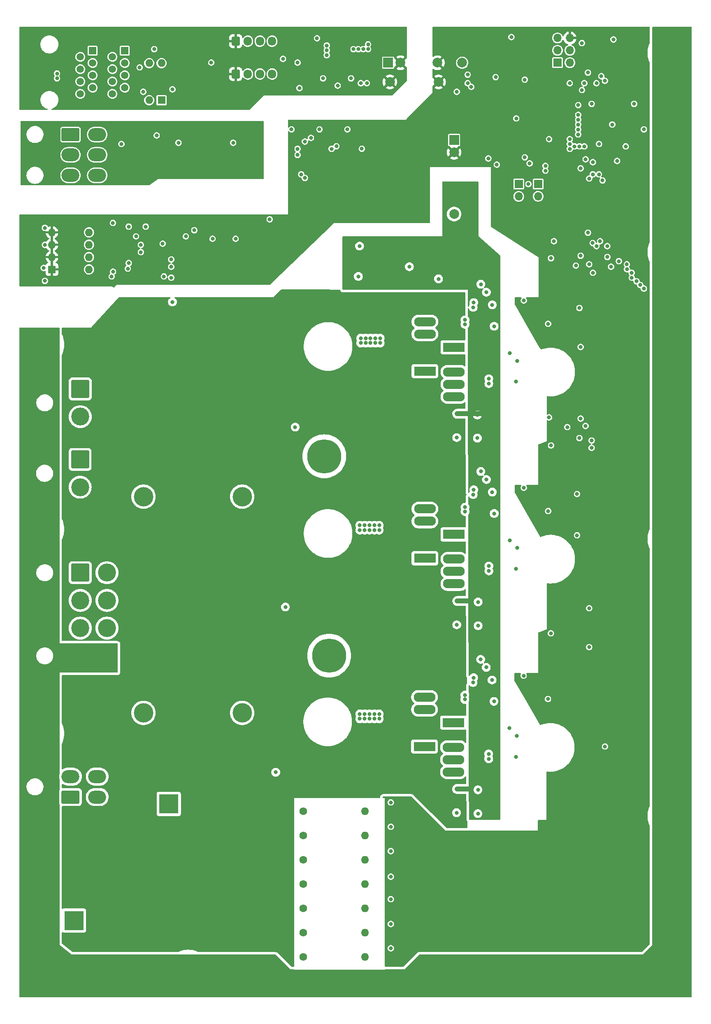
<source format=gbr>
%TF.GenerationSoftware,KiCad,Pcbnew,7.0.7*%
%TF.CreationDate,2023-10-22T18:31:29-04:00*%
%TF.ProjectId,HV servo drive v1,48562073-6572-4766-9f20-647269766520,rev?*%
%TF.SameCoordinates,Original*%
%TF.FileFunction,Copper,L3,Inr*%
%TF.FilePolarity,Positive*%
%FSLAX46Y46*%
G04 Gerber Fmt 4.6, Leading zero omitted, Abs format (unit mm)*
G04 Created by KiCad (PCBNEW 7.0.7) date 2023-10-22 18:31:29*
%MOMM*%
%LPD*%
G01*
G04 APERTURE LIST*
G04 Aperture macros list*
%AMRoundRect*
0 Rectangle with rounded corners*
0 $1 Rounding radius*
0 $2 $3 $4 $5 $6 $7 $8 $9 X,Y pos of 4 corners*
0 Add a 4 corners polygon primitive as box body*
4,1,4,$2,$3,$4,$5,$6,$7,$8,$9,$2,$3,0*
0 Add four circle primitives for the rounded corners*
1,1,$1+$1,$2,$3*
1,1,$1+$1,$4,$5*
1,1,$1+$1,$6,$7*
1,1,$1+$1,$8,$9*
0 Add four rect primitives between the rounded corners*
20,1,$1+$1,$2,$3,$4,$5,0*
20,1,$1+$1,$4,$5,$6,$7,0*
20,1,$1+$1,$6,$7,$8,$9,0*
20,1,$1+$1,$8,$9,$2,$3,0*%
G04 Aperture macros list end*
%TA.AperFunction,ComponentPad*%
%ADD10C,4.000000*%
%TD*%
%TA.AperFunction,ComponentPad*%
%ADD11C,2.000000*%
%TD*%
%TA.AperFunction,ComponentPad*%
%ADD12R,4.000000X4.000000*%
%TD*%
%TA.AperFunction,ComponentPad*%
%ADD13RoundRect,0.250002X-1.599998X1.599998X-1.599998X-1.599998X1.599998X-1.599998X1.599998X1.599998X0*%
%TD*%
%TA.AperFunction,ComponentPad*%
%ADD14C,3.700000*%
%TD*%
%TA.AperFunction,ComponentPad*%
%ADD15R,2.000000X2.000000*%
%TD*%
%TA.AperFunction,ComponentPad*%
%ADD16O,1.600000X1.600000*%
%TD*%
%TA.AperFunction,ComponentPad*%
%ADD17C,1.600000*%
%TD*%
%TA.AperFunction,ComponentPad*%
%ADD18O,1.700000X1.700000*%
%TD*%
%TA.AperFunction,ComponentPad*%
%ADD19R,1.700000X1.700000*%
%TD*%
%TA.AperFunction,ComponentPad*%
%ADD20O,3.700000X2.700000*%
%TD*%
%TA.AperFunction,ComponentPad*%
%ADD21RoundRect,0.250001X1.599999X-1.099999X1.599999X1.099999X-1.599999X1.099999X-1.599999X-1.099999X0*%
%TD*%
%TA.AperFunction,ComponentPad*%
%ADD22C,7.000000*%
%TD*%
%TA.AperFunction,ComponentPad*%
%ADD23RoundRect,0.250001X-1.599999X1.099999X-1.599999X-1.099999X1.599999X-1.099999X1.599999X1.099999X0*%
%TD*%
%TA.AperFunction,ComponentPad*%
%ADD24O,4.500000X1.905000*%
%TD*%
%TA.AperFunction,ComponentPad*%
%ADD25R,4.500000X1.905000*%
%TD*%
%TA.AperFunction,ComponentPad*%
%ADD26R,1.600000X1.600000*%
%TD*%
%TA.AperFunction,ComponentPad*%
%ADD27O,1.700000X1.850000*%
%TD*%
%TA.AperFunction,ComponentPad*%
%ADD28RoundRect,0.250000X-0.600000X-0.675000X0.600000X-0.675000X0.600000X0.675000X-0.600000X0.675000X0*%
%TD*%
%TA.AperFunction,ComponentPad*%
%ADD29C,1.500000*%
%TD*%
%TA.AperFunction,ComponentPad*%
%ADD30R,1.500000X1.500000*%
%TD*%
%TA.AperFunction,ViaPad*%
%ADD31C,0.800000*%
%TD*%
%TA.AperFunction,Conductor*%
%ADD32C,1.000000*%
%TD*%
G04 APERTURE END LIST*
D10*
%TO.N,+VDC*%
%TO.C,C8*%
X335800000Y-192796000D03*
X356100000Y-192796000D03*
%TO.N,-VDC*%
X335800000Y-155296000D03*
X356100000Y-155296000D03*
%TD*%
%TO.N,+VDC*%
%TO.C,C9*%
X335800000Y-148296000D03*
X356100000Y-148296000D03*
%TO.N,-VDC*%
X335800000Y-110796000D03*
X356100000Y-110796000D03*
%TD*%
D11*
%TO.N,GND2*%
%TO.C,C31*%
X396500000Y-63000000D03*
%TO.N,GND1*%
X386500000Y-63000000D03*
%TD*%
D12*
%TO.N,+VDC*%
%TO.C,C48*%
X321482066Y-235500000D03*
D10*
%TO.N,-VDC*%
X331482066Y-235500000D03*
%TD*%
D12*
%TO.N,+VDC*%
%TO.C,C49*%
X340982066Y-211500000D03*
D10*
%TO.N,-VDC*%
X350982066Y-211500000D03*
%TD*%
D13*
%TO.N,U*%
%TO.C,J5*%
X322775000Y-163945000D03*
D14*
%TO.N,V*%
X322775000Y-169645000D03*
%TO.N,W*%
X322775000Y-175345000D03*
%TO.N,GND*%
X322775000Y-181045000D03*
%TO.N,U*%
X328275000Y-163945000D03*
%TO.N,V*%
X328275000Y-169645000D03*
%TO.N,W*%
X328275000Y-175345000D03*
%TO.N,GND*%
X328275000Y-181045000D03*
%TD*%
D13*
%TO.N,+VDC*%
%TO.C,J7*%
X322775000Y-126150000D03*
D14*
X322775000Y-131850000D03*
%TO.N,-VDC*%
X328275000Y-126150000D03*
X328275000Y-131850000D03*
%TD*%
D15*
%TO.N,Net-(U7-VIN)*%
%TO.C,U7*%
X386130000Y-59040000D03*
D11*
%TO.N,GND1*%
X388670000Y-59040000D03*
%TO.N,GND2*%
X396290000Y-59040000D03*
%TO.N,+5V*%
X401370000Y-59040000D03*
%TD*%
D15*
%TO.N,Net-(U20-VIN)*%
%TO.C,U20*%
X399710000Y-74930000D03*
D11*
%TO.N,GND2*%
X399710000Y-77470000D03*
%TO.N,GND3*%
X399710000Y-85090000D03*
%TO.N,+15V*%
X399710000Y-90170000D03*
%TD*%
D16*
%TO.N,VBUS_ADC*%
%TO.C,R44*%
X381350000Y-242989931D03*
D17*
%TO.N,+VDC*%
X368650000Y-242989931D03*
%TD*%
D18*
%TO.N,HEATSINK_TEMP_2_ADC*%
%TO.C,TH2*%
X413000000Y-86530000D03*
D19*
%TO.N,+3.3V*%
X413000000Y-83990000D03*
%TD*%
D20*
%TO.N,WM*%
%TO.C,J6*%
X326275000Y-205900000D03*
%TO.N,UM*%
X326275000Y-210100000D03*
%TO.N,unconnected-(J6-Pin_2-Pad2)*%
X320775000Y-205900000D03*
D21*
%TO.N,VM*%
X320775000Y-210100000D03*
%TD*%
D16*
%TO.N,V_ADC*%
%TO.C,R40*%
X381350000Y-217989931D03*
D17*
%TO.N,V*%
X368650000Y-217989931D03*
%TD*%
D16*
%TO.N,WM_ADC*%
%TO.C,R29*%
X381350000Y-228000000D03*
D17*
%TO.N,WM*%
X368650000Y-228000000D03*
%TD*%
D22*
%TO.N,GND*%
%TO.C,H12*%
X315000000Y-155000000D03*
%TD*%
%TO.N,GND*%
%TO.C,H9*%
X444000000Y-57000000D03*
%TD*%
%TO.N,GND*%
%TO.C,H6*%
X444000000Y-98000000D03*
%TD*%
%TO.N,GND*%
%TO.C,H10*%
X444000000Y-246000000D03*
%TD*%
%TO.N,GND*%
%TO.C,H14*%
X345000000Y-246000000D03*
%TD*%
D16*
%TO.N,VM_ADC*%
%TO.C,R27*%
X381350000Y-237989931D03*
D17*
%TO.N,VM*%
X368650000Y-237989931D03*
%TD*%
D22*
%TO.N,GND*%
%TO.C,H13*%
X315000000Y-197000000D03*
%TD*%
D18*
%TO.N,HEATSINK_TEMP_1_ADC*%
%TO.C,TH1*%
X417000000Y-86515000D03*
D19*
%TO.N,+3.3V*%
X417000000Y-83975000D03*
%TD*%
D16*
%TO.N,UM_ADC*%
%TO.C,R25*%
X381350000Y-232989931D03*
D17*
%TO.N,UM*%
X368650000Y-232989931D03*
%TD*%
D22*
%TO.N,N/C*%
%TO.C,H3*%
X373000000Y-140000000D03*
%TD*%
%TO.N,GND*%
%TO.C,H4*%
X444000000Y-157000000D03*
%TD*%
%TO.N,GND*%
%TO.C,H7*%
X444000000Y-214000000D03*
%TD*%
%TO.N,N/C*%
%TO.C,H8*%
X374000000Y-181000000D03*
%TD*%
%TO.N,GND*%
%TO.C,H1*%
X315000000Y-117000000D03*
%TD*%
D16*
%TO.N,W_ADC*%
%TO.C,R42*%
X381350000Y-222989931D03*
D17*
%TO.N,W*%
X368650000Y-222989931D03*
%TD*%
D16*
%TO.N,U_ADC*%
%TO.C,R38*%
X381350000Y-212989931D03*
D17*
%TO.N,U*%
X368650000Y-212989931D03*
%TD*%
D23*
%TO.N,STO CH1 FIELD*%
%TO.C,J9*%
X320775000Y-73800000D03*
D20*
%TO.N,STO CH2 FIELD*%
X320775000Y-78000000D03*
%TO.N,Net-(J9-Pin_3)*%
X320775000Y-82200000D03*
%TO.N,Net-(J9-Pin_4)*%
X326275000Y-73800000D03*
%TO.N,STO FBK OUT*%
X326275000Y-78000000D03*
%TO.N,unconnected-(J9-Pin_6-Pad6)*%
X326275000Y-82200000D03*
%TD*%
D24*
%TO.N,Net-(Q4-G)*%
%TO.C,Q4*%
X393690000Y-112320000D03*
%TO.N,Net-(Q4-DS)*%
X393690000Y-114860000D03*
%TO.N,-VDC*%
X393690000Y-117400000D03*
D25*
%TO.N,Net-(D20-A)*%
X393690000Y-122480000D03*
%TD*%
D16*
%TO.N,RX-*%
%TO.C,SW2*%
X339500000Y-59130000D03*
%TO.N,TX-*%
X336960000Y-59130000D03*
%TO.N,Net-(R91-Pad2)*%
X336960000Y-66750000D03*
D26*
%TO.N,Net-(R90-Pad2)*%
X339500000Y-66750000D03*
%TD*%
D13*
%TO.N,+VDC*%
%TO.C,J10*%
X322750000Y-140650000D03*
D14*
X322750000Y-146350000D03*
%TO.N,-VDC*%
X328250000Y-140650000D03*
X328250000Y-146350000D03*
%TD*%
D24*
%TO.N,Net-(Q1-G)*%
%TO.C,Q1*%
X399660000Y-166230000D03*
%TO.N,Net-(Q1-DS)*%
X399660000Y-163690000D03*
%TO.N,Net-(D19-A)*%
X399660000Y-161150000D03*
D25*
%TO.N,+VDC*%
X399660000Y-156070000D03*
%TD*%
D27*
%TO.N,FAN_PWM_ISO*%
%TO.C,M2*%
X362250000Y-54600000D03*
%TO.N,TACH_2_ISO*%
X359750000Y-54600000D03*
%TO.N,24V_ISO*%
X357250000Y-54600000D03*
D28*
%TO.N,GND1*%
X354750000Y-54600000D03*
%TD*%
D24*
%TO.N,Net-(Q6-G)*%
%TO.C,Q6*%
X393609786Y-189538628D03*
%TO.N,Net-(Q6-DS)*%
X393609786Y-192078628D03*
%TO.N,-VDC*%
X393609786Y-194618628D03*
D25*
%TO.N,Net-(D24-A)*%
X393609786Y-199698628D03*
%TD*%
D29*
%TO.N,Net-(J8-Pad1)*%
%TO.C,J8*%
X322786000Y-65445000D03*
X329390000Y-65445000D03*
%TO.N,Net-(J8-Pad14)*%
X325326000Y-64175000D03*
X331930000Y-64175000D03*
%TO.N,RX+*%
X322786000Y-62905000D03*
X329390000Y-62905000D03*
%TO.N,TX-*%
X325326000Y-61635000D03*
X331930000Y-61635000D03*
%TO.N,TX+*%
X322786000Y-60365000D03*
X329390000Y-60365000D03*
%TO.N,RX-*%
X325326000Y-59095000D03*
X331930000Y-59095000D03*
%TO.N,Net-(J8-Pad1)*%
X322786000Y-57825000D03*
X329390000Y-57825000D03*
D30*
%TO.N,Net-(J8-Pad14)*%
X325326000Y-56555000D03*
X331930000Y-56555000D03*
%TD*%
D16*
%TO.N,Net-(U1-P07)*%
%TO.C,SW1*%
X324570000Y-101550000D03*
%TO.N,Net-(U1-P06)*%
X324570000Y-99010000D03*
%TO.N,Net-(U1-P05)*%
X324570000Y-96470000D03*
%TO.N,Net-(U1-P04)*%
X324570000Y-93930000D03*
%TO.N,GND2*%
X316950000Y-93930000D03*
X316950000Y-96470000D03*
X316950000Y-99010000D03*
D26*
X316950000Y-101550000D03*
%TD*%
D24*
%TO.N,Net-(Q2-G)*%
%TO.C,Q2*%
X393690000Y-150820000D03*
%TO.N,Net-(Q2-DS)*%
X393690000Y-153360000D03*
%TO.N,-VDC*%
X393690000Y-155900000D03*
D25*
%TO.N,Net-(D19-A)*%
X393690000Y-160980000D03*
%TD*%
D27*
%TO.N,FAN_PWM_ISO*%
%TO.C,M1*%
X362250000Y-61350000D03*
%TO.N,TACH_1_ISO*%
X359750000Y-61350000D03*
%TO.N,24V_ISO*%
X357250000Y-61350000D03*
D28*
%TO.N,GND1*%
X354750000Y-61350000D03*
%TD*%
D24*
%TO.N,Net-(Q5-G)*%
%TO.C,Q5*%
X399579786Y-204948628D03*
%TO.N,Net-(Q5-DS)*%
X399579786Y-202408628D03*
%TO.N,Net-(D24-A)*%
X399579786Y-199868628D03*
D25*
%TO.N,+VDC*%
X399579786Y-194788628D03*
%TD*%
D24*
%TO.N,Net-(Q3-G)*%
%TO.C,Q3*%
X399660000Y-127730000D03*
%TO.N,Net-(Q3-DS)*%
X399660000Y-125190000D03*
%TO.N,Net-(D20-A)*%
X399660000Y-122650000D03*
D25*
%TO.N,+VDC*%
X399660000Y-117570000D03*
%TD*%
D18*
%TO.N,GND2*%
%TO.C,J3*%
X423525000Y-53945000D03*
%TO.N,SWO*%
X420985000Y-53945000D03*
%TO.N,+3.3V*%
X423525000Y-56485000D03*
%TO.N,SWCLK*%
X420985000Y-56485000D03*
%TO.N,RESET*%
X423525000Y-59025000D03*
D19*
%TO.N,SWDIO*%
X420985000Y-59025000D03*
%TD*%
D31*
%TO.N,+3.3V*%
X432500000Y-54250000D03*
%TO.N,GND2*%
X432500000Y-58000000D03*
%TO.N,+VDC*%
X400254810Y-174665063D03*
X384500000Y-116700000D03*
X380300000Y-155200000D03*
X382500000Y-115700000D03*
X384300000Y-194000000D03*
X384300000Y-155200000D03*
X381300000Y-194000000D03*
X381500000Y-116700000D03*
X384500000Y-115700000D03*
X383500000Y-115700000D03*
X381500000Y-115700000D03*
X382300000Y-154200000D03*
X400250000Y-136150000D03*
X400219786Y-213318628D03*
X384300000Y-154200000D03*
X381300000Y-155200000D03*
X380300000Y-194000000D03*
X382500000Y-116700000D03*
X382300000Y-194000000D03*
X382300000Y-193000000D03*
X380500000Y-116700000D03*
X382300000Y-155200000D03*
X381300000Y-154200000D03*
X383300000Y-154200000D03*
X384300000Y-193000000D03*
X383300000Y-193000000D03*
X383300000Y-155200000D03*
X341750000Y-108250000D03*
X380250000Y-96750000D03*
X383500000Y-116700000D03*
X380300000Y-154200000D03*
X380500000Y-115700000D03*
X381300000Y-193000000D03*
X380300000Y-193000000D03*
X383300000Y-194000000D03*
%TO.N,-VDC*%
X384500000Y-124600000D03*
X384300000Y-164100000D03*
X383500000Y-124600000D03*
X380500000Y-124600000D03*
X381300000Y-201900000D03*
X382500000Y-124600000D03*
X381300000Y-164100000D03*
X382300000Y-201900000D03*
X384300000Y-163100000D03*
X383500000Y-125600000D03*
X384300000Y-202900000D03*
X383300000Y-164100000D03*
X380300000Y-163100000D03*
X382300000Y-164100000D03*
X381500000Y-125600000D03*
X384300000Y-201900000D03*
X350250000Y-108250000D03*
X383300000Y-201900000D03*
X383300000Y-163100000D03*
X382300000Y-163100000D03*
X382500000Y-125600000D03*
X380300000Y-164100000D03*
X380500000Y-125600000D03*
X381300000Y-202900000D03*
X381300000Y-163100000D03*
X384500000Y-125600000D03*
X383300000Y-202900000D03*
X380300000Y-201900000D03*
X382300000Y-202900000D03*
X380300000Y-202900000D03*
X381500000Y-124600000D03*
%TO.N,GND1*%
X346250000Y-56500000D03*
X381500000Y-60750000D03*
X366000000Y-64750000D03*
X353500000Y-59000000D03*
X379750000Y-60750000D03*
X383250000Y-60750000D03*
X346250000Y-60250000D03*
X368250000Y-55500000D03*
X376250000Y-60750000D03*
X335562500Y-62000000D03*
X353500000Y-57000000D03*
X316000000Y-61000000D03*
X316000000Y-62000000D03*
X378000000Y-60750000D03*
X371750000Y-59500000D03*
X353500000Y-63750000D03*
X383500000Y-65250000D03*
X353500000Y-65750000D03*
X344750000Y-63250000D03*
X371000000Y-56750000D03*
X336500000Y-56250000D03*
X376500000Y-62250500D03*
X368250000Y-56500000D03*
X371500000Y-62250000D03*
%TO.N,+15V*%
X403592109Y-186536448D03*
X403622323Y-109367820D03*
X403627133Y-147882883D03*
X404614976Y-208616065D03*
X396500000Y-103500000D03*
X404650000Y-169962500D03*
X404500000Y-131500000D03*
%TO.N,GND2*%
X374250000Y-74250000D03*
X424000000Y-92500000D03*
X418454810Y-150065063D03*
X430750000Y-195700000D03*
X385500000Y-91500000D03*
X418119786Y-176418628D03*
X338250000Y-91500000D03*
X332750000Y-103250000D03*
X432250000Y-80750000D03*
X415000000Y-89250000D03*
X428000000Y-113000000D03*
X386668457Y-223839431D03*
X376750000Y-72250000D03*
X418419786Y-188718628D03*
X436750000Y-68750000D03*
X424500000Y-80750000D03*
X405500000Y-74050000D03*
X379500000Y-83500000D03*
X386668457Y-228849500D03*
X427750000Y-153000000D03*
X386668457Y-233839431D03*
X380000000Y-74250000D03*
X339750000Y-97750000D03*
X418450000Y-111550000D03*
X431750000Y-60250000D03*
X359250000Y-93000000D03*
X332750000Y-96750000D03*
X386684000Y-243839431D03*
X390750000Y-83500000D03*
X382250000Y-72250000D03*
X418154810Y-137765063D03*
X386684000Y-238839431D03*
X409750000Y-57500000D03*
X412500000Y-72250000D03*
X410000000Y-53750000D03*
X371000000Y-72250000D03*
X386684000Y-218839431D03*
X427750000Y-151500000D03*
X387750000Y-85000000D03*
X418150000Y-99250000D03*
X386684000Y-213839431D03*
X428000000Y-114500000D03*
X427750000Y-190250000D03*
X421500000Y-93250000D03*
X416500000Y-70250000D03*
X367500000Y-75500000D03*
X349000000Y-91500000D03*
X419250000Y-73500000D03*
X409500000Y-93000000D03*
X376500000Y-85000000D03*
X427750000Y-191750000D03*
X434500000Y-79250000D03*
X424750000Y-63250000D03*
%TO.N,+3.3V*%
X419250000Y-74750000D03*
X315500000Y-96500000D03*
X315250000Y-101250000D03*
X425750000Y-80750000D03*
X419054810Y-151265063D03*
X377750000Y-72750000D03*
X411500000Y-53750000D03*
X433250000Y-79250000D03*
X315500000Y-93000000D03*
X419619786Y-176418628D03*
X386684000Y-231105931D03*
X346250000Y-93500000D03*
X336250000Y-92750000D03*
X415000000Y-84000000D03*
X315500000Y-103912000D03*
X361750000Y-91250000D03*
X366250000Y-72750000D03*
X372000000Y-72750000D03*
X414050000Y-107950000D03*
X420250000Y-95750000D03*
X419650000Y-99250000D03*
X419654810Y-137765063D03*
X340000000Y-103000000D03*
X386684000Y-216211931D03*
X412500000Y-70500000D03*
X414054810Y-146465063D03*
X339750000Y-96250000D03*
X332750000Y-92750000D03*
X329500000Y-92000000D03*
X341500000Y-103250000D03*
X386684000Y-226476000D03*
X414019786Y-185118628D03*
X430750000Y-199700000D03*
X367500000Y-78000000D03*
X436750000Y-67500000D03*
X419250000Y-132000000D03*
X386684000Y-236211931D03*
X419050000Y-112750000D03*
X386684000Y-241211931D03*
X423500000Y-63250000D03*
X386684000Y-211211931D03*
X419019786Y-189918628D03*
X386684000Y-221211931D03*
%TO.N,U*%
X367000000Y-134000000D03*
%TO.N,UH*%
X428275500Y-102250000D03*
X432000500Y-101000000D03*
%TO.N,UL*%
X427500000Y-100500000D03*
X431224061Y-96775939D03*
%TO.N,U_DATA*%
X428227766Y-96115667D03*
X425250000Y-67750000D03*
X427500000Y-82863604D03*
X425750000Y-98750000D03*
%TO.N,W*%
X363000000Y-205000000D03*
%TO.N,V*%
X365000000Y-171000000D03*
%TO.N,W_DATA*%
X430250000Y-83250000D03*
X432250000Y-71750000D03*
%TO.N,VH*%
X433612701Y-99862701D03*
X428000000Y-138250000D03*
%TO.N,VL*%
X431250000Y-99000000D03*
X428000000Y-136750000D03*
%TO.N,V_DATA*%
X428250000Y-82000000D03*
X428250000Y-79500000D03*
X426750000Y-133750000D03*
X429000000Y-96750000D03*
%TO.N,5v_ISO*%
X367890500Y-64250000D03*
X380000000Y-56250000D03*
X372750000Y-62250000D03*
X378500000Y-62250000D03*
X379000000Y-56250000D03*
X382000000Y-55250000D03*
X381000000Y-56250000D03*
X341750000Y-64500000D03*
X382000000Y-56250000D03*
X367500000Y-59000000D03*
%TO.N,+5V*%
X400250000Y-65000000D03*
%TO.N,24V_ISO*%
X373500000Y-57500000D03*
X373500000Y-55500000D03*
X373500000Y-56500000D03*
X371500000Y-54000000D03*
%TO.N,HEATSINK_TEMP_1_ADC*%
X418500000Y-81250000D03*
%TO.N,UM_ADC*%
X425500000Y-76250000D03*
X437250000Y-104000000D03*
%TO.N,VM_ADC*%
X438000000Y-104750000D03*
X426500000Y-76250000D03*
%TO.N,WM_ADC*%
X436262299Y-103262299D03*
X424500000Y-76250000D03*
%TO.N,HEATSINK_TEMP_2_ADC*%
X415250000Y-79750000D03*
%TO.N,U_ADC*%
X423500000Y-74750000D03*
X435250000Y-100500000D03*
%TO.N,V_ADC*%
X423500000Y-75749503D03*
X435262299Y-101512299D03*
%TO.N,W_ADC*%
X423500000Y-76749006D03*
X436250000Y-102250000D03*
%TO.N,VBUS_ADC*%
X438750000Y-105500000D03*
X426775970Y-78902289D03*
%TO.N,BOARD_TEMP_1_ADC*%
X423000000Y-134000000D03*
X418500000Y-80250000D03*
%TO.N,GND3*%
X385500000Y-95500000D03*
X393750000Y-99500000D03*
X400350000Y-131250000D03*
X400319786Y-208418628D03*
X405054810Y-156465063D03*
X405050000Y-117950000D03*
X400354810Y-169765063D03*
X408000000Y-98500000D03*
X405019786Y-195118628D03*
%TO.N,VBUS -5V*%
X404614976Y-213503565D03*
X380000000Y-103000000D03*
X404500000Y-136250000D03*
X404650000Y-174850000D03*
%TO.N,RX-*%
X335000000Y-60000000D03*
%TO.N,TX+*%
X335750000Y-65000000D03*
X338000000Y-56250000D03*
%TO.N,TX_EN_ISO*%
X349737701Y-59012299D03*
X375750000Y-63750000D03*
%TO.N,Net-(D17-K)*%
X412650000Y-120350000D03*
%TO.N,RX*%
X425250000Y-70749503D03*
X369000000Y-75250000D03*
%TO.N,TX*%
X370250000Y-74500000D03*
X425250000Y-69750000D03*
%TO.N,TACH_1*%
X374500000Y-76750000D03*
X425234699Y-73783021D03*
%TO.N,TX_EN*%
X425250000Y-71750000D03*
X375481000Y-76224500D03*
%TO.N,TACH_2*%
X425237701Y-72762299D03*
X380725000Y-76724500D03*
%TO.N,FAN_PWM*%
X427250000Y-61076000D03*
X402500000Y-61500000D03*
%TO.N,FAN_PWM_ISO*%
X364500000Y-58250000D03*
X381750000Y-63250000D03*
%TO.N,TACH_2_ISO*%
X380500000Y-63250000D03*
%TO.N,Net-(D20-K)*%
X407550000Y-108850000D03*
X412450000Y-124650000D03*
%TO.N,Net-(D20-A)*%
X406350000Y-106250000D03*
X405201305Y-104601305D03*
%TO.N,SWCLK*%
X426000000Y-55000000D03*
%TO.N,-5V*%
X403753120Y-146891352D03*
X390500000Y-101000000D03*
X403748310Y-108376289D03*
X403718096Y-185544917D03*
%TO.N,BOOT*%
X429000000Y-63250000D03*
X428000000Y-67500000D03*
%TO.N,Net-(U11-OUTA)*%
X411150000Y-118750000D03*
X406850000Y-124050000D03*
X406850000Y-125050000D03*
%TO.N,Net-(U11-OUTB)*%
X407950000Y-113250000D03*
X401950000Y-111950000D03*
X401950000Y-112850000D03*
%TO.N,STO CH1*%
X425000000Y-156250000D03*
X425500000Y-109500000D03*
X425750000Y-132250000D03*
X334250000Y-94750000D03*
X344500000Y-94750000D03*
X425750000Y-117500000D03*
X427500000Y-171250000D03*
X427500000Y-179250000D03*
X425500000Y-136250000D03*
X424762299Y-100762299D03*
X368250000Y-82000000D03*
X425000000Y-147750000D03*
X406750000Y-78724500D03*
%TO.N,STO EN*%
X367500000Y-76750000D03*
X430750000Y-62750000D03*
X350000000Y-95250000D03*
X354750000Y-95250000D03*
X414250000Y-62525000D03*
X414250000Y-78500000D03*
%TO.N,STO CH2*%
X435025500Y-76250000D03*
X369000000Y-82750000D03*
X408500000Y-80000000D03*
X438750000Y-72750000D03*
%TO.N,Net-(D16-K)*%
X412654810Y-158865063D03*
%TO.N,Net-(D19-K)*%
X407554810Y-147365063D03*
X412454810Y-163165063D03*
%TO.N,Net-(D19-A)*%
X406354810Y-144765063D03*
X405206115Y-143116368D03*
%TO.N,Net-(D21-K)*%
X412619786Y-197518628D03*
%TO.N,Net-(D24-K)*%
X412419786Y-201818628D03*
X407519786Y-186018628D03*
%TO.N,Net-(D24-A)*%
X406319786Y-183418628D03*
X405171091Y-181769933D03*
%TO.N,Net-(U10-OUTA)*%
X406864810Y-163565063D03*
X411154810Y-157265063D03*
X406854810Y-162565063D03*
%TO.N,Net-(U10-OUTB)*%
X401954810Y-151365063D03*
X407954810Y-151765063D03*
X401954810Y-150465063D03*
%TO.N,Net-(U13-OUTA)*%
X406819786Y-201218628D03*
X406829786Y-202218628D03*
X411119786Y-195918628D03*
%TO.N,Net-(U13-OUTB)*%
X401919786Y-190018628D03*
X401919786Y-189118628D03*
X407919786Y-190418628D03*
%TO.N,STO CH1 MCU FBK*%
X408250000Y-62000000D03*
X430000000Y-61800500D03*
%TO.N,SAFE GND*%
X332250000Y-77750000D03*
X316750000Y-79000000D03*
X338750000Y-78250000D03*
X356250000Y-72250000D03*
X347000000Y-72250000D03*
%TO.N,STO FBK OUT*%
X338500000Y-74000000D03*
X331250000Y-75750000D03*
%TO.N,Net-(U22-IN)*%
X427250000Y-94000000D03*
X429500000Y-82000000D03*
X429525500Y-75750000D03*
X429750000Y-95750000D03*
%TO.N,STO CH1 FIELD*%
X354250000Y-75500000D03*
%TO.N,STO CH2 FIELD*%
X343000000Y-75500000D03*
%TO.N,Net-(J8-Pad14)*%
X318000000Y-61250000D03*
X318000000Y-62250000D03*
%TO.N,Net-(U1-P07)*%
X329250000Y-103000000D03*
%TO.N,Net-(U1-P06)*%
X329524278Y-102024279D03*
%TO.N,Net-(U1-P05)*%
X332560395Y-101390921D03*
%TO.N,Net-(U1-P04)*%
X332750000Y-100250000D03*
%TO.N,SDA*%
X402500000Y-63250000D03*
X335250000Y-96500000D03*
X341500000Y-99500000D03*
X426500000Y-63250000D03*
%TO.N,SDL*%
X335250000Y-98000000D03*
X403250000Y-64000000D03*
X426025500Y-64654612D03*
X341500000Y-101000000D03*
%TD*%
D32*
%TO.N,GND3*%
X402918628Y-208418628D02*
X403000000Y-208500000D01*
X400319786Y-208418628D02*
X402918628Y-208418628D01*
X400350000Y-131250000D02*
X405750000Y-131250000D01*
X400354810Y-169765063D02*
X403234937Y-169765063D01*
X403234937Y-169765063D02*
X403250000Y-169750000D01*
%TD*%
%TA.AperFunction,Conductor*%
%TO.N,GND*%
G36*
X448564539Y-51675813D02*
G01*
X448610294Y-51728617D01*
X448621500Y-51780128D01*
X448621500Y-251145128D01*
X448601815Y-251212167D01*
X448549011Y-251257922D01*
X448497500Y-251269128D01*
X310374500Y-251269128D01*
X310307461Y-251249443D01*
X310261706Y-251196639D01*
X310250500Y-251145128D01*
X310250500Y-208131187D01*
X311724500Y-208131187D01*
X311742075Y-208247781D01*
X311763604Y-208390615D01*
X311763605Y-208390617D01*
X311763606Y-208390623D01*
X311840938Y-208641326D01*
X311954767Y-208877696D01*
X311954768Y-208877697D01*
X311954770Y-208877700D01*
X311954772Y-208877704D01*
X312078322Y-209058918D01*
X312102567Y-209094479D01*
X312281014Y-209286801D01*
X312281018Y-209286804D01*
X312281019Y-209286805D01*
X312486143Y-209450386D01*
X312713357Y-209581568D01*
X312957584Y-209677420D01*
X313213370Y-209735802D01*
X313213376Y-209735802D01*
X313213379Y-209735803D01*
X313409500Y-209750500D01*
X313409506Y-209750500D01*
X313540500Y-209750500D01*
X313736620Y-209735803D01*
X313736622Y-209735802D01*
X313736630Y-209735802D01*
X313992416Y-209677420D01*
X314236643Y-209581568D01*
X314463857Y-209450386D01*
X314668981Y-209286805D01*
X314847433Y-209094479D01*
X314995228Y-208877704D01*
X315009917Y-208847203D01*
X315090116Y-208680666D01*
X315109063Y-208641323D01*
X315186396Y-208390615D01*
X315225500Y-208131182D01*
X315225500Y-207868818D01*
X315186396Y-207609385D01*
X315109063Y-207358677D01*
X315097121Y-207333880D01*
X314995232Y-207122303D01*
X314995231Y-207122302D01*
X314995230Y-207122301D01*
X314995228Y-207122296D01*
X314847433Y-206905521D01*
X314811300Y-206866579D01*
X314668985Y-206713198D01*
X314559234Y-206625675D01*
X314463857Y-206549614D01*
X314236643Y-206418432D01*
X313992416Y-206322580D01*
X313992411Y-206322578D01*
X313992402Y-206322576D01*
X313774818Y-206272914D01*
X313736630Y-206264198D01*
X313736629Y-206264197D01*
X313736625Y-206264197D01*
X313736620Y-206264196D01*
X313540500Y-206249500D01*
X313540494Y-206249500D01*
X313409506Y-206249500D01*
X313409500Y-206249500D01*
X313213379Y-206264196D01*
X313213374Y-206264197D01*
X312957597Y-206322576D01*
X312957578Y-206322582D01*
X312713356Y-206418432D01*
X312486143Y-206549614D01*
X312281014Y-206713198D01*
X312102567Y-206905520D01*
X311954768Y-207122302D01*
X311954767Y-207122303D01*
X311840938Y-207358673D01*
X311763606Y-207609376D01*
X311763605Y-207609381D01*
X311763604Y-207609385D01*
X311760042Y-207633020D01*
X311724500Y-207868812D01*
X311724500Y-208131187D01*
X310250500Y-208131187D01*
X310250500Y-181176187D01*
X313724500Y-181176187D01*
X313733775Y-181237717D01*
X313763604Y-181435615D01*
X313763605Y-181435617D01*
X313763606Y-181435623D01*
X313840938Y-181686326D01*
X313954767Y-181922696D01*
X313954768Y-181922697D01*
X313954770Y-181922700D01*
X313954772Y-181922704D01*
X314101707Y-182138217D01*
X314102567Y-182139479D01*
X314281014Y-182331801D01*
X314281018Y-182331804D01*
X314281019Y-182331805D01*
X314486143Y-182495386D01*
X314713357Y-182626568D01*
X314957584Y-182722420D01*
X315213370Y-182780802D01*
X315213376Y-182780802D01*
X315213379Y-182780803D01*
X315409500Y-182795500D01*
X315409506Y-182795500D01*
X315540500Y-182795500D01*
X315736620Y-182780803D01*
X315736622Y-182780802D01*
X315736630Y-182780802D01*
X315992416Y-182722420D01*
X316236643Y-182626568D01*
X316463857Y-182495386D01*
X316668981Y-182331805D01*
X316847433Y-182139479D01*
X316995228Y-181922704D01*
X317109063Y-181686323D01*
X317186396Y-181435615D01*
X317225500Y-181176182D01*
X317225500Y-180913818D01*
X317186396Y-180654385D01*
X317109063Y-180403677D01*
X316997567Y-180172152D01*
X316995232Y-180167303D01*
X316995231Y-180167302D01*
X316995230Y-180167301D01*
X316995228Y-180167296D01*
X316847433Y-179950521D01*
X316837441Y-179939753D01*
X316668985Y-179758198D01*
X316629533Y-179726736D01*
X316463857Y-179594614D01*
X316236643Y-179463432D01*
X315992416Y-179367580D01*
X315992411Y-179367578D01*
X315992402Y-179367576D01*
X315774818Y-179317914D01*
X315736630Y-179309198D01*
X315736629Y-179309197D01*
X315736625Y-179309197D01*
X315736620Y-179309196D01*
X315540500Y-179294500D01*
X315540494Y-179294500D01*
X315409506Y-179294500D01*
X315409500Y-179294500D01*
X315213379Y-179309196D01*
X315213374Y-179309197D01*
X314957597Y-179367576D01*
X314957578Y-179367582D01*
X314713356Y-179463432D01*
X314486143Y-179594614D01*
X314281014Y-179758198D01*
X314102567Y-179950520D01*
X313954768Y-180167302D01*
X313954767Y-180167303D01*
X313840938Y-180403673D01*
X313763606Y-180654376D01*
X313763605Y-180654381D01*
X313763604Y-180654385D01*
X313748853Y-180752247D01*
X313724500Y-180913812D01*
X313724500Y-181176187D01*
X310250500Y-181176187D01*
X310250500Y-164076187D01*
X313724500Y-164076187D01*
X313744794Y-164210823D01*
X313763604Y-164335615D01*
X313763605Y-164335617D01*
X313763606Y-164335623D01*
X313840938Y-164586326D01*
X313954767Y-164822696D01*
X313954768Y-164822697D01*
X313954770Y-164822700D01*
X313954772Y-164822704D01*
X313973251Y-164849807D01*
X314102567Y-165039479D01*
X314281014Y-165231801D01*
X314281018Y-165231804D01*
X314281019Y-165231805D01*
X314486143Y-165395386D01*
X314713357Y-165526568D01*
X314957584Y-165622420D01*
X315213370Y-165680802D01*
X315213376Y-165680802D01*
X315213379Y-165680803D01*
X315409500Y-165695500D01*
X315409506Y-165695500D01*
X315540500Y-165695500D01*
X315736620Y-165680803D01*
X315736622Y-165680802D01*
X315736630Y-165680802D01*
X315992416Y-165622420D01*
X316236643Y-165526568D01*
X316463857Y-165395386D01*
X316668981Y-165231805D01*
X316847433Y-165039479D01*
X316995228Y-164822704D01*
X317109063Y-164586323D01*
X317186396Y-164335615D01*
X317225500Y-164076182D01*
X317225500Y-163813818D01*
X317186396Y-163554385D01*
X317109063Y-163303677D01*
X317013066Y-163104336D01*
X316995232Y-163067303D01*
X316995231Y-163067302D01*
X316995230Y-163067301D01*
X316995228Y-163067296D01*
X316847433Y-162850521D01*
X316770150Y-162767229D01*
X316668985Y-162658198D01*
X316520078Y-162539449D01*
X316463857Y-162494614D01*
X316236643Y-162363432D01*
X315992416Y-162267580D01*
X315992411Y-162267578D01*
X315992402Y-162267576D01*
X315774818Y-162217914D01*
X315736630Y-162209198D01*
X315736629Y-162209197D01*
X315736625Y-162209197D01*
X315736620Y-162209196D01*
X315540500Y-162194500D01*
X315540494Y-162194500D01*
X315409506Y-162194500D01*
X315409500Y-162194500D01*
X315213379Y-162209196D01*
X315213374Y-162209197D01*
X314957597Y-162267576D01*
X314957578Y-162267582D01*
X314713356Y-162363432D01*
X314486143Y-162494614D01*
X314281014Y-162658198D01*
X314102567Y-162850520D01*
X313954768Y-163067302D01*
X313954767Y-163067303D01*
X313840938Y-163303673D01*
X313763606Y-163554376D01*
X313763605Y-163554381D01*
X313763604Y-163554385D01*
X313761995Y-163565063D01*
X313724500Y-163813812D01*
X313724500Y-164076187D01*
X310250500Y-164076187D01*
X310250500Y-143631187D01*
X313699500Y-143631187D01*
X313719794Y-143765823D01*
X313738604Y-143890615D01*
X313738605Y-143890617D01*
X313738606Y-143890623D01*
X313815938Y-144141326D01*
X313929767Y-144377696D01*
X313929768Y-144377697D01*
X313929770Y-144377700D01*
X313929772Y-144377704D01*
X314065518Y-144576807D01*
X314077567Y-144594479D01*
X314256014Y-144786801D01*
X314256018Y-144786804D01*
X314256019Y-144786805D01*
X314461143Y-144950386D01*
X314688357Y-145081568D01*
X314932584Y-145177420D01*
X315188370Y-145235802D01*
X315188376Y-145235802D01*
X315188379Y-145235803D01*
X315384500Y-145250500D01*
X315384506Y-145250500D01*
X315515500Y-145250500D01*
X315711620Y-145235803D01*
X315711622Y-145235802D01*
X315711630Y-145235802D01*
X315967416Y-145177420D01*
X316211643Y-145081568D01*
X316438857Y-144950386D01*
X316643981Y-144786805D01*
X316822433Y-144594479D01*
X316970228Y-144377704D01*
X317084063Y-144141323D01*
X317161396Y-143890615D01*
X317200500Y-143631182D01*
X317200500Y-143368818D01*
X317161396Y-143109385D01*
X317084063Y-142858677D01*
X317068441Y-142826238D01*
X316970232Y-142622303D01*
X316970231Y-142622302D01*
X316970230Y-142622301D01*
X316970228Y-142622296D01*
X316822433Y-142405521D01*
X316754417Y-142332217D01*
X316643985Y-142213198D01*
X316604533Y-142181736D01*
X316438857Y-142049614D01*
X316211643Y-141918432D01*
X315967416Y-141822580D01*
X315967411Y-141822578D01*
X315967402Y-141822576D01*
X315749818Y-141772914D01*
X315711630Y-141764198D01*
X315711629Y-141764197D01*
X315711625Y-141764197D01*
X315711620Y-141764196D01*
X315515500Y-141749500D01*
X315515494Y-141749500D01*
X315384506Y-141749500D01*
X315384500Y-141749500D01*
X315188379Y-141764196D01*
X315188374Y-141764197D01*
X314932597Y-141822576D01*
X314932578Y-141822582D01*
X314688356Y-141918432D01*
X314461143Y-142049614D01*
X314256014Y-142213198D01*
X314077567Y-142405520D01*
X313929768Y-142622302D01*
X313929767Y-142622303D01*
X313815938Y-142858673D01*
X313738606Y-143109376D01*
X313738605Y-143109381D01*
X313738604Y-143109385D01*
X313723853Y-143207247D01*
X313699500Y-143368812D01*
X313699500Y-143631187D01*
X310250500Y-143631187D01*
X310250500Y-129131187D01*
X313724500Y-129131187D01*
X313732310Y-129183000D01*
X313763604Y-129390615D01*
X313763605Y-129390617D01*
X313763606Y-129390623D01*
X313840938Y-129641326D01*
X313954767Y-129877696D01*
X313954768Y-129877697D01*
X313954770Y-129877700D01*
X313954772Y-129877704D01*
X314025350Y-129981222D01*
X314102567Y-130094479D01*
X314281014Y-130286801D01*
X314281018Y-130286804D01*
X314281019Y-130286805D01*
X314486143Y-130450386D01*
X314713357Y-130581568D01*
X314957584Y-130677420D01*
X315213370Y-130735802D01*
X315213376Y-130735802D01*
X315213379Y-130735803D01*
X315409500Y-130750500D01*
X315409506Y-130750500D01*
X315540500Y-130750500D01*
X315736620Y-130735803D01*
X315736622Y-130735802D01*
X315736630Y-130735802D01*
X315992416Y-130677420D01*
X316236643Y-130581568D01*
X316463857Y-130450386D01*
X316668981Y-130286805D01*
X316847433Y-130094479D01*
X316995228Y-129877704D01*
X317109063Y-129641323D01*
X317186396Y-129390615D01*
X317225500Y-129131182D01*
X317225500Y-128868818D01*
X317186396Y-128609385D01*
X317109063Y-128358677D01*
X317041632Y-128218655D01*
X316995232Y-128122303D01*
X316995231Y-128122302D01*
X316995230Y-128122301D01*
X316995228Y-128122296D01*
X316847433Y-127905521D01*
X316837441Y-127894753D01*
X316668985Y-127713198D01*
X316598354Y-127656872D01*
X316463857Y-127549614D01*
X316236643Y-127418432D01*
X315992416Y-127322580D01*
X315992411Y-127322578D01*
X315992402Y-127322576D01*
X315774818Y-127272914D01*
X315736630Y-127264198D01*
X315736629Y-127264197D01*
X315736625Y-127264197D01*
X315736620Y-127264196D01*
X315540500Y-127249500D01*
X315540494Y-127249500D01*
X315409506Y-127249500D01*
X315409500Y-127249500D01*
X315213379Y-127264196D01*
X315213374Y-127264197D01*
X314957597Y-127322576D01*
X314957578Y-127322582D01*
X314713356Y-127418432D01*
X314486143Y-127549614D01*
X314281014Y-127713198D01*
X314102567Y-127905520D01*
X313954768Y-128122302D01*
X313954767Y-128122303D01*
X313840938Y-128358673D01*
X313763606Y-128609376D01*
X313763605Y-128609381D01*
X313763604Y-128609385D01*
X313748853Y-128707247D01*
X313724500Y-128868812D01*
X313724500Y-129131187D01*
X310250500Y-129131187D01*
X310250500Y-113624000D01*
X310270185Y-113556961D01*
X310322989Y-113511206D01*
X310374500Y-113500000D01*
X318376000Y-113500000D01*
X318443039Y-113519685D01*
X318488794Y-113572489D01*
X318500000Y-113623999D01*
X318500000Y-178500000D01*
X330376000Y-178500000D01*
X330443039Y-178519685D01*
X330488794Y-178572489D01*
X330500000Y-178624000D01*
X330500000Y-184376000D01*
X330480315Y-184443039D01*
X330427511Y-184488794D01*
X330376000Y-184500000D01*
X318500000Y-184500000D01*
X318500000Y-205351153D01*
X318493359Y-205391189D01*
X318479883Y-205430688D01*
X318479881Y-205430699D01*
X318430681Y-205697068D01*
X318430680Y-205697075D01*
X318420787Y-205967763D01*
X318449739Y-206230883D01*
X318450414Y-206237018D01*
X318489552Y-206386723D01*
X318495968Y-206411264D01*
X318500000Y-206442628D01*
X318500000Y-208632130D01*
X318490877Y-208673287D01*
X318492458Y-208673811D01*
X318490187Y-208680664D01*
X318490186Y-208680666D01*
X318435001Y-208847203D01*
X318435001Y-208847204D01*
X318435000Y-208847204D01*
X318424500Y-208949984D01*
X318424500Y-211250015D01*
X318435000Y-211352795D01*
X318435001Y-211352797D01*
X318490186Y-211519334D01*
X318492458Y-211526190D01*
X318490875Y-211526714D01*
X318500000Y-211567870D01*
X318500000Y-240500000D01*
X321000000Y-242500000D01*
X362948638Y-242500000D01*
X363015677Y-242519685D01*
X363036319Y-242536319D01*
X366000000Y-245500000D01*
X366655750Y-245500000D01*
X366722789Y-245519685D01*
X366757541Y-245559791D01*
X366779750Y-245582000D01*
X385463749Y-245582000D01*
X385463750Y-245582000D01*
X385463749Y-245581998D01*
X385481214Y-245564530D01*
X385483429Y-245556983D01*
X385536223Y-245511217D01*
X385587759Y-245500000D01*
X389500000Y-245500000D01*
X392463681Y-242536319D01*
X392525004Y-242502834D01*
X392551362Y-242500000D01*
X438500000Y-242500000D01*
X440500000Y-240500000D01*
X440500000Y-51780128D01*
X440519685Y-51713089D01*
X440572489Y-51667334D01*
X440624000Y-51656128D01*
X448497500Y-51656128D01*
X448564539Y-51675813D01*
G37*
%TD.AperFunction*%
%TD*%
%TA.AperFunction,Conductor*%
%TO.N,GND3*%
G36*
X404693039Y-83519685D02*
G01*
X404738794Y-83572489D01*
X404750000Y-83624000D01*
X404750000Y-94750000D01*
X409208382Y-98713006D01*
X409245409Y-98772255D01*
X409250000Y-98805683D01*
X409250000Y-105750000D01*
X407101133Y-105750000D01*
X407082533Y-105717784D01*
X406955871Y-105577112D01*
X406955870Y-105577111D01*
X406802734Y-105465851D01*
X406802729Y-105465848D01*
X406629807Y-105388857D01*
X406629802Y-105388855D01*
X406484001Y-105357865D01*
X406444646Y-105349500D01*
X406255354Y-105349500D01*
X406222897Y-105356398D01*
X406070197Y-105388855D01*
X405991792Y-105423764D01*
X405922542Y-105433048D01*
X405859266Y-105403420D01*
X405822053Y-105344285D01*
X405822718Y-105274418D01*
X405849206Y-105227513D01*
X405933838Y-105133521D01*
X406028484Y-104969589D01*
X406086979Y-104789561D01*
X406106765Y-104601305D01*
X406086979Y-104413049D01*
X406028484Y-104233021D01*
X405933838Y-104069089D01*
X405807176Y-103928417D01*
X405807175Y-103928416D01*
X405654039Y-103817156D01*
X405654034Y-103817153D01*
X405481112Y-103740162D01*
X405481107Y-103740160D01*
X405335306Y-103709170D01*
X405295951Y-103700805D01*
X405106659Y-103700805D01*
X405074202Y-103707703D01*
X404921502Y-103740160D01*
X404921497Y-103740162D01*
X404748575Y-103817153D01*
X404748570Y-103817156D01*
X404595434Y-103928416D01*
X404468771Y-104069090D01*
X404374126Y-104233020D01*
X404374123Y-104233027D01*
X404332496Y-104361144D01*
X404315631Y-104413049D01*
X404295845Y-104601305D01*
X404315631Y-104789561D01*
X404315632Y-104789564D01*
X404374123Y-104969582D01*
X404374126Y-104969589D01*
X404468772Y-105133521D01*
X404553401Y-105227511D01*
X404595434Y-105274193D01*
X404748570Y-105385453D01*
X404748575Y-105385456D01*
X404921497Y-105462447D01*
X404921502Y-105462449D01*
X405106659Y-105501805D01*
X405106660Y-105501805D01*
X405295949Y-105501805D01*
X405295951Y-105501805D01*
X405481108Y-105462449D01*
X405559512Y-105427540D01*
X405628760Y-105418255D01*
X405692037Y-105447883D01*
X405729251Y-105507018D01*
X405728587Y-105576884D01*
X405702097Y-105623792D01*
X405617466Y-105717784D01*
X405598866Y-105750000D01*
X376874000Y-105750000D01*
X376806961Y-105730315D01*
X376761206Y-105677511D01*
X376750000Y-105626000D01*
X376750000Y-103000000D01*
X379094540Y-103000000D01*
X379114326Y-103188256D01*
X379114327Y-103188259D01*
X379172818Y-103368277D01*
X379172821Y-103368284D01*
X379267467Y-103532216D01*
X379394129Y-103672888D01*
X379547265Y-103784148D01*
X379547270Y-103784151D01*
X379720192Y-103861142D01*
X379720197Y-103861144D01*
X379905354Y-103900500D01*
X379905355Y-103900500D01*
X380094644Y-103900500D01*
X380094646Y-103900500D01*
X380279803Y-103861144D01*
X380452730Y-103784151D01*
X380605871Y-103672888D01*
X380732533Y-103532216D01*
X380751133Y-103500000D01*
X395594540Y-103500000D01*
X395614326Y-103688256D01*
X395614327Y-103688259D01*
X395672818Y-103868277D01*
X395672821Y-103868284D01*
X395767467Y-104032216D01*
X395800668Y-104069089D01*
X395894129Y-104172888D01*
X396047265Y-104284148D01*
X396047270Y-104284151D01*
X396220192Y-104361142D01*
X396220197Y-104361144D01*
X396405354Y-104400500D01*
X396405355Y-104400500D01*
X396594644Y-104400500D01*
X396594646Y-104400500D01*
X396779803Y-104361144D01*
X396952730Y-104284151D01*
X397105871Y-104172888D01*
X397232533Y-104032216D01*
X397327179Y-103868284D01*
X397385674Y-103688256D01*
X397405460Y-103500000D01*
X397385674Y-103311744D01*
X397327179Y-103131716D01*
X397232533Y-102967784D01*
X397105871Y-102827112D01*
X397084719Y-102811744D01*
X396952734Y-102715851D01*
X396952729Y-102715848D01*
X396779807Y-102638857D01*
X396779802Y-102638855D01*
X396634000Y-102607865D01*
X396594646Y-102599500D01*
X396405354Y-102599500D01*
X396372897Y-102606398D01*
X396220197Y-102638855D01*
X396220192Y-102638857D01*
X396047270Y-102715848D01*
X396047265Y-102715851D01*
X395894129Y-102827111D01*
X395767466Y-102967785D01*
X395672821Y-103131715D01*
X395672818Y-103131722D01*
X395614327Y-103311740D01*
X395614326Y-103311744D01*
X395594540Y-103500000D01*
X380751133Y-103500000D01*
X380827179Y-103368284D01*
X380885674Y-103188256D01*
X380905460Y-103000000D01*
X380885674Y-102811744D01*
X380827179Y-102631716D01*
X380732533Y-102467784D01*
X380605871Y-102327112D01*
X380605870Y-102327111D01*
X380452734Y-102215851D01*
X380452729Y-102215848D01*
X380279807Y-102138857D01*
X380279802Y-102138855D01*
X380134001Y-102107865D01*
X380094646Y-102099500D01*
X379905354Y-102099500D01*
X379872897Y-102106398D01*
X379720197Y-102138855D01*
X379720192Y-102138857D01*
X379547270Y-102215848D01*
X379547265Y-102215851D01*
X379394129Y-102327111D01*
X379267466Y-102467785D01*
X379172821Y-102631715D01*
X379172818Y-102631722D01*
X379114327Y-102811740D01*
X379114326Y-102811744D01*
X379094540Y-103000000D01*
X376750000Y-103000000D01*
X376750000Y-101000000D01*
X389594540Y-101000000D01*
X389614326Y-101188256D01*
X389614327Y-101188259D01*
X389672818Y-101368277D01*
X389672821Y-101368284D01*
X389767467Y-101532216D01*
X389894129Y-101672887D01*
X389894129Y-101672888D01*
X390047265Y-101784148D01*
X390047270Y-101784151D01*
X390220192Y-101861142D01*
X390220197Y-101861144D01*
X390405354Y-101900500D01*
X390405355Y-101900500D01*
X390594644Y-101900500D01*
X390594646Y-101900500D01*
X390779803Y-101861144D01*
X390952730Y-101784151D01*
X391105871Y-101672888D01*
X391232533Y-101532216D01*
X391327179Y-101368284D01*
X391385674Y-101188256D01*
X391405460Y-101000000D01*
X391385674Y-100811744D01*
X391327179Y-100631716D01*
X391232533Y-100467784D01*
X391105871Y-100327112D01*
X391105870Y-100327111D01*
X390952734Y-100215851D01*
X390952729Y-100215848D01*
X390779807Y-100138857D01*
X390779802Y-100138855D01*
X390634000Y-100107865D01*
X390594646Y-100099500D01*
X390405354Y-100099500D01*
X390372897Y-100106398D01*
X390220197Y-100138855D01*
X390220192Y-100138857D01*
X390047270Y-100215848D01*
X390047265Y-100215851D01*
X389894129Y-100327111D01*
X389767466Y-100467785D01*
X389672821Y-100631715D01*
X389672818Y-100631722D01*
X389614327Y-100811740D01*
X389614326Y-100811744D01*
X389594540Y-101000000D01*
X376750000Y-101000000D01*
X376750000Y-96750000D01*
X379344540Y-96750000D01*
X379364326Y-96938256D01*
X379364327Y-96938259D01*
X379422818Y-97118277D01*
X379422821Y-97118284D01*
X379517467Y-97282216D01*
X379644129Y-97422888D01*
X379797265Y-97534148D01*
X379797270Y-97534151D01*
X379970192Y-97611142D01*
X379970197Y-97611144D01*
X380155354Y-97650500D01*
X380155355Y-97650500D01*
X380344644Y-97650500D01*
X380344646Y-97650500D01*
X380529803Y-97611144D01*
X380702730Y-97534151D01*
X380855871Y-97422888D01*
X380982533Y-97282216D01*
X381077179Y-97118284D01*
X381135674Y-96938256D01*
X381155460Y-96750000D01*
X381135674Y-96561744D01*
X381077179Y-96381716D01*
X380982533Y-96217784D01*
X380855871Y-96077112D01*
X380855870Y-96077111D01*
X380702734Y-95965851D01*
X380702729Y-95965848D01*
X380529807Y-95888857D01*
X380529802Y-95888855D01*
X380384000Y-95857865D01*
X380344646Y-95849500D01*
X380155354Y-95849500D01*
X380122897Y-95856398D01*
X379970197Y-95888855D01*
X379970192Y-95888857D01*
X379797270Y-95965848D01*
X379797265Y-95965851D01*
X379644129Y-96077111D01*
X379517466Y-96217785D01*
X379422821Y-96381715D01*
X379422818Y-96381722D01*
X379364327Y-96561740D01*
X379364326Y-96561744D01*
X379344540Y-96750000D01*
X376750000Y-96750000D01*
X376750000Y-94874000D01*
X376769685Y-94806961D01*
X376822489Y-94761206D01*
X376874000Y-94750000D01*
X397249999Y-94750000D01*
X397250000Y-94750000D01*
X397250000Y-90170005D01*
X398204357Y-90170005D01*
X398224890Y-90417812D01*
X398224892Y-90417824D01*
X398285936Y-90658881D01*
X398385826Y-90886606D01*
X398521833Y-91094782D01*
X398521836Y-91094785D01*
X398690256Y-91277738D01*
X398886491Y-91430474D01*
X399105190Y-91548828D01*
X399340386Y-91629571D01*
X399585665Y-91670500D01*
X399834335Y-91670500D01*
X400079614Y-91629571D01*
X400314810Y-91548828D01*
X400533509Y-91430474D01*
X400729744Y-91277738D01*
X400898164Y-91094785D01*
X401034173Y-90886607D01*
X401134063Y-90658881D01*
X401195108Y-90417821D01*
X401215643Y-90170000D01*
X401195108Y-89922179D01*
X401134063Y-89681119D01*
X401034173Y-89453393D01*
X401034172Y-89453392D01*
X400898166Y-89245217D01*
X400876557Y-89221744D01*
X400729744Y-89062262D01*
X400533509Y-88909526D01*
X400533507Y-88909525D01*
X400533506Y-88909524D01*
X400314811Y-88791172D01*
X400314802Y-88791169D01*
X400079616Y-88710429D01*
X399834335Y-88669500D01*
X399585665Y-88669500D01*
X399340383Y-88710429D01*
X399105197Y-88791169D01*
X399105188Y-88791172D01*
X398886493Y-88909524D01*
X398690257Y-89062261D01*
X398521833Y-89245217D01*
X398385826Y-89453393D01*
X398285936Y-89681118D01*
X398224892Y-89922175D01*
X398224890Y-89922187D01*
X398204357Y-90169994D01*
X398204357Y-90170005D01*
X397250000Y-90170005D01*
X397250000Y-83623999D01*
X397269685Y-83556961D01*
X397322489Y-83511206D01*
X397374000Y-83500000D01*
X404626000Y-83500000D01*
X404693039Y-83519685D01*
G37*
%TD.AperFunction*%
%TD*%
%TA.AperFunction,Conductor*%
%TO.N,GND3*%
G36*
X405522821Y-105881715D02*
G01*
X405522818Y-105881722D01*
X405464327Y-106061740D01*
X405464326Y-106061744D01*
X405444540Y-106250000D01*
X405464326Y-106438256D01*
X405464327Y-106438259D01*
X405522818Y-106618277D01*
X405522821Y-106618284D01*
X405617467Y-106782216D01*
X405744128Y-106922888D01*
X405744129Y-106922888D01*
X405897265Y-107034148D01*
X405897270Y-107034151D01*
X406070192Y-107111142D01*
X406070197Y-107111144D01*
X406255354Y-107150500D01*
X406255355Y-107150500D01*
X406444644Y-107150500D01*
X406444646Y-107150500D01*
X406629803Y-107111144D01*
X406802730Y-107034151D01*
X406955871Y-106922888D01*
X407082533Y-106782216D01*
X407177179Y-106618284D01*
X407235674Y-106438256D01*
X407255460Y-106250000D01*
X407235674Y-106061744D01*
X407177179Y-105881716D01*
X407101133Y-105750000D01*
X409250000Y-105750000D01*
X409250000Y-214626000D01*
X409230315Y-214693039D01*
X409177511Y-214738794D01*
X409126000Y-214750000D01*
X402873716Y-214750000D01*
X402806677Y-214730315D01*
X402760922Y-214677511D01*
X402749716Y-214626284D01*
X402747141Y-213503565D01*
X403709516Y-213503565D01*
X403729302Y-213691821D01*
X403729303Y-213691824D01*
X403787794Y-213871842D01*
X403787797Y-213871849D01*
X403882443Y-214035781D01*
X404009104Y-214176452D01*
X404009105Y-214176453D01*
X404162241Y-214287713D01*
X404162246Y-214287716D01*
X404335168Y-214364707D01*
X404335173Y-214364709D01*
X404520330Y-214404065D01*
X404520331Y-214404065D01*
X404709620Y-214404065D01*
X404709622Y-214404065D01*
X404894779Y-214364709D01*
X405067706Y-214287716D01*
X405220847Y-214176453D01*
X405347509Y-214035781D01*
X405442155Y-213871849D01*
X405500650Y-213691821D01*
X405520436Y-213503565D01*
X405500650Y-213315309D01*
X405442155Y-213135281D01*
X405347509Y-212971349D01*
X405220847Y-212830677D01*
X405220846Y-212830676D01*
X405067710Y-212719416D01*
X405067705Y-212719413D01*
X404894783Y-212642422D01*
X404894778Y-212642420D01*
X404748976Y-212611430D01*
X404709622Y-212603065D01*
X404520330Y-212603065D01*
X404487873Y-212609963D01*
X404335173Y-212642420D01*
X404335168Y-212642422D01*
X404162246Y-212719413D01*
X404162241Y-212719416D01*
X404009105Y-212830676D01*
X403882442Y-212971350D01*
X403787797Y-213135280D01*
X403787794Y-213135287D01*
X403729303Y-213315305D01*
X403729302Y-213315309D01*
X403709516Y-213503565D01*
X402747141Y-213503565D01*
X402735931Y-208616065D01*
X403709516Y-208616065D01*
X403729302Y-208804321D01*
X403729303Y-208804324D01*
X403787794Y-208984342D01*
X403787797Y-208984349D01*
X403882443Y-209148281D01*
X404009104Y-209288953D01*
X404009105Y-209288953D01*
X404162241Y-209400213D01*
X404162246Y-209400216D01*
X404335168Y-209477207D01*
X404335173Y-209477209D01*
X404520330Y-209516565D01*
X404520331Y-209516565D01*
X404709620Y-209516565D01*
X404709622Y-209516565D01*
X404894779Y-209477209D01*
X405067706Y-209400216D01*
X405220847Y-209288953D01*
X405347509Y-209148281D01*
X405442155Y-208984349D01*
X405500650Y-208804321D01*
X405520436Y-208616065D01*
X405500650Y-208427809D01*
X405442155Y-208247781D01*
X405347509Y-208083849D01*
X405220847Y-207943177D01*
X405220846Y-207943176D01*
X405067710Y-207831916D01*
X405067705Y-207831913D01*
X404894783Y-207754922D01*
X404894778Y-207754920D01*
X404748977Y-207723930D01*
X404709622Y-207715565D01*
X404520330Y-207715565D01*
X404487873Y-207722463D01*
X404335173Y-207754920D01*
X404335168Y-207754922D01*
X404162246Y-207831913D01*
X404162241Y-207831916D01*
X404009105Y-207943176D01*
X403882442Y-208083850D01*
X403787797Y-208247780D01*
X403787794Y-208247787D01*
X403729303Y-208427805D01*
X403729302Y-208427809D01*
X403709516Y-208616065D01*
X402735931Y-208616065D01*
X402718964Y-201218628D01*
X405914326Y-201218628D01*
X405934112Y-201406884D01*
X405934113Y-201406887D01*
X405992604Y-201586905D01*
X405992607Y-201586912D01*
X406027856Y-201647966D01*
X406037857Y-201665287D01*
X406054330Y-201733187D01*
X406037858Y-201789286D01*
X406002606Y-201850344D01*
X405944113Y-202030368D01*
X405944112Y-202030372D01*
X405924326Y-202218628D01*
X405944112Y-202406884D01*
X405944113Y-202406887D01*
X406002604Y-202586905D01*
X406002607Y-202586912D01*
X406097253Y-202750844D01*
X406111387Y-202766541D01*
X406223915Y-202891516D01*
X406377051Y-203002776D01*
X406377056Y-203002779D01*
X406549978Y-203079770D01*
X406549983Y-203079772D01*
X406735140Y-203119128D01*
X406735141Y-203119128D01*
X406924430Y-203119128D01*
X406924432Y-203119128D01*
X407109589Y-203079772D01*
X407282516Y-203002779D01*
X407435657Y-202891516D01*
X407562319Y-202750844D01*
X407656965Y-202586912D01*
X407715460Y-202406884D01*
X407735246Y-202218628D01*
X407715460Y-202030372D01*
X407656965Y-201850344D01*
X407611714Y-201771967D01*
X407595241Y-201704067D01*
X407611715Y-201647966D01*
X407646965Y-201586912D01*
X407646967Y-201586905D01*
X407705460Y-201406884D01*
X407725246Y-201218628D01*
X407705460Y-201030372D01*
X407646965Y-200850344D01*
X407552319Y-200686412D01*
X407425657Y-200545740D01*
X407425656Y-200545739D01*
X407272520Y-200434479D01*
X407272515Y-200434476D01*
X407099593Y-200357485D01*
X407099588Y-200357483D01*
X406953787Y-200326493D01*
X406914432Y-200318128D01*
X406725140Y-200318128D01*
X406692683Y-200325026D01*
X406539983Y-200357483D01*
X406539978Y-200357485D01*
X406367056Y-200434476D01*
X406367051Y-200434479D01*
X406213915Y-200545739D01*
X406087252Y-200686413D01*
X405992607Y-200850343D01*
X405992604Y-200850350D01*
X405937749Y-201019179D01*
X405934112Y-201030372D01*
X405914326Y-201218628D01*
X402718964Y-201218628D01*
X402694406Y-190511451D01*
X402711020Y-190449170D01*
X402728654Y-190418628D01*
X407014326Y-190418628D01*
X407034112Y-190606884D01*
X407034113Y-190606887D01*
X407092604Y-190786905D01*
X407092607Y-190786912D01*
X407187253Y-190950844D01*
X407313915Y-191091516D01*
X407467051Y-191202776D01*
X407467056Y-191202779D01*
X407639978Y-191279770D01*
X407639983Y-191279772D01*
X407825140Y-191319128D01*
X407825141Y-191319128D01*
X408014430Y-191319128D01*
X408014432Y-191319128D01*
X408199589Y-191279772D01*
X408372516Y-191202779D01*
X408525657Y-191091516D01*
X408652319Y-190950844D01*
X408746965Y-190786912D01*
X408805460Y-190606884D01*
X408825246Y-190418628D01*
X408805460Y-190230372D01*
X408746965Y-190050344D01*
X408652319Y-189886412D01*
X408525657Y-189745740D01*
X408525656Y-189745739D01*
X408372520Y-189634479D01*
X408372515Y-189634476D01*
X408199593Y-189557485D01*
X408199588Y-189557483D01*
X408053786Y-189526493D01*
X408014432Y-189518128D01*
X407825140Y-189518128D01*
X407792683Y-189525026D01*
X407639983Y-189557483D01*
X407639978Y-189557485D01*
X407467056Y-189634476D01*
X407467051Y-189634479D01*
X407313915Y-189745739D01*
X407187252Y-189886413D01*
X407092607Y-190050343D01*
X407092604Y-190050350D01*
X407034113Y-190230368D01*
X407034112Y-190230372D01*
X407014326Y-190418628D01*
X402728654Y-190418628D01*
X402746965Y-190386912D01*
X402805460Y-190206884D01*
X402825246Y-190018628D01*
X402805460Y-189830372D01*
X402746965Y-189650344D01*
X402735581Y-189630626D01*
X402719108Y-189562730D01*
X402735580Y-189506629D01*
X402746965Y-189486912D01*
X402805460Y-189306884D01*
X402825246Y-189118628D01*
X402805460Y-188930372D01*
X402746965Y-188750344D01*
X402706679Y-188680566D01*
X402690066Y-188618850D01*
X402687088Y-187320599D01*
X402686812Y-187200103D01*
X402706343Y-187133020D01*
X402759042Y-187087144D01*
X402828177Y-187077042D01*
X402891800Y-187105921D01*
X402902955Y-187116841D01*
X402917523Y-187133020D01*
X402986238Y-187209336D01*
X403139374Y-187320596D01*
X403139379Y-187320599D01*
X403312301Y-187397590D01*
X403312306Y-187397592D01*
X403497463Y-187436948D01*
X403497464Y-187436948D01*
X403686753Y-187436948D01*
X403686755Y-187436948D01*
X403871912Y-187397592D01*
X404044839Y-187320599D01*
X404197980Y-187209336D01*
X404324642Y-187068664D01*
X404419288Y-186904732D01*
X404477783Y-186724704D01*
X404497569Y-186536448D01*
X404477783Y-186348192D01*
X404427986Y-186194936D01*
X404425992Y-186125096D01*
X404448419Y-186083565D01*
X404446807Y-186082394D01*
X404450625Y-186077137D01*
X404450629Y-186077133D01*
X404484407Y-186018628D01*
X406614326Y-186018628D01*
X406634112Y-186206884D01*
X406634113Y-186206887D01*
X406692604Y-186386905D01*
X406692607Y-186386912D01*
X406787253Y-186550844D01*
X406913915Y-186691515D01*
X406913915Y-186691516D01*
X407067051Y-186802776D01*
X407067056Y-186802779D01*
X407239978Y-186879770D01*
X407239983Y-186879772D01*
X407425140Y-186919128D01*
X407425141Y-186919128D01*
X407614430Y-186919128D01*
X407614432Y-186919128D01*
X407799589Y-186879772D01*
X407972516Y-186802779D01*
X408125657Y-186691516D01*
X408252319Y-186550844D01*
X408346965Y-186386912D01*
X408405460Y-186206884D01*
X408425246Y-186018628D01*
X408405460Y-185830372D01*
X408346965Y-185650344D01*
X408252319Y-185486412D01*
X408125657Y-185345740D01*
X408125656Y-185345739D01*
X407972520Y-185234479D01*
X407972515Y-185234476D01*
X407799593Y-185157485D01*
X407799588Y-185157483D01*
X407653787Y-185126493D01*
X407614432Y-185118128D01*
X407425140Y-185118128D01*
X407392683Y-185125026D01*
X407239983Y-185157483D01*
X407239978Y-185157485D01*
X407067056Y-185234476D01*
X407067051Y-185234479D01*
X406913915Y-185345739D01*
X406787252Y-185486413D01*
X406692607Y-185650343D01*
X406692604Y-185650350D01*
X406634113Y-185830368D01*
X406634112Y-185830372D01*
X406614326Y-186018628D01*
X404484407Y-186018628D01*
X404545275Y-185913201D01*
X404603770Y-185733173D01*
X404623556Y-185544917D01*
X404603770Y-185356661D01*
X404545275Y-185176633D01*
X404450629Y-185012701D01*
X404323967Y-184872029D01*
X404323966Y-184872028D01*
X404170830Y-184760768D01*
X404170825Y-184760765D01*
X403997903Y-184683774D01*
X403997898Y-184683772D01*
X403852097Y-184652782D01*
X403812742Y-184644417D01*
X403623450Y-184644417D01*
X403590993Y-184651315D01*
X403438293Y-184683772D01*
X403438288Y-184683774D01*
X403265366Y-184760765D01*
X403265361Y-184760768D01*
X403112225Y-184872028D01*
X402985561Y-185012702D01*
X402913327Y-185137817D01*
X402862760Y-185186033D01*
X402794153Y-185199256D01*
X402729288Y-185173288D01*
X402688760Y-185116373D01*
X402681940Y-185076104D01*
X402674357Y-181769933D01*
X404265631Y-181769933D01*
X404285417Y-181958189D01*
X404285418Y-181958192D01*
X404343909Y-182138210D01*
X404343912Y-182138217D01*
X404438558Y-182302149D01*
X404523187Y-182396139D01*
X404565220Y-182442821D01*
X404718356Y-182554081D01*
X404718361Y-182554084D01*
X404891283Y-182631075D01*
X404891288Y-182631077D01*
X405076445Y-182670433D01*
X405076446Y-182670433D01*
X405265735Y-182670433D01*
X405265737Y-182670433D01*
X405450894Y-182631077D01*
X405529298Y-182596168D01*
X405598546Y-182586883D01*
X405661823Y-182616511D01*
X405699037Y-182675646D01*
X405698373Y-182745512D01*
X405671883Y-182792420D01*
X405587252Y-182886412D01*
X405492607Y-183050343D01*
X405492604Y-183050350D01*
X405434113Y-183230368D01*
X405434112Y-183230372D01*
X405414326Y-183418628D01*
X405434112Y-183606884D01*
X405434113Y-183606887D01*
X405492604Y-183786905D01*
X405492607Y-183786912D01*
X405587253Y-183950844D01*
X405713915Y-184091516D01*
X405867051Y-184202776D01*
X405867056Y-184202779D01*
X406039978Y-184279770D01*
X406039983Y-184279772D01*
X406225140Y-184319128D01*
X406225141Y-184319128D01*
X406414430Y-184319128D01*
X406414432Y-184319128D01*
X406599589Y-184279772D01*
X406772516Y-184202779D01*
X406925657Y-184091516D01*
X407052319Y-183950844D01*
X407146965Y-183786912D01*
X407205460Y-183606884D01*
X407225246Y-183418628D01*
X407205460Y-183230372D01*
X407146965Y-183050344D01*
X407052319Y-182886412D01*
X406925657Y-182745740D01*
X406925656Y-182745739D01*
X406772520Y-182634479D01*
X406772515Y-182634476D01*
X406599593Y-182557485D01*
X406599588Y-182557483D01*
X406453786Y-182526493D01*
X406414432Y-182518128D01*
X406225140Y-182518128D01*
X406192683Y-182525026D01*
X406039983Y-182557483D01*
X405961578Y-182592392D01*
X405892328Y-182601676D01*
X405829052Y-182572048D01*
X405791839Y-182512913D01*
X405792504Y-182443046D01*
X405818992Y-182396141D01*
X405903624Y-182302149D01*
X405998270Y-182138217D01*
X406056765Y-181958189D01*
X406076551Y-181769933D01*
X406056765Y-181581677D01*
X405998270Y-181401649D01*
X405903624Y-181237717D01*
X405776962Y-181097045D01*
X405776961Y-181097044D01*
X405623825Y-180985784D01*
X405623820Y-180985781D01*
X405450898Y-180908790D01*
X405450893Y-180908788D01*
X405305091Y-180877798D01*
X405265737Y-180869433D01*
X405076445Y-180869433D01*
X405043988Y-180876331D01*
X404891288Y-180908788D01*
X404891283Y-180908790D01*
X404718361Y-180985781D01*
X404718356Y-180985784D01*
X404565220Y-181097044D01*
X404438557Y-181237718D01*
X404343912Y-181401648D01*
X404343909Y-181401655D01*
X404285418Y-181581673D01*
X404285417Y-181581677D01*
X404265631Y-181769933D01*
X402674357Y-181769933D01*
X402658486Y-174850000D01*
X403744540Y-174850000D01*
X403764326Y-175038256D01*
X403764327Y-175038259D01*
X403822818Y-175218277D01*
X403822821Y-175218284D01*
X403917467Y-175382216D01*
X404044129Y-175522888D01*
X404197265Y-175634148D01*
X404197270Y-175634151D01*
X404370192Y-175711142D01*
X404370197Y-175711144D01*
X404555354Y-175750500D01*
X404555355Y-175750500D01*
X404744644Y-175750500D01*
X404744646Y-175750500D01*
X404929803Y-175711144D01*
X405102730Y-175634151D01*
X405255871Y-175522888D01*
X405382533Y-175382216D01*
X405477179Y-175218284D01*
X405535674Y-175038256D01*
X405555460Y-174850000D01*
X405535674Y-174661744D01*
X405477179Y-174481716D01*
X405382533Y-174317784D01*
X405255871Y-174177112D01*
X405255870Y-174177111D01*
X405102734Y-174065851D01*
X405102729Y-174065848D01*
X404929807Y-173988857D01*
X404929802Y-173988855D01*
X404784001Y-173957865D01*
X404744646Y-173949500D01*
X404555354Y-173949500D01*
X404522897Y-173956398D01*
X404370197Y-173988855D01*
X404370192Y-173988857D01*
X404197270Y-174065848D01*
X404197265Y-174065851D01*
X404044129Y-174177111D01*
X403917466Y-174317785D01*
X403822821Y-174481715D01*
X403822818Y-174481722D01*
X403764327Y-174661740D01*
X403764326Y-174661744D01*
X403744540Y-174850000D01*
X402658486Y-174850000D01*
X402647276Y-169962500D01*
X403744540Y-169962500D01*
X403764326Y-170150756D01*
X403764327Y-170150759D01*
X403822818Y-170330777D01*
X403822821Y-170330784D01*
X403917467Y-170494716D01*
X404044128Y-170635387D01*
X404044129Y-170635388D01*
X404197265Y-170746648D01*
X404197270Y-170746651D01*
X404370192Y-170823642D01*
X404370197Y-170823644D01*
X404555354Y-170863000D01*
X404555355Y-170863000D01*
X404744644Y-170863000D01*
X404744646Y-170863000D01*
X404929803Y-170823644D01*
X405102730Y-170746651D01*
X405255871Y-170635388D01*
X405382533Y-170494716D01*
X405477179Y-170330784D01*
X405535674Y-170150756D01*
X405555460Y-169962500D01*
X405535674Y-169774244D01*
X405477179Y-169594216D01*
X405382533Y-169430284D01*
X405255871Y-169289612D01*
X405255870Y-169289611D01*
X405102734Y-169178351D01*
X405102729Y-169178348D01*
X404929807Y-169101357D01*
X404929802Y-169101355D01*
X404784000Y-169070365D01*
X404744646Y-169062000D01*
X404555354Y-169062000D01*
X404522897Y-169068898D01*
X404370197Y-169101355D01*
X404370192Y-169101357D01*
X404197270Y-169178348D01*
X404197265Y-169178351D01*
X404044129Y-169289611D01*
X403917466Y-169430285D01*
X403822821Y-169594215D01*
X403822818Y-169594222D01*
X403764327Y-169774240D01*
X403764326Y-169774244D01*
X403744540Y-169962500D01*
X402647276Y-169962500D01*
X402630309Y-162565063D01*
X405949350Y-162565063D01*
X405969136Y-162753319D01*
X405969137Y-162753322D01*
X406027628Y-162933340D01*
X406027631Y-162933347D01*
X406062880Y-162994401D01*
X406072881Y-163011722D01*
X406089354Y-163079622D01*
X406072882Y-163135721D01*
X406037630Y-163196779D01*
X405993666Y-163332087D01*
X405979136Y-163376807D01*
X405959350Y-163565063D01*
X405979136Y-163753319D01*
X405979137Y-163753322D01*
X406037628Y-163933340D01*
X406037631Y-163933347D01*
X406132277Y-164097279D01*
X406258939Y-164237951D01*
X406412075Y-164349211D01*
X406412080Y-164349214D01*
X406585002Y-164426205D01*
X406585007Y-164426207D01*
X406770164Y-164465563D01*
X406770165Y-164465563D01*
X406959454Y-164465563D01*
X406959456Y-164465563D01*
X407144613Y-164426207D01*
X407317540Y-164349214D01*
X407470681Y-164237951D01*
X407597343Y-164097279D01*
X407691989Y-163933347D01*
X407750484Y-163753319D01*
X407770270Y-163565063D01*
X407750484Y-163376807D01*
X407691989Y-163196779D01*
X407646738Y-163118402D01*
X407630265Y-163050502D01*
X407646739Y-162994401D01*
X407681989Y-162933347D01*
X407695241Y-162892561D01*
X407740484Y-162753319D01*
X407760270Y-162565063D01*
X407740484Y-162376807D01*
X407681989Y-162196779D01*
X407587343Y-162032847D01*
X407460681Y-161892175D01*
X407460680Y-161892174D01*
X407307544Y-161780914D01*
X407307539Y-161780911D01*
X407134617Y-161703920D01*
X407134612Y-161703918D01*
X406988811Y-161672928D01*
X406949456Y-161664563D01*
X406760164Y-161664563D01*
X406727707Y-161671461D01*
X406575007Y-161703918D01*
X406575002Y-161703920D01*
X406402080Y-161780911D01*
X406402075Y-161780914D01*
X406248939Y-161892174D01*
X406122276Y-162032848D01*
X406027631Y-162196778D01*
X406027628Y-162196785D01*
X405993913Y-162300551D01*
X405969136Y-162376807D01*
X405949350Y-162565063D01*
X402630309Y-162565063D01*
X402606158Y-152035321D01*
X402625689Y-151968241D01*
X402637995Y-151952085D01*
X402687343Y-151897279D01*
X402763678Y-151765063D01*
X407049350Y-151765063D01*
X407069136Y-151953319D01*
X407069137Y-151953322D01*
X407127628Y-152133340D01*
X407127631Y-152133347D01*
X407222277Y-152297279D01*
X407348938Y-152437950D01*
X407348939Y-152437951D01*
X407502075Y-152549211D01*
X407502080Y-152549214D01*
X407675002Y-152626205D01*
X407675007Y-152626207D01*
X407860164Y-152665563D01*
X407860165Y-152665563D01*
X408049454Y-152665563D01*
X408049456Y-152665563D01*
X408234613Y-152626207D01*
X408407540Y-152549214D01*
X408560681Y-152437951D01*
X408687343Y-152297279D01*
X408781989Y-152133347D01*
X408840484Y-151953319D01*
X408860270Y-151765063D01*
X408840484Y-151576807D01*
X408781989Y-151396779D01*
X408687343Y-151232847D01*
X408560681Y-151092175D01*
X408560680Y-151092174D01*
X408407544Y-150980914D01*
X408407539Y-150980911D01*
X408234617Y-150903920D01*
X408234612Y-150903918D01*
X408088810Y-150872928D01*
X408049456Y-150864563D01*
X407860164Y-150864563D01*
X407827707Y-150871461D01*
X407675007Y-150903918D01*
X407675002Y-150903920D01*
X407502080Y-150980911D01*
X407502075Y-150980914D01*
X407348939Y-151092174D01*
X407222276Y-151232848D01*
X407127631Y-151396778D01*
X407127628Y-151396785D01*
X407069137Y-151576803D01*
X407069136Y-151576807D01*
X407049350Y-151765063D01*
X402763678Y-151765063D01*
X402781989Y-151733347D01*
X402840484Y-151553319D01*
X402860270Y-151365063D01*
X402840484Y-151176807D01*
X402781989Y-150996779D01*
X402770605Y-150977061D01*
X402754132Y-150909165D01*
X402770604Y-150853064D01*
X402781989Y-150833347D01*
X402840484Y-150653319D01*
X402860270Y-150465063D01*
X402840484Y-150276807D01*
X402781989Y-150096779D01*
X402687343Y-149932847D01*
X402632858Y-149872335D01*
X402602628Y-149809343D01*
X402601008Y-149789647D01*
X402598610Y-148744025D01*
X402597738Y-148363975D01*
X402617269Y-148296893D01*
X402669968Y-148251017D01*
X402739103Y-148240915D01*
X402802726Y-148269794D01*
X402829125Y-148301693D01*
X402894600Y-148415099D01*
X402939588Y-148465063D01*
X403021262Y-148555771D01*
X403174398Y-148667031D01*
X403174403Y-148667034D01*
X403347325Y-148744025D01*
X403347330Y-148744027D01*
X403532487Y-148783383D01*
X403532488Y-148783383D01*
X403721777Y-148783383D01*
X403721779Y-148783383D01*
X403906936Y-148744027D01*
X404079863Y-148667034D01*
X404233004Y-148555771D01*
X404359666Y-148415099D01*
X404454312Y-148251167D01*
X404512807Y-148071139D01*
X404532593Y-147882883D01*
X404512807Y-147694627D01*
X404463010Y-147541371D01*
X404461016Y-147471531D01*
X404483443Y-147430000D01*
X404481831Y-147428829D01*
X404485649Y-147423572D01*
X404485653Y-147423568D01*
X404519431Y-147365063D01*
X406649350Y-147365063D01*
X406669136Y-147553319D01*
X406669137Y-147553322D01*
X406727628Y-147733340D01*
X406727631Y-147733347D01*
X406822277Y-147897279D01*
X406948939Y-148037951D01*
X407102075Y-148149211D01*
X407102080Y-148149214D01*
X407275002Y-148226205D01*
X407275007Y-148226207D01*
X407460164Y-148265563D01*
X407460165Y-148265563D01*
X407649454Y-148265563D01*
X407649456Y-148265563D01*
X407834613Y-148226207D01*
X408007540Y-148149214D01*
X408160681Y-148037951D01*
X408287343Y-147897279D01*
X408381989Y-147733347D01*
X408440484Y-147553319D01*
X408460270Y-147365063D01*
X408440484Y-147176807D01*
X408381989Y-146996779D01*
X408287343Y-146832847D01*
X408160681Y-146692175D01*
X408160680Y-146692174D01*
X408007544Y-146580914D01*
X408007539Y-146580911D01*
X407834617Y-146503920D01*
X407834612Y-146503918D01*
X407688811Y-146472928D01*
X407649456Y-146464563D01*
X407460164Y-146464563D01*
X407427707Y-146471461D01*
X407275007Y-146503918D01*
X407275002Y-146503920D01*
X407102080Y-146580911D01*
X407102075Y-146580914D01*
X406948939Y-146692174D01*
X406822276Y-146832848D01*
X406727631Y-146996778D01*
X406727628Y-146996785D01*
X406669137Y-147176803D01*
X406669136Y-147176807D01*
X406649350Y-147365063D01*
X404519431Y-147365063D01*
X404580299Y-147259636D01*
X404638794Y-147079608D01*
X404658580Y-146891352D01*
X404638794Y-146703096D01*
X404580299Y-146523068D01*
X404485653Y-146359136D01*
X404358991Y-146218464D01*
X404358990Y-146218463D01*
X404205854Y-146107203D01*
X404205849Y-146107200D01*
X404032927Y-146030209D01*
X404032922Y-146030207D01*
X403887121Y-145999217D01*
X403847766Y-145990852D01*
X403658474Y-145990852D01*
X403626017Y-145997750D01*
X403473317Y-146030207D01*
X403473312Y-146030209D01*
X403300390Y-146107200D01*
X403300385Y-146107203D01*
X403147249Y-146218463D01*
X403020586Y-146359137D01*
X402925941Y-146523067D01*
X402925938Y-146523074D01*
X402870994Y-146692175D01*
X402867446Y-146703096D01*
X402847660Y-146891352D01*
X402867446Y-147079608D01*
X402867447Y-147079611D01*
X402917241Y-147232863D01*
X402919236Y-147302704D01*
X402896819Y-147344249D01*
X402898419Y-147345411D01*
X402894597Y-147350670D01*
X402826928Y-147467877D01*
X402776361Y-147516093D01*
X402707754Y-147529315D01*
X402642889Y-147503347D01*
X402602361Y-147446433D01*
X402595541Y-147406164D01*
X402585702Y-143116368D01*
X404300655Y-143116368D01*
X404320441Y-143304624D01*
X404320442Y-143304627D01*
X404378933Y-143484645D01*
X404378936Y-143484652D01*
X404473582Y-143648584D01*
X404558211Y-143742574D01*
X404600244Y-143789256D01*
X404753380Y-143900516D01*
X404753385Y-143900519D01*
X404926307Y-143977510D01*
X404926312Y-143977512D01*
X405111469Y-144016868D01*
X405111470Y-144016868D01*
X405300759Y-144016868D01*
X405300761Y-144016868D01*
X405485918Y-143977512D01*
X405564322Y-143942603D01*
X405633570Y-143933318D01*
X405696847Y-143962946D01*
X405734061Y-144022081D01*
X405733397Y-144091947D01*
X405706907Y-144138855D01*
X405622276Y-144232847D01*
X405527631Y-144396778D01*
X405527628Y-144396785D01*
X405469137Y-144576803D01*
X405469136Y-144576807D01*
X405449350Y-144765063D01*
X405469136Y-144953319D01*
X405469137Y-144953322D01*
X405527628Y-145133340D01*
X405527631Y-145133347D01*
X405622277Y-145297279D01*
X405748939Y-145437951D01*
X405902075Y-145549211D01*
X405902080Y-145549214D01*
X406075002Y-145626205D01*
X406075007Y-145626207D01*
X406260164Y-145665563D01*
X406260165Y-145665563D01*
X406449454Y-145665563D01*
X406449456Y-145665563D01*
X406634613Y-145626207D01*
X406807540Y-145549214D01*
X406960681Y-145437951D01*
X407087343Y-145297279D01*
X407181989Y-145133347D01*
X407240484Y-144953319D01*
X407260270Y-144765063D01*
X407240484Y-144576807D01*
X407181989Y-144396779D01*
X407087343Y-144232847D01*
X406960681Y-144092175D01*
X406960680Y-144092174D01*
X406807544Y-143980914D01*
X406807539Y-143980911D01*
X406634617Y-143903920D01*
X406634612Y-143903918D01*
X406488810Y-143872928D01*
X406449456Y-143864563D01*
X406260164Y-143864563D01*
X406227707Y-143871461D01*
X406075007Y-143903918D01*
X405996602Y-143938827D01*
X405927352Y-143948111D01*
X405864076Y-143918483D01*
X405826863Y-143859348D01*
X405827528Y-143789481D01*
X405854016Y-143742576D01*
X405938648Y-143648584D01*
X406033294Y-143484652D01*
X406091789Y-143304624D01*
X406111575Y-143116368D01*
X406091789Y-142928112D01*
X406033294Y-142748084D01*
X405938648Y-142584152D01*
X405811986Y-142443480D01*
X405811985Y-142443479D01*
X405658849Y-142332219D01*
X405658844Y-142332216D01*
X405485922Y-142255225D01*
X405485917Y-142255223D01*
X405340115Y-142224233D01*
X405300761Y-142215868D01*
X405111469Y-142215868D01*
X405079012Y-142222766D01*
X404926312Y-142255223D01*
X404926307Y-142255225D01*
X404753385Y-142332216D01*
X404753380Y-142332219D01*
X404600244Y-142443479D01*
X404473581Y-142584153D01*
X404378936Y-142748083D01*
X404378933Y-142748090D01*
X404320442Y-142928108D01*
X404320441Y-142928112D01*
X404300655Y-143116368D01*
X402585702Y-143116368D01*
X402569953Y-136250000D01*
X403594540Y-136250000D01*
X403614326Y-136438256D01*
X403614327Y-136438259D01*
X403672818Y-136618277D01*
X403672821Y-136618284D01*
X403767467Y-136782216D01*
X403867783Y-136893628D01*
X403894129Y-136922888D01*
X404047265Y-137034148D01*
X404047270Y-137034151D01*
X404220192Y-137111142D01*
X404220197Y-137111144D01*
X404405354Y-137150500D01*
X404405355Y-137150500D01*
X404594644Y-137150500D01*
X404594646Y-137150500D01*
X404779803Y-137111144D01*
X404952730Y-137034151D01*
X405105871Y-136922888D01*
X405232533Y-136782216D01*
X405327179Y-136618284D01*
X405385674Y-136438256D01*
X405405460Y-136250000D01*
X405385674Y-136061744D01*
X405327179Y-135881716D01*
X405232533Y-135717784D01*
X405105871Y-135577112D01*
X405105870Y-135577111D01*
X404952734Y-135465851D01*
X404952729Y-135465848D01*
X404779807Y-135388857D01*
X404779802Y-135388855D01*
X404634000Y-135357865D01*
X404594646Y-135349500D01*
X404405354Y-135349500D01*
X404372897Y-135356398D01*
X404220197Y-135388855D01*
X404220192Y-135388857D01*
X404047270Y-135465848D01*
X404047265Y-135465851D01*
X403894129Y-135577111D01*
X403767466Y-135717785D01*
X403672821Y-135881715D01*
X403672818Y-135881722D01*
X403614327Y-136061740D01*
X403614326Y-136061744D01*
X403594540Y-136250000D01*
X402569953Y-136250000D01*
X402559059Y-131500000D01*
X403594540Y-131500000D01*
X403614326Y-131688256D01*
X403614327Y-131688259D01*
X403672818Y-131868277D01*
X403672821Y-131868284D01*
X403767467Y-132032216D01*
X403894128Y-132172887D01*
X403894129Y-132172888D01*
X404047265Y-132284148D01*
X404047270Y-132284151D01*
X404220192Y-132361142D01*
X404220197Y-132361144D01*
X404405354Y-132400500D01*
X404405355Y-132400500D01*
X404594644Y-132400500D01*
X404594646Y-132400500D01*
X404779803Y-132361144D01*
X404952730Y-132284151D01*
X405105871Y-132172888D01*
X405232533Y-132032216D01*
X405327179Y-131868284D01*
X405385674Y-131688256D01*
X405405460Y-131500000D01*
X405385674Y-131311744D01*
X405327179Y-131131716D01*
X405232533Y-130967784D01*
X405105871Y-130827112D01*
X405105870Y-130827111D01*
X404952734Y-130715851D01*
X404952729Y-130715848D01*
X404779807Y-130638857D01*
X404779802Y-130638855D01*
X404634000Y-130607865D01*
X404594646Y-130599500D01*
X404405354Y-130599500D01*
X404372897Y-130606398D01*
X404220197Y-130638855D01*
X404220192Y-130638857D01*
X404047270Y-130715848D01*
X404047265Y-130715851D01*
X403894129Y-130827111D01*
X403767466Y-130967785D01*
X403672821Y-131131715D01*
X403672818Y-131131722D01*
X403614327Y-131311740D01*
X403614326Y-131311744D01*
X403594540Y-131500000D01*
X402559059Y-131500000D01*
X402544266Y-125050000D01*
X405944540Y-125050000D01*
X405964326Y-125238256D01*
X405964327Y-125238259D01*
X406022818Y-125418277D01*
X406022821Y-125418284D01*
X406117467Y-125582216D01*
X406244129Y-125722887D01*
X406244129Y-125722888D01*
X406397265Y-125834148D01*
X406397270Y-125834151D01*
X406570192Y-125911142D01*
X406570197Y-125911144D01*
X406755354Y-125950500D01*
X406755355Y-125950500D01*
X406944644Y-125950500D01*
X406944646Y-125950500D01*
X407129803Y-125911144D01*
X407302730Y-125834151D01*
X407455871Y-125722888D01*
X407582533Y-125582216D01*
X407677179Y-125418284D01*
X407735674Y-125238256D01*
X407755460Y-125050000D01*
X407735674Y-124861744D01*
X407677179Y-124681716D01*
X407636927Y-124611999D01*
X407620454Y-124544101D01*
X407636927Y-124488001D01*
X407677179Y-124418284D01*
X407735674Y-124238256D01*
X407755460Y-124050000D01*
X407735674Y-123861744D01*
X407677179Y-123681716D01*
X407582533Y-123517784D01*
X407455871Y-123377112D01*
X407455870Y-123377111D01*
X407302734Y-123265851D01*
X407302729Y-123265848D01*
X407129807Y-123188857D01*
X407129802Y-123188855D01*
X406984001Y-123157865D01*
X406944646Y-123149500D01*
X406755354Y-123149500D01*
X406722897Y-123156398D01*
X406570197Y-123188855D01*
X406570192Y-123188857D01*
X406397270Y-123265848D01*
X406397265Y-123265851D01*
X406244129Y-123377111D01*
X406117466Y-123517785D01*
X406022821Y-123681715D01*
X406022818Y-123681722D01*
X405964327Y-123861740D01*
X405964326Y-123861744D01*
X405944540Y-124050000D01*
X405964326Y-124238256D01*
X405964327Y-124238259D01*
X406022818Y-124418277D01*
X406022820Y-124418281D01*
X406022821Y-124418284D01*
X406022823Y-124418287D01*
X406063072Y-124488001D01*
X406079543Y-124555901D01*
X406063072Y-124611999D01*
X406022820Y-124681718D01*
X406022818Y-124681722D01*
X405973962Y-124832087D01*
X405964326Y-124861744D01*
X405944540Y-125050000D01*
X402544266Y-125050000D01*
X402518033Y-113612448D01*
X402537564Y-113545365D01*
X402552094Y-113528233D01*
X402551522Y-113527718D01*
X402555871Y-113522888D01*
X402682533Y-113382216D01*
X402758868Y-113250000D01*
X407044540Y-113250000D01*
X407064326Y-113438256D01*
X407064327Y-113438259D01*
X407122818Y-113618277D01*
X407122821Y-113618284D01*
X407217467Y-113782216D01*
X407344128Y-113922888D01*
X407344129Y-113922888D01*
X407497265Y-114034148D01*
X407497270Y-114034151D01*
X407670192Y-114111142D01*
X407670197Y-114111144D01*
X407855354Y-114150500D01*
X407855355Y-114150500D01*
X408044644Y-114150500D01*
X408044646Y-114150500D01*
X408229803Y-114111144D01*
X408402730Y-114034151D01*
X408555871Y-113922888D01*
X408682533Y-113782216D01*
X408777179Y-113618284D01*
X408835674Y-113438256D01*
X408855460Y-113250000D01*
X408835674Y-113061744D01*
X408777179Y-112881716D01*
X408682533Y-112717784D01*
X408555871Y-112577112D01*
X408555870Y-112577111D01*
X408402734Y-112465851D01*
X408402729Y-112465848D01*
X408229807Y-112388857D01*
X408229802Y-112388855D01*
X408084000Y-112357865D01*
X408044646Y-112349500D01*
X407855354Y-112349500D01*
X407822897Y-112356398D01*
X407670197Y-112388855D01*
X407670192Y-112388857D01*
X407497270Y-112465848D01*
X407497265Y-112465851D01*
X407344129Y-112577111D01*
X407217466Y-112717785D01*
X407122821Y-112881715D01*
X407122818Y-112881722D01*
X407064327Y-113061740D01*
X407064326Y-113061744D01*
X407044540Y-113250000D01*
X402758868Y-113250000D01*
X402777179Y-113218284D01*
X402835674Y-113038256D01*
X402855460Y-112850000D01*
X402835674Y-112661744D01*
X402777179Y-112481716D01*
X402777178Y-112481714D01*
X402765796Y-112461999D01*
X402749323Y-112394099D01*
X402765795Y-112337999D01*
X402777179Y-112318284D01*
X402835674Y-112138256D01*
X402855460Y-111950000D01*
X402835674Y-111761744D01*
X402777179Y-111581716D01*
X402682533Y-111417784D01*
X402555871Y-111277112D01*
X402555870Y-111277111D01*
X402555868Y-111277109D01*
X402553486Y-111274964D01*
X402552509Y-111273378D01*
X402551522Y-111272282D01*
X402551722Y-111272101D01*
X402516839Y-111215477D01*
X402512461Y-111183109D01*
X402508918Y-109638374D01*
X402528448Y-109571295D01*
X402581147Y-109525419D01*
X402650282Y-109515317D01*
X402713905Y-109544196D01*
X402750848Y-109599777D01*
X402795141Y-109736097D01*
X402795144Y-109736104D01*
X402889790Y-109900036D01*
X403016451Y-110040707D01*
X403016452Y-110040708D01*
X403169588Y-110151968D01*
X403169593Y-110151971D01*
X403342515Y-110228962D01*
X403342520Y-110228964D01*
X403527677Y-110268320D01*
X403527678Y-110268320D01*
X403716967Y-110268320D01*
X403716969Y-110268320D01*
X403902126Y-110228964D01*
X404075053Y-110151971D01*
X404228194Y-110040708D01*
X404354856Y-109900036D01*
X404449502Y-109736104D01*
X404507997Y-109556076D01*
X404527783Y-109367820D01*
X404507997Y-109179564D01*
X404458200Y-109026308D01*
X404456206Y-108956468D01*
X404478633Y-108914937D01*
X404477021Y-108913766D01*
X404480839Y-108908509D01*
X404480843Y-108908505D01*
X404514621Y-108850000D01*
X406644540Y-108850000D01*
X406664326Y-109038256D01*
X406664327Y-109038259D01*
X406722818Y-109218277D01*
X406722821Y-109218284D01*
X406817467Y-109382216D01*
X406937312Y-109515317D01*
X406944129Y-109522888D01*
X407097265Y-109634148D01*
X407097270Y-109634151D01*
X407270192Y-109711142D01*
X407270197Y-109711144D01*
X407455354Y-109750500D01*
X407455355Y-109750500D01*
X407644644Y-109750500D01*
X407644646Y-109750500D01*
X407829803Y-109711144D01*
X408002730Y-109634151D01*
X408155871Y-109522888D01*
X408282533Y-109382216D01*
X408377179Y-109218284D01*
X408435674Y-109038256D01*
X408455460Y-108850000D01*
X408435674Y-108661744D01*
X408377179Y-108481716D01*
X408282533Y-108317784D01*
X408155871Y-108177112D01*
X408155870Y-108177111D01*
X408002734Y-108065851D01*
X408002729Y-108065848D01*
X407829807Y-107988857D01*
X407829802Y-107988855D01*
X407684000Y-107957865D01*
X407644646Y-107949500D01*
X407455354Y-107949500D01*
X407422897Y-107956398D01*
X407270197Y-107988855D01*
X407270192Y-107988857D01*
X407097270Y-108065848D01*
X407097265Y-108065851D01*
X406944129Y-108177111D01*
X406817466Y-108317785D01*
X406722821Y-108481715D01*
X406722818Y-108481722D01*
X406664327Y-108661740D01*
X406664326Y-108661744D01*
X406644540Y-108850000D01*
X404514621Y-108850000D01*
X404575489Y-108744573D01*
X404633984Y-108564545D01*
X404653770Y-108376289D01*
X404633984Y-108188033D01*
X404575489Y-108008005D01*
X404480843Y-107844073D01*
X404354181Y-107703401D01*
X404354180Y-107703400D01*
X404201044Y-107592140D01*
X404201039Y-107592137D01*
X404028117Y-107515146D01*
X404028112Y-107515144D01*
X403882310Y-107484154D01*
X403842956Y-107475789D01*
X403653664Y-107475789D01*
X403621207Y-107482687D01*
X403468507Y-107515144D01*
X403468502Y-107515146D01*
X403295580Y-107592137D01*
X403295575Y-107592140D01*
X403142439Y-107703400D01*
X403015776Y-107844074D01*
X402921131Y-108008004D01*
X402921128Y-108008011D01*
X402866184Y-108177112D01*
X402862636Y-108188033D01*
X402842850Y-108376289D01*
X402862636Y-108564545D01*
X402862637Y-108564548D01*
X402912431Y-108717800D01*
X402914426Y-108787641D01*
X402892009Y-108829186D01*
X402893609Y-108830348D01*
X402889787Y-108835607D01*
X402795144Y-108999535D01*
X402795142Y-108999539D01*
X402749617Y-109139651D01*
X402710179Y-109197326D01*
X402645820Y-109224524D01*
X402576974Y-109212609D01*
X402525498Y-109165365D01*
X402507687Y-109101620D01*
X402500000Y-105750000D01*
X405598867Y-105750000D01*
X405522821Y-105881715D01*
G37*
%TD.AperFunction*%
%TD*%
%TA.AperFunction,Conductor*%
%TO.N,GND1*%
G36*
X389943039Y-51675813D02*
G01*
X389988794Y-51728617D01*
X390000000Y-51780128D01*
X390000000Y-58043643D01*
X389980315Y-58110682D01*
X389927511Y-58156437D01*
X389903112Y-58160438D01*
X389278949Y-58784602D01*
X389217626Y-58818087D01*
X389147934Y-58813103D01*
X389092001Y-58771231D01*
X389086953Y-58763961D01*
X389051761Y-58709202D01*
X388936398Y-58609241D01*
X388938698Y-58606585D01*
X388903960Y-58566428D01*
X388894074Y-58497261D01*
X388923152Y-58433729D01*
X388929116Y-58427329D01*
X389540056Y-57816389D01*
X389493229Y-57779943D01*
X389274614Y-57661635D01*
X389274603Y-57661630D01*
X389039493Y-57580916D01*
X388794293Y-57540000D01*
X388545707Y-57540000D01*
X388300506Y-57580916D01*
X388065396Y-57661630D01*
X388065390Y-57661632D01*
X387846761Y-57779949D01*
X387799942Y-57816388D01*
X387799942Y-57816390D01*
X388410883Y-58427330D01*
X388444368Y-58488653D01*
X388439384Y-58558344D01*
X388402358Y-58607805D01*
X388403602Y-58609241D01*
X388288238Y-58709202D01*
X388253046Y-58763962D01*
X388200242Y-58809717D01*
X388131083Y-58819660D01*
X388067528Y-58790634D01*
X388061050Y-58784603D01*
X387416819Y-58140371D01*
X387383334Y-58079048D01*
X387380500Y-58052690D01*
X387380500Y-58015323D01*
X387380499Y-58015321D01*
X387365967Y-57942264D01*
X387365966Y-57942260D01*
X387360800Y-57934528D01*
X387310601Y-57859399D01*
X387255235Y-57822405D01*
X387227739Y-57804033D01*
X387227735Y-57804032D01*
X387154677Y-57789500D01*
X387154674Y-57789500D01*
X385105326Y-57789500D01*
X385105323Y-57789500D01*
X385032264Y-57804032D01*
X385032260Y-57804033D01*
X384949399Y-57859399D01*
X384894033Y-57942260D01*
X384894032Y-57942264D01*
X384879500Y-58015321D01*
X384879500Y-60064678D01*
X384894032Y-60137735D01*
X384894033Y-60137739D01*
X384894034Y-60137740D01*
X384949399Y-60220601D01*
X385013766Y-60263609D01*
X385032260Y-60275966D01*
X385032264Y-60275967D01*
X385105321Y-60290499D01*
X385105324Y-60290500D01*
X385105326Y-60290500D01*
X387154676Y-60290500D01*
X387154677Y-60290499D01*
X387227740Y-60275966D01*
X387310601Y-60220601D01*
X387365966Y-60137740D01*
X387380500Y-60064674D01*
X387380500Y-60027308D01*
X387400185Y-59960269D01*
X387416819Y-59939627D01*
X388061050Y-59295395D01*
X388122373Y-59261910D01*
X388192064Y-59266894D01*
X388247998Y-59308765D01*
X388253039Y-59316025D01*
X388288239Y-59370798D01*
X388392012Y-59460717D01*
X388403602Y-59470759D01*
X388401293Y-59473422D01*
X388436006Y-59513499D01*
X388445935Y-59582660D01*
X388416898Y-59646210D01*
X388410882Y-59652669D01*
X387799942Y-60263609D01*
X387846768Y-60300055D01*
X387846770Y-60300056D01*
X388065385Y-60418364D01*
X388065396Y-60418369D01*
X388300506Y-60499083D01*
X388545707Y-60540000D01*
X388794293Y-60540000D01*
X389039493Y-60499083D01*
X389274603Y-60418369D01*
X389274614Y-60418364D01*
X389493228Y-60300057D01*
X389493231Y-60300055D01*
X389540056Y-60263609D01*
X388929116Y-59652669D01*
X388895631Y-59591346D01*
X388900615Y-59521654D01*
X388937641Y-59472193D01*
X388936398Y-59470759D01*
X388943100Y-59464952D01*
X389051761Y-59370798D01*
X389086954Y-59316037D01*
X389139755Y-59270283D01*
X389208914Y-59260339D01*
X389272470Y-59289363D01*
X389278949Y-59295396D01*
X389904106Y-59920554D01*
X389931920Y-59925680D01*
X389982878Y-59973481D01*
X390000000Y-60036355D01*
X390000000Y-62698638D01*
X389980315Y-62765677D01*
X389963681Y-62786319D01*
X387036319Y-65713681D01*
X386974996Y-65747166D01*
X386948638Y-65750000D01*
X360499999Y-65750000D01*
X357536319Y-68713681D01*
X357474996Y-68747166D01*
X357448638Y-68750000D01*
X316938318Y-68750000D01*
X316871279Y-68730315D01*
X316825524Y-68677511D01*
X316815580Y-68608353D01*
X316844605Y-68544797D01*
X316903383Y-68507023D01*
X316911357Y-68504967D01*
X316970546Y-68491782D01*
X316970548Y-68491781D01*
X316970553Y-68491780D01*
X317223558Y-68395014D01*
X317459777Y-68262441D01*
X317674177Y-68096888D01*
X317862186Y-67901881D01*
X318019799Y-67681579D01*
X318115001Y-67496410D01*
X318143649Y-67440690D01*
X318143651Y-67440684D01*
X318143656Y-67440675D01*
X318231118Y-67184305D01*
X318280319Y-66917933D01*
X318286456Y-66749999D01*
X335904417Y-66749999D01*
X335924699Y-66955932D01*
X335924700Y-66955934D01*
X335984768Y-67153954D01*
X336082315Y-67336450D01*
X336082317Y-67336452D01*
X336213589Y-67496410D01*
X336295206Y-67563390D01*
X336373550Y-67627685D01*
X336556046Y-67725232D01*
X336754066Y-67785300D01*
X336754065Y-67785300D01*
X336772529Y-67787118D01*
X336960000Y-67805583D01*
X337165934Y-67785300D01*
X337363954Y-67725232D01*
X337546450Y-67627685D01*
X337611040Y-67574678D01*
X338449500Y-67574678D01*
X338464032Y-67647735D01*
X338464033Y-67647739D01*
X338464034Y-67647740D01*
X338519399Y-67730601D01*
X338601263Y-67785300D01*
X338602260Y-67785966D01*
X338602264Y-67785967D01*
X338675321Y-67800499D01*
X338675324Y-67800500D01*
X338675326Y-67800500D01*
X340324676Y-67800500D01*
X340324677Y-67800499D01*
X340397740Y-67785966D01*
X340480601Y-67730601D01*
X340535966Y-67647740D01*
X340550500Y-67574674D01*
X340550500Y-65925326D01*
X340550500Y-65925323D01*
X340550499Y-65925321D01*
X340535967Y-65852264D01*
X340535966Y-65852260D01*
X340520910Y-65829727D01*
X340480601Y-65769399D01*
X340398737Y-65714700D01*
X340397739Y-65714033D01*
X340397735Y-65714032D01*
X340324677Y-65699500D01*
X340324674Y-65699500D01*
X338675326Y-65699500D01*
X338675323Y-65699500D01*
X338602264Y-65714032D01*
X338602260Y-65714033D01*
X338519399Y-65769399D01*
X338464033Y-65852260D01*
X338464032Y-65852264D01*
X338449500Y-65925321D01*
X338449500Y-67574678D01*
X337611040Y-67574678D01*
X337706410Y-67496410D01*
X337837685Y-67336450D01*
X337935232Y-67153954D01*
X337995300Y-66955934D01*
X338015583Y-66750000D01*
X337995300Y-66544066D01*
X337935232Y-66346046D01*
X337837685Y-66163550D01*
X337785702Y-66100209D01*
X337706410Y-66003589D01*
X337546452Y-65872317D01*
X337546453Y-65872317D01*
X337546450Y-65872315D01*
X337363954Y-65774768D01*
X337165934Y-65714700D01*
X337165932Y-65714699D01*
X337165934Y-65714699D01*
X336960000Y-65694417D01*
X336754067Y-65714699D01*
X336556043Y-65774769D01*
X336453226Y-65829727D01*
X336373550Y-65872315D01*
X336373548Y-65872316D01*
X336373547Y-65872317D01*
X336213589Y-66003589D01*
X336082317Y-66163547D01*
X335984769Y-66346043D01*
X335924699Y-66544067D01*
X335904417Y-66749999D01*
X318286456Y-66749999D01*
X318290212Y-66647235D01*
X318260586Y-66377982D01*
X318192072Y-66115912D01*
X318086130Y-65866610D01*
X317945018Y-65635390D01*
X317926132Y-65612696D01*
X317786576Y-65445000D01*
X321780659Y-65445000D01*
X321799975Y-65641129D01*
X321857188Y-65829733D01*
X321950086Y-66003532D01*
X321950090Y-66003539D01*
X322075116Y-66155883D01*
X322227460Y-66280909D01*
X322227467Y-66280913D01*
X322401266Y-66373811D01*
X322401269Y-66373811D01*
X322401273Y-66373814D01*
X322589868Y-66431024D01*
X322786000Y-66450341D01*
X322982132Y-66431024D01*
X323170727Y-66373814D01*
X323344538Y-66280910D01*
X323496883Y-66155883D01*
X323621910Y-66003538D01*
X323714814Y-65829727D01*
X323772024Y-65641132D01*
X323791341Y-65445000D01*
X328384659Y-65445000D01*
X328403975Y-65641129D01*
X328461188Y-65829733D01*
X328554086Y-66003532D01*
X328554090Y-66003539D01*
X328679116Y-66155883D01*
X328831460Y-66280909D01*
X328831467Y-66280913D01*
X329005266Y-66373811D01*
X329005269Y-66373811D01*
X329005273Y-66373814D01*
X329193868Y-66431024D01*
X329390000Y-66450341D01*
X329586132Y-66431024D01*
X329774727Y-66373814D01*
X329948538Y-66280910D01*
X330100883Y-66155883D01*
X330225910Y-66003538D01*
X330318814Y-65829727D01*
X330376024Y-65641132D01*
X330395341Y-65445000D01*
X330376024Y-65248868D01*
X330318814Y-65060273D01*
X330318811Y-65060269D01*
X330318811Y-65060266D01*
X330225913Y-64886467D01*
X330225909Y-64886460D01*
X330100883Y-64734116D01*
X329948539Y-64609090D01*
X329948532Y-64609086D01*
X329774733Y-64516188D01*
X329774727Y-64516186D01*
X329648997Y-64478045D01*
X329586129Y-64458975D01*
X329390000Y-64439659D01*
X329193870Y-64458975D01*
X329005266Y-64516188D01*
X328831467Y-64609086D01*
X328831460Y-64609090D01*
X328679116Y-64734116D01*
X328554090Y-64886460D01*
X328554086Y-64886467D01*
X328461188Y-65060266D01*
X328403975Y-65248870D01*
X328384659Y-65445000D01*
X323791341Y-65445000D01*
X323772024Y-65248868D01*
X323714814Y-65060273D01*
X323714811Y-65060269D01*
X323714811Y-65060266D01*
X323621913Y-64886467D01*
X323621909Y-64886460D01*
X323496883Y-64734116D01*
X323344539Y-64609090D01*
X323344532Y-64609086D01*
X323170733Y-64516188D01*
X323170727Y-64516186D01*
X323044997Y-64478045D01*
X322982129Y-64458975D01*
X322786000Y-64439659D01*
X322589870Y-64458975D01*
X322401266Y-64516188D01*
X322227467Y-64609086D01*
X322227460Y-64609090D01*
X322075116Y-64734116D01*
X321950090Y-64886460D01*
X321950086Y-64886467D01*
X321857188Y-65060266D01*
X321799975Y-65248870D01*
X321780659Y-65445000D01*
X317786576Y-65445000D01*
X317771746Y-65427180D01*
X317771740Y-65427175D01*
X317570002Y-65246418D01*
X317344092Y-65096957D01*
X317221062Y-65039283D01*
X317098824Y-64981980D01*
X317098819Y-64981978D01*
X317098814Y-64981976D01*
X316839442Y-64903942D01*
X316839428Y-64903939D01*
X316716735Y-64885883D01*
X316571439Y-64864500D01*
X316368369Y-64864500D01*
X316368364Y-64864500D01*
X316165844Y-64879323D01*
X316165831Y-64879325D01*
X315901453Y-64938217D01*
X315901446Y-64938220D01*
X315648439Y-65034987D01*
X315412226Y-65167557D01*
X315197822Y-65333112D01*
X315009822Y-65528109D01*
X315009816Y-65528116D01*
X314852202Y-65748419D01*
X314852199Y-65748424D01*
X314728350Y-65989309D01*
X314728343Y-65989327D01*
X314640884Y-66245685D01*
X314640881Y-66245699D01*
X314634377Y-66280913D01*
X314603083Y-66450340D01*
X314591681Y-66512068D01*
X314591680Y-66512075D01*
X314581787Y-66782763D01*
X314611413Y-67052013D01*
X314611415Y-67052024D01*
X314679926Y-67314082D01*
X314679928Y-67314088D01*
X314785870Y-67563390D01*
X314857998Y-67681575D01*
X314926979Y-67794605D01*
X314926986Y-67794615D01*
X315100253Y-68002819D01*
X315100259Y-68002824D01*
X315301998Y-68183582D01*
X315527910Y-68333044D01*
X315773176Y-68448020D01*
X315773183Y-68448022D01*
X315773185Y-68448023D01*
X315970072Y-68507258D01*
X316028598Y-68545422D01*
X316057200Y-68609169D01*
X316046798Y-68678260D01*
X316000693Y-68730758D01*
X315934348Y-68750000D01*
X310374500Y-68750000D01*
X310307461Y-68730315D01*
X310261706Y-68677511D01*
X310250500Y-68626000D01*
X310250500Y-64175000D01*
X324320659Y-64175000D01*
X324339975Y-64371129D01*
X324339976Y-64371132D01*
X324395607Y-64554523D01*
X324397188Y-64559733D01*
X324490086Y-64733532D01*
X324490090Y-64733539D01*
X324615116Y-64885883D01*
X324767460Y-65010909D01*
X324767467Y-65010913D01*
X324941266Y-65103811D01*
X324941269Y-65103811D01*
X324941273Y-65103814D01*
X325129868Y-65161024D01*
X325326000Y-65180341D01*
X325522132Y-65161024D01*
X325710727Y-65103814D01*
X325723558Y-65096956D01*
X325884532Y-65010913D01*
X325884538Y-65010910D01*
X326036883Y-64885883D01*
X326161910Y-64733538D01*
X326254814Y-64559727D01*
X326312024Y-64371132D01*
X326331341Y-64175000D01*
X330924659Y-64175000D01*
X330943975Y-64371129D01*
X330943976Y-64371132D01*
X330999607Y-64554523D01*
X331001188Y-64559733D01*
X331094086Y-64733532D01*
X331094090Y-64733539D01*
X331219116Y-64885883D01*
X331371460Y-65010909D01*
X331371467Y-65010913D01*
X331545266Y-65103811D01*
X331545269Y-65103811D01*
X331545273Y-65103814D01*
X331733868Y-65161024D01*
X331930000Y-65180341D01*
X332126132Y-65161024D01*
X332314727Y-65103814D01*
X332327558Y-65096956D01*
X332488532Y-65010913D01*
X332488538Y-65010910D01*
X332501832Y-65000000D01*
X335094722Y-65000000D01*
X335113762Y-65156818D01*
X335149102Y-65250000D01*
X335169780Y-65304523D01*
X335259517Y-65434530D01*
X335377760Y-65539283D01*
X335377762Y-65539284D01*
X335517634Y-65612696D01*
X335671014Y-65650500D01*
X335671015Y-65650500D01*
X335828985Y-65650500D01*
X335982365Y-65612696D01*
X335982365Y-65612695D01*
X336122240Y-65539283D01*
X336240483Y-65434530D01*
X336330220Y-65304523D01*
X336386237Y-65156818D01*
X336405278Y-65000000D01*
X336388826Y-64864500D01*
X336386237Y-64843181D01*
X336344874Y-64734117D01*
X336330220Y-64695477D01*
X336240483Y-64565470D01*
X336166582Y-64500000D01*
X341094722Y-64500000D01*
X341113762Y-64656818D01*
X341164000Y-64789283D01*
X341169780Y-64804523D01*
X341259517Y-64934530D01*
X341377760Y-65039283D01*
X341377762Y-65039284D01*
X341517634Y-65112696D01*
X341671014Y-65150500D01*
X341671015Y-65150500D01*
X341828985Y-65150500D01*
X341982365Y-65112696D01*
X342012353Y-65096957D01*
X342122240Y-65039283D01*
X342240483Y-64934530D01*
X342330220Y-64804523D01*
X342386237Y-64656818D01*
X342405278Y-64500000D01*
X342390510Y-64378369D01*
X342386237Y-64343181D01*
X342354712Y-64260057D01*
X342350898Y-64250000D01*
X367235222Y-64250000D01*
X367254262Y-64406818D01*
X367295741Y-64516188D01*
X367310280Y-64554523D01*
X367400017Y-64684530D01*
X367518260Y-64789283D01*
X367518262Y-64789284D01*
X367658134Y-64862696D01*
X367811514Y-64900500D01*
X367811515Y-64900500D01*
X367969485Y-64900500D01*
X368122865Y-64862696D01*
X368160047Y-64843181D01*
X368262740Y-64789283D01*
X368380983Y-64684530D01*
X368470720Y-64554523D01*
X368526737Y-64406818D01*
X368545778Y-64250000D01*
X368536672Y-64175000D01*
X368526737Y-64093181D01*
X368483384Y-63978870D01*
X368470720Y-63945477D01*
X368380983Y-63815470D01*
X368307082Y-63750000D01*
X375094722Y-63750000D01*
X375113762Y-63906818D01*
X375169780Y-64054523D01*
X375259517Y-64184530D01*
X375377760Y-64289283D01*
X375377762Y-64289284D01*
X375517634Y-64362696D01*
X375671014Y-64400500D01*
X375671015Y-64400500D01*
X375828985Y-64400500D01*
X375982365Y-64362696D01*
X375982365Y-64362695D01*
X376122240Y-64289283D01*
X376240483Y-64184530D01*
X376330220Y-64054523D01*
X376386237Y-63906818D01*
X376405278Y-63750000D01*
X376401195Y-63716369D01*
X376386237Y-63593181D01*
X376350898Y-63500000D01*
X376330220Y-63445477D01*
X376240483Y-63315470D01*
X376166582Y-63250000D01*
X379844722Y-63250000D01*
X379863762Y-63406818D01*
X379892144Y-63481654D01*
X379919780Y-63554523D01*
X380009517Y-63684530D01*
X380127760Y-63789283D01*
X380127762Y-63789284D01*
X380267634Y-63862696D01*
X380421014Y-63900500D01*
X380421015Y-63900500D01*
X380578985Y-63900500D01*
X380732365Y-63862696D01*
X380732364Y-63862696D01*
X380872240Y-63789283D01*
X380990483Y-63684530D01*
X381022950Y-63637492D01*
X381077233Y-63593503D01*
X381146681Y-63585843D01*
X381209246Y-63616946D01*
X381227049Y-63637492D01*
X381259517Y-63684530D01*
X381377760Y-63789283D01*
X381377762Y-63789284D01*
X381517634Y-63862696D01*
X381671014Y-63900500D01*
X381671015Y-63900500D01*
X381828985Y-63900500D01*
X381982365Y-63862696D01*
X381982365Y-63862695D01*
X382122240Y-63789283D01*
X382240483Y-63684530D01*
X382330220Y-63554523D01*
X382386237Y-63406818D01*
X382405278Y-63250000D01*
X382402473Y-63226894D01*
X382386237Y-63093181D01*
X382364992Y-63037164D01*
X382350900Y-63000005D01*
X384994859Y-63000005D01*
X385015385Y-63247729D01*
X385015387Y-63247738D01*
X385076412Y-63488717D01*
X385176266Y-63716364D01*
X385276564Y-63869882D01*
X385891050Y-63255395D01*
X385952373Y-63221910D01*
X386022064Y-63226894D01*
X386077998Y-63268765D01*
X386083039Y-63276025D01*
X386108389Y-63315471D01*
X386118239Y-63330798D01*
X386233602Y-63430759D01*
X386231293Y-63433422D01*
X386266006Y-63473499D01*
X386275935Y-63542660D01*
X386246898Y-63606210D01*
X386240882Y-63612669D01*
X385629942Y-64223609D01*
X385676768Y-64260055D01*
X385676770Y-64260056D01*
X385895385Y-64378364D01*
X385895396Y-64378369D01*
X386130506Y-64459083D01*
X386375707Y-64500000D01*
X386624293Y-64500000D01*
X386869493Y-64459083D01*
X387104603Y-64378369D01*
X387104614Y-64378364D01*
X387323228Y-64260057D01*
X387323231Y-64260055D01*
X387370056Y-64223609D01*
X386759116Y-63612669D01*
X386725631Y-63551346D01*
X386730615Y-63481654D01*
X386767641Y-63432193D01*
X386766398Y-63430759D01*
X386794028Y-63406818D01*
X386881761Y-63330798D01*
X386916954Y-63276037D01*
X386969755Y-63230283D01*
X387038914Y-63220339D01*
X387102470Y-63249363D01*
X387108949Y-63255396D01*
X387723434Y-63869882D01*
X387823731Y-63716369D01*
X387923587Y-63488717D01*
X387984612Y-63247738D01*
X387984614Y-63247729D01*
X388005141Y-63000005D01*
X388005141Y-62999994D01*
X387984614Y-62752270D01*
X387984612Y-62752261D01*
X387923587Y-62511282D01*
X387823731Y-62283630D01*
X387723434Y-62130116D01*
X387108949Y-62744602D01*
X387047626Y-62778087D01*
X386977934Y-62773103D01*
X386922001Y-62731231D01*
X386916953Y-62723961D01*
X386881761Y-62669202D01*
X386766398Y-62569241D01*
X386768698Y-62566585D01*
X386733960Y-62526428D01*
X386724074Y-62457261D01*
X386753152Y-62393729D01*
X386759116Y-62387329D01*
X387370056Y-61776389D01*
X387323229Y-61739943D01*
X387104614Y-61621635D01*
X387104603Y-61621630D01*
X386869493Y-61540916D01*
X386624293Y-61500000D01*
X386375707Y-61500000D01*
X386130506Y-61540916D01*
X385895396Y-61621630D01*
X385895390Y-61621632D01*
X385676761Y-61739949D01*
X385629942Y-61776388D01*
X385629942Y-61776390D01*
X386240883Y-62387330D01*
X386274368Y-62448653D01*
X386269384Y-62518344D01*
X386232358Y-62567805D01*
X386233602Y-62569241D01*
X386118238Y-62669202D01*
X386083046Y-62723962D01*
X386030242Y-62769717D01*
X385961083Y-62779660D01*
X385897528Y-62750634D01*
X385891050Y-62744603D01*
X385276564Y-62130116D01*
X385176267Y-62283632D01*
X385076412Y-62511282D01*
X385015387Y-62752261D01*
X385015385Y-62752270D01*
X384994859Y-62999994D01*
X384994859Y-63000005D01*
X382350900Y-63000005D01*
X382330220Y-62945477D01*
X382240483Y-62815470D01*
X382122240Y-62710717D01*
X382122238Y-62710716D01*
X382122237Y-62710715D01*
X381982365Y-62637303D01*
X381828986Y-62599500D01*
X381828985Y-62599500D01*
X381671015Y-62599500D01*
X381671014Y-62599500D01*
X381517634Y-62637303D01*
X381377762Y-62710715D01*
X381259517Y-62815469D01*
X381227050Y-62862507D01*
X381172766Y-62906497D01*
X381103318Y-62914156D01*
X381040753Y-62883052D01*
X381022950Y-62862507D01*
X380990483Y-62815470D01*
X380872240Y-62710717D01*
X380872238Y-62710716D01*
X380872237Y-62710715D01*
X380732365Y-62637303D01*
X380578986Y-62599500D01*
X380578985Y-62599500D01*
X380421015Y-62599500D01*
X380421014Y-62599500D01*
X380267634Y-62637303D01*
X380127762Y-62710715D01*
X380009516Y-62815471D01*
X379919781Y-62945475D01*
X379919780Y-62945476D01*
X379863762Y-63093181D01*
X379844722Y-63249999D01*
X379844722Y-63250000D01*
X376166582Y-63250000D01*
X376122240Y-63210717D01*
X376122238Y-63210716D01*
X376122237Y-63210715D01*
X375982365Y-63137303D01*
X375828986Y-63099500D01*
X375828985Y-63099500D01*
X375671015Y-63099500D01*
X375671014Y-63099500D01*
X375517634Y-63137303D01*
X375377762Y-63210715D01*
X375259516Y-63315471D01*
X375169781Y-63445475D01*
X375169780Y-63445476D01*
X375113762Y-63593181D01*
X375094722Y-63749999D01*
X375094722Y-63750000D01*
X368307082Y-63750000D01*
X368262740Y-63710717D01*
X368262738Y-63710716D01*
X368262737Y-63710715D01*
X368122865Y-63637303D01*
X367969486Y-63599500D01*
X367969485Y-63599500D01*
X367811515Y-63599500D01*
X367811514Y-63599500D01*
X367658134Y-63637303D01*
X367518262Y-63710715D01*
X367400016Y-63815471D01*
X367310281Y-63945475D01*
X367310280Y-63945476D01*
X367254262Y-64093181D01*
X367235222Y-64249999D01*
X367235222Y-64250000D01*
X342350898Y-64250000D01*
X342330220Y-64195477D01*
X342240483Y-64065470D01*
X342122240Y-63960717D01*
X342122238Y-63960716D01*
X342122237Y-63960715D01*
X341982365Y-63887303D01*
X341828986Y-63849500D01*
X341828985Y-63849500D01*
X341671015Y-63849500D01*
X341671014Y-63849500D01*
X341517634Y-63887303D01*
X341377762Y-63960715D01*
X341259516Y-64065471D01*
X341169781Y-64195475D01*
X341169780Y-64195476D01*
X341113762Y-64343181D01*
X341094722Y-64499999D01*
X341094722Y-64500000D01*
X336166582Y-64500000D01*
X336122240Y-64460717D01*
X336122238Y-64460716D01*
X336122237Y-64460715D01*
X335982365Y-64387303D01*
X335828986Y-64349500D01*
X335828985Y-64349500D01*
X335671015Y-64349500D01*
X335671014Y-64349500D01*
X335517634Y-64387303D01*
X335377762Y-64460715D01*
X335259516Y-64565471D01*
X335169781Y-64695475D01*
X335169780Y-64695476D01*
X335113762Y-64843181D01*
X335094722Y-64999999D01*
X335094722Y-65000000D01*
X332501832Y-65000000D01*
X332640883Y-64885883D01*
X332765910Y-64733538D01*
X332858814Y-64559727D01*
X332916024Y-64371132D01*
X332935341Y-64175000D01*
X332916024Y-63978868D01*
X332858814Y-63790273D01*
X332858811Y-63790269D01*
X332858811Y-63790266D01*
X332765913Y-63616467D01*
X332765909Y-63616460D01*
X332640883Y-63464116D01*
X332488539Y-63339090D01*
X332488532Y-63339086D01*
X332314733Y-63246188D01*
X332314727Y-63246186D01*
X332126132Y-63188976D01*
X332126129Y-63188975D01*
X331930000Y-63169659D01*
X331733870Y-63188975D01*
X331545266Y-63246188D01*
X331371467Y-63339086D01*
X331371460Y-63339090D01*
X331219116Y-63464116D01*
X331094090Y-63616460D01*
X331094086Y-63616467D01*
X331001188Y-63790266D01*
X330943975Y-63978870D01*
X330924659Y-64175000D01*
X326331341Y-64175000D01*
X326312024Y-63978868D01*
X326254814Y-63790273D01*
X326254811Y-63790269D01*
X326254811Y-63790266D01*
X326161913Y-63616467D01*
X326161909Y-63616460D01*
X326036883Y-63464116D01*
X325884539Y-63339090D01*
X325884532Y-63339086D01*
X325710733Y-63246188D01*
X325710727Y-63246186D01*
X325522132Y-63188976D01*
X325522129Y-63188975D01*
X325326000Y-63169659D01*
X325129870Y-63188975D01*
X324941266Y-63246188D01*
X324767467Y-63339086D01*
X324767460Y-63339090D01*
X324615116Y-63464116D01*
X324490090Y-63616460D01*
X324490086Y-63616467D01*
X324397188Y-63790266D01*
X324339975Y-63978870D01*
X324320659Y-64175000D01*
X310250500Y-64175000D01*
X310250500Y-62905000D01*
X321780659Y-62905000D01*
X321799975Y-63101129D01*
X321799976Y-63101132D01*
X321846771Y-63255395D01*
X321857188Y-63289733D01*
X321950086Y-63463532D01*
X321950090Y-63463539D01*
X322075116Y-63615883D01*
X322227460Y-63740909D01*
X322227467Y-63740913D01*
X322401266Y-63833811D01*
X322401269Y-63833811D01*
X322401273Y-63833814D01*
X322589868Y-63891024D01*
X322786000Y-63910341D01*
X322982132Y-63891024D01*
X323170727Y-63833814D01*
X323205045Y-63815471D01*
X323327532Y-63750000D01*
X323344538Y-63740910D01*
X323496883Y-63615883D01*
X323621910Y-63463538D01*
X323714814Y-63289727D01*
X323772024Y-63101132D01*
X323791341Y-62905000D01*
X328384659Y-62905000D01*
X328403975Y-63101129D01*
X328403976Y-63101132D01*
X328450771Y-63255395D01*
X328461188Y-63289733D01*
X328554086Y-63463532D01*
X328554090Y-63463539D01*
X328679116Y-63615883D01*
X328831460Y-63740909D01*
X328831467Y-63740913D01*
X329005266Y-63833811D01*
X329005269Y-63833811D01*
X329005273Y-63833814D01*
X329193868Y-63891024D01*
X329390000Y-63910341D01*
X329586132Y-63891024D01*
X329774727Y-63833814D01*
X329809045Y-63815471D01*
X329931532Y-63750000D01*
X329948538Y-63740910D01*
X330100883Y-63615883D01*
X330225910Y-63463538D01*
X330318814Y-63289727D01*
X330376024Y-63101132D01*
X330395341Y-62905000D01*
X330376024Y-62708868D01*
X330318814Y-62520273D01*
X330318811Y-62520269D01*
X330318811Y-62520266D01*
X330225913Y-62346467D01*
X330225909Y-62346460D01*
X330100883Y-62194116D01*
X329948539Y-62069090D01*
X329948532Y-62069086D01*
X329774733Y-61976188D01*
X329774727Y-61976186D01*
X329586132Y-61918976D01*
X329586129Y-61918975D01*
X329390000Y-61899659D01*
X329193870Y-61918975D01*
X329005266Y-61976188D01*
X328831467Y-62069086D01*
X328831460Y-62069090D01*
X328679116Y-62194116D01*
X328554090Y-62346460D01*
X328554086Y-62346467D01*
X328461188Y-62520266D01*
X328403975Y-62708870D01*
X328384659Y-62905000D01*
X323791341Y-62905000D01*
X323772024Y-62708868D01*
X323714814Y-62520273D01*
X323714811Y-62520269D01*
X323714811Y-62520266D01*
X323621913Y-62346467D01*
X323621909Y-62346460D01*
X323496883Y-62194116D01*
X323344539Y-62069090D01*
X323344532Y-62069086D01*
X323170733Y-61976188D01*
X323170727Y-61976186D01*
X322982132Y-61918976D01*
X322982129Y-61918975D01*
X322786000Y-61899659D01*
X322589870Y-61918975D01*
X322401266Y-61976188D01*
X322227467Y-62069086D01*
X322227460Y-62069090D01*
X322075116Y-62194116D01*
X321950090Y-62346460D01*
X321950086Y-62346467D01*
X321857188Y-62520266D01*
X321799975Y-62708870D01*
X321780659Y-62905000D01*
X310250500Y-62905000D01*
X310250500Y-62250000D01*
X317344722Y-62250000D01*
X317363762Y-62406818D01*
X317409125Y-62526428D01*
X317419780Y-62554523D01*
X317509517Y-62684530D01*
X317627760Y-62789283D01*
X317627762Y-62789284D01*
X317767634Y-62862696D01*
X317921014Y-62900500D01*
X317921015Y-62900500D01*
X318078985Y-62900500D01*
X318232365Y-62862696D01*
X318232725Y-62862507D01*
X318372240Y-62789283D01*
X318490483Y-62684530D01*
X318580220Y-62554523D01*
X318636237Y-62406818D01*
X318655278Y-62250000D01*
X318648423Y-62193539D01*
X318636237Y-62093181D01*
X318609500Y-62022682D01*
X318580220Y-61945477D01*
X318511665Y-61846158D01*
X318493913Y-61820439D01*
X318472030Y-61754084D01*
X318489496Y-61686433D01*
X318493887Y-61679597D01*
X318524670Y-61635000D01*
X324320659Y-61635000D01*
X324339975Y-61831129D01*
X324339976Y-61831132D01*
X324385584Y-61981482D01*
X324397188Y-62019733D01*
X324490086Y-62193532D01*
X324490090Y-62193539D01*
X324615116Y-62345883D01*
X324767460Y-62470909D01*
X324767467Y-62470913D01*
X324941266Y-62563811D01*
X324941269Y-62563811D01*
X324941273Y-62563814D01*
X325129868Y-62621024D01*
X325326000Y-62640341D01*
X325522132Y-62621024D01*
X325710727Y-62563814D01*
X325728108Y-62554524D01*
X325831342Y-62499344D01*
X325884538Y-62470910D01*
X326036883Y-62345883D01*
X326161910Y-62193538D01*
X326228431Y-62069086D01*
X326254811Y-62019733D01*
X326254811Y-62019732D01*
X326254814Y-62019727D01*
X326312024Y-61831132D01*
X326331341Y-61635000D01*
X330924659Y-61635000D01*
X330943975Y-61831129D01*
X330943976Y-61831132D01*
X330989584Y-61981482D01*
X331001188Y-62019733D01*
X331094086Y-62193532D01*
X331094090Y-62193539D01*
X331219116Y-62345883D01*
X331371460Y-62470909D01*
X331371467Y-62470913D01*
X331545266Y-62563811D01*
X331545269Y-62563811D01*
X331545273Y-62563814D01*
X331733868Y-62621024D01*
X331930000Y-62640341D01*
X332126132Y-62621024D01*
X332314727Y-62563814D01*
X332332108Y-62554524D01*
X332435342Y-62499344D01*
X332488538Y-62470910D01*
X332640883Y-62345883D01*
X332765910Y-62193538D01*
X332832431Y-62069086D01*
X332858811Y-62019733D01*
X332858811Y-62019732D01*
X332858814Y-62019727D01*
X332916024Y-61831132D01*
X332935341Y-61635000D01*
X332916024Y-61438868D01*
X332858814Y-61250273D01*
X332858811Y-61250269D01*
X332858811Y-61250266D01*
X332778492Y-61100000D01*
X353400000Y-61100000D01*
X354214112Y-61100000D01*
X354281151Y-61119685D01*
X354326906Y-61172489D01*
X354336850Y-61241647D01*
X354336585Y-61243397D01*
X354319702Y-61349996D01*
X354319702Y-61350003D01*
X354336585Y-61456603D01*
X354327630Y-61525896D01*
X354282634Y-61579348D01*
X354215882Y-61599987D01*
X354214112Y-61600000D01*
X353400001Y-61600000D01*
X353400001Y-62074986D01*
X353410494Y-62177697D01*
X353465641Y-62344119D01*
X353465643Y-62344124D01*
X353557684Y-62493345D01*
X353681654Y-62617315D01*
X353830875Y-62709356D01*
X353830880Y-62709358D01*
X353997302Y-62764505D01*
X353997309Y-62764506D01*
X354100019Y-62774999D01*
X354499999Y-62774999D01*
X354500000Y-62774998D01*
X354500000Y-61885887D01*
X354519685Y-61818848D01*
X354572489Y-61773093D01*
X354641647Y-61763149D01*
X354643363Y-61763408D01*
X354664314Y-61766726D01*
X354716545Y-61775000D01*
X354716549Y-61775000D01*
X354783455Y-61775000D01*
X354835685Y-61766726D01*
X354856601Y-61763414D01*
X354925894Y-61772368D01*
X354979347Y-61817364D01*
X354999987Y-61884115D01*
X355000000Y-61885887D01*
X355000000Y-62774999D01*
X355399972Y-62774999D01*
X355399986Y-62774998D01*
X355502697Y-62764505D01*
X355669119Y-62709358D01*
X355669124Y-62709356D01*
X355818345Y-62617315D01*
X355942315Y-62493345D01*
X356034356Y-62344124D01*
X356034358Y-62344119D01*
X356089505Y-62177697D01*
X356089506Y-62177689D01*
X356098840Y-62086326D01*
X356125236Y-62021634D01*
X356182416Y-61981482D01*
X356252227Y-61978618D01*
X356312504Y-62013951D01*
X356319668Y-62022275D01*
X356449905Y-62187883D01*
X356449909Y-62187887D01*
X356608746Y-62325521D01*
X356790750Y-62430601D01*
X356790752Y-62430601D01*
X356790756Y-62430604D01*
X356989367Y-62499344D01*
X357197398Y-62529254D01*
X357407330Y-62519254D01*
X357611576Y-62469704D01*
X357749277Y-62406818D01*
X357802743Y-62382401D01*
X357802746Y-62382399D01*
X357802753Y-62382396D01*
X357973952Y-62260486D01*
X357983951Y-62250000D01*
X358118985Y-62108379D01*
X358128752Y-62093182D01*
X358232613Y-61931572D01*
X358310725Y-61736457D01*
X358350500Y-61530085D01*
X358350500Y-61477425D01*
X358649500Y-61477425D01*
X358664472Y-61634217D01*
X358664473Y-61634221D01*
X358719151Y-61820439D01*
X358723684Y-61835875D01*
X358796019Y-61976186D01*
X358819991Y-62022686D01*
X358949905Y-62187883D01*
X358949909Y-62187887D01*
X359108746Y-62325521D01*
X359290750Y-62430601D01*
X359290752Y-62430601D01*
X359290756Y-62430604D01*
X359489367Y-62499344D01*
X359697398Y-62529254D01*
X359907330Y-62519254D01*
X360111576Y-62469704D01*
X360249277Y-62406818D01*
X360302743Y-62382401D01*
X360302746Y-62382399D01*
X360302753Y-62382396D01*
X360473952Y-62260486D01*
X360483951Y-62250000D01*
X360618985Y-62108379D01*
X360628752Y-62093182D01*
X360732613Y-61931572D01*
X360810725Y-61736457D01*
X360850500Y-61530085D01*
X360850500Y-61477425D01*
X361149500Y-61477425D01*
X361164472Y-61634217D01*
X361164473Y-61634221D01*
X361219151Y-61820439D01*
X361223684Y-61835875D01*
X361296019Y-61976186D01*
X361319991Y-62022686D01*
X361449905Y-62187883D01*
X361449909Y-62187887D01*
X361608746Y-62325521D01*
X361790750Y-62430601D01*
X361790752Y-62430601D01*
X361790756Y-62430604D01*
X361989367Y-62499344D01*
X362197398Y-62529254D01*
X362407330Y-62519254D01*
X362611576Y-62469704D01*
X362749277Y-62406818D01*
X362802743Y-62382401D01*
X362802746Y-62382399D01*
X362802753Y-62382396D01*
X362973952Y-62260486D01*
X362983951Y-62250000D01*
X372094722Y-62250000D01*
X372113762Y-62406818D01*
X372159125Y-62526428D01*
X372169780Y-62554523D01*
X372259517Y-62684530D01*
X372377760Y-62789283D01*
X372377762Y-62789284D01*
X372517634Y-62862696D01*
X372671014Y-62900500D01*
X372671015Y-62900500D01*
X372828985Y-62900500D01*
X372982365Y-62862696D01*
X372982725Y-62862507D01*
X373122240Y-62789283D01*
X373240483Y-62684530D01*
X373330220Y-62554523D01*
X373386237Y-62406818D01*
X373405278Y-62250000D01*
X377844722Y-62250000D01*
X377863762Y-62406818D01*
X377909125Y-62526428D01*
X377919780Y-62554523D01*
X378009517Y-62684530D01*
X378127760Y-62789283D01*
X378127762Y-62789284D01*
X378267634Y-62862696D01*
X378421014Y-62900500D01*
X378421015Y-62900500D01*
X378578985Y-62900500D01*
X378732365Y-62862696D01*
X378732725Y-62862507D01*
X378872240Y-62789283D01*
X378990483Y-62684530D01*
X379080220Y-62554523D01*
X379136237Y-62406818D01*
X379155278Y-62250000D01*
X379148423Y-62193539D01*
X379136237Y-62093181D01*
X379109500Y-62022682D01*
X379080220Y-61945477D01*
X378990483Y-61815470D01*
X378872240Y-61710717D01*
X378872238Y-61710716D01*
X378872237Y-61710715D01*
X378732365Y-61637303D01*
X378578986Y-61599500D01*
X378578985Y-61599500D01*
X378421015Y-61599500D01*
X378421014Y-61599500D01*
X378267634Y-61637303D01*
X378127762Y-61710715D01*
X378009516Y-61815471D01*
X377919781Y-61945475D01*
X377919780Y-61945476D01*
X377863762Y-62093181D01*
X377844722Y-62249999D01*
X377844722Y-62250000D01*
X373405278Y-62250000D01*
X373398423Y-62193539D01*
X373386237Y-62093181D01*
X373359500Y-62022682D01*
X373330220Y-61945477D01*
X373240483Y-61815470D01*
X373122240Y-61710717D01*
X373122238Y-61710716D01*
X373122237Y-61710715D01*
X372982365Y-61637303D01*
X372828986Y-61599500D01*
X372828985Y-61599500D01*
X372671015Y-61599500D01*
X372671014Y-61599500D01*
X372517634Y-61637303D01*
X372377762Y-61710715D01*
X372259516Y-61815471D01*
X372169781Y-61945475D01*
X372169780Y-61945476D01*
X372113762Y-62093181D01*
X372094722Y-62249999D01*
X372094722Y-62250000D01*
X362983951Y-62250000D01*
X363118985Y-62108379D01*
X363128752Y-62093182D01*
X363232613Y-61931572D01*
X363310725Y-61736457D01*
X363350500Y-61530085D01*
X363350500Y-61222575D01*
X363335528Y-61065782D01*
X363276316Y-60864125D01*
X363180011Y-60677318D01*
X363180009Y-60677316D01*
X363180008Y-60677313D01*
X363050094Y-60512116D01*
X363050090Y-60512112D01*
X362891253Y-60374478D01*
X362709249Y-60269398D01*
X362709245Y-60269396D01*
X362709244Y-60269396D01*
X362510633Y-60200656D01*
X362302602Y-60170746D01*
X362302598Y-60170746D01*
X362092672Y-60180745D01*
X361888421Y-60230296D01*
X361888417Y-60230298D01*
X361697256Y-60317598D01*
X361697251Y-60317601D01*
X361526046Y-60439515D01*
X361526040Y-60439520D01*
X361381014Y-60591620D01*
X361267388Y-60768425D01*
X361189274Y-60963544D01*
X361164289Y-61093181D01*
X361149500Y-61169915D01*
X361149500Y-61477425D01*
X360850500Y-61477425D01*
X360850500Y-61222575D01*
X360835528Y-61065782D01*
X360776316Y-60864125D01*
X360680011Y-60677318D01*
X360680009Y-60677316D01*
X360680008Y-60677313D01*
X360550094Y-60512116D01*
X360550090Y-60512112D01*
X360391253Y-60374478D01*
X360209249Y-60269398D01*
X360209245Y-60269396D01*
X360209244Y-60269396D01*
X360010633Y-60200656D01*
X359802602Y-60170746D01*
X359802598Y-60170746D01*
X359592672Y-60180745D01*
X359388421Y-60230296D01*
X359388417Y-60230298D01*
X359197256Y-60317598D01*
X359197251Y-60317601D01*
X359026046Y-60439515D01*
X359026040Y-60439520D01*
X358881014Y-60591620D01*
X358767388Y-60768425D01*
X358689274Y-60963544D01*
X358664289Y-61093181D01*
X358649500Y-61169915D01*
X358649500Y-61477425D01*
X358350500Y-61477425D01*
X358350500Y-61222575D01*
X358335528Y-61065782D01*
X358276316Y-60864125D01*
X358180011Y-60677318D01*
X358180009Y-60677316D01*
X358180008Y-60677313D01*
X358050094Y-60512116D01*
X358050090Y-60512112D01*
X357891253Y-60374478D01*
X357709249Y-60269398D01*
X357709245Y-60269396D01*
X357709244Y-60269396D01*
X357510633Y-60200656D01*
X357302602Y-60170746D01*
X357302598Y-60170746D01*
X357092672Y-60180745D01*
X356888421Y-60230296D01*
X356888417Y-60230298D01*
X356697256Y-60317598D01*
X356697251Y-60317601D01*
X356526046Y-60439515D01*
X356526040Y-60439520D01*
X356381014Y-60591620D01*
X356327245Y-60675286D01*
X356274441Y-60721041D01*
X356205282Y-60730984D01*
X356141726Y-60701958D01*
X356103953Y-60643180D01*
X356099572Y-60620847D01*
X356089505Y-60522303D01*
X356034358Y-60355880D01*
X356034356Y-60355875D01*
X355942315Y-60206654D01*
X355818345Y-60082684D01*
X355669124Y-59990643D01*
X355669119Y-59990641D01*
X355502697Y-59935494D01*
X355502690Y-59935493D01*
X355399986Y-59925000D01*
X355000000Y-59925000D01*
X355000000Y-60814112D01*
X354980315Y-60881151D01*
X354927511Y-60926906D01*
X354858353Y-60936850D01*
X354856602Y-60936585D01*
X354783456Y-60925000D01*
X354783451Y-60925000D01*
X354716549Y-60925000D01*
X354716544Y-60925000D01*
X354643398Y-60936585D01*
X354574104Y-60927630D01*
X354520652Y-60882634D01*
X354500013Y-60815882D01*
X354500000Y-60814112D01*
X354499999Y-59925000D01*
X354100028Y-59925000D01*
X354100012Y-59925001D01*
X353997302Y-59935494D01*
X353830880Y-59990641D01*
X353830875Y-59990643D01*
X353681654Y-60082684D01*
X353557684Y-60206654D01*
X353465643Y-60355875D01*
X353465641Y-60355880D01*
X353410494Y-60522302D01*
X353410493Y-60522309D01*
X353400000Y-60625013D01*
X353400000Y-61100000D01*
X332778492Y-61100000D01*
X332765913Y-61076467D01*
X332765909Y-61076460D01*
X332640883Y-60924116D01*
X332488539Y-60799090D01*
X332488532Y-60799086D01*
X332314733Y-60706188D01*
X332314727Y-60706186D01*
X332126132Y-60648976D01*
X332126129Y-60648975D01*
X331930000Y-60629659D01*
X331733870Y-60648975D01*
X331545266Y-60706188D01*
X331371467Y-60799086D01*
X331371460Y-60799090D01*
X331219116Y-60924116D01*
X331094090Y-61076460D01*
X331094086Y-61076467D01*
X331001188Y-61250266D01*
X330943975Y-61438870D01*
X330924659Y-61635000D01*
X326331341Y-61635000D01*
X326312024Y-61438868D01*
X326254814Y-61250273D01*
X326254811Y-61250269D01*
X326254811Y-61250266D01*
X326161913Y-61076467D01*
X326161909Y-61076460D01*
X326036883Y-60924116D01*
X325884539Y-60799090D01*
X325884532Y-60799086D01*
X325710733Y-60706188D01*
X325710727Y-60706186D01*
X325522132Y-60648976D01*
X325522129Y-60648975D01*
X325326000Y-60629659D01*
X325129870Y-60648975D01*
X324941266Y-60706188D01*
X324767467Y-60799086D01*
X324767460Y-60799090D01*
X324615116Y-60924116D01*
X324490090Y-61076460D01*
X324490086Y-61076467D01*
X324397188Y-61250266D01*
X324339975Y-61438870D01*
X324320659Y-61635000D01*
X318524670Y-61635000D01*
X318580220Y-61554523D01*
X318636237Y-61406818D01*
X318655278Y-61250000D01*
X318649318Y-61200910D01*
X318636237Y-61093181D01*
X318614992Y-61037164D01*
X318580220Y-60945477D01*
X318490483Y-60815470D01*
X318372240Y-60710717D01*
X318372238Y-60710716D01*
X318372237Y-60710715D01*
X318232365Y-60637303D01*
X318078986Y-60599500D01*
X318078985Y-60599500D01*
X317921015Y-60599500D01*
X317921014Y-60599500D01*
X317767634Y-60637303D01*
X317627762Y-60710715D01*
X317509516Y-60815471D01*
X317419781Y-60945475D01*
X317419780Y-60945476D01*
X317363762Y-61093181D01*
X317344722Y-61249999D01*
X317344722Y-61250000D01*
X317363762Y-61406818D01*
X317419779Y-61554521D01*
X317419780Y-61554523D01*
X317450825Y-61599500D01*
X317506086Y-61679560D01*
X317527969Y-61745915D01*
X317510503Y-61813566D01*
X317506086Y-61820440D01*
X317419781Y-61945475D01*
X317419780Y-61945476D01*
X317363762Y-62093181D01*
X317344722Y-62249999D01*
X317344722Y-62250000D01*
X310250500Y-62250000D01*
X310250500Y-60365000D01*
X321780659Y-60365000D01*
X321799975Y-60561129D01*
X321799976Y-60561132D01*
X321845352Y-60710717D01*
X321857188Y-60749733D01*
X321950086Y-60923532D01*
X321950090Y-60923539D01*
X322075116Y-61075883D01*
X322227460Y-61200909D01*
X322227467Y-61200913D01*
X322401266Y-61293811D01*
X322401269Y-61293811D01*
X322401273Y-61293814D01*
X322589868Y-61351024D01*
X322786000Y-61370341D01*
X322982132Y-61351024D01*
X323170727Y-61293814D01*
X323344538Y-61200910D01*
X323496883Y-61075883D01*
X323621910Y-60923538D01*
X323679674Y-60815470D01*
X323714811Y-60749733D01*
X323714811Y-60749732D01*
X323714814Y-60749727D01*
X323772024Y-60561132D01*
X323791341Y-60365000D01*
X328384659Y-60365000D01*
X328403975Y-60561129D01*
X328403976Y-60561132D01*
X328449352Y-60710717D01*
X328461188Y-60749733D01*
X328554086Y-60923532D01*
X328554090Y-60923539D01*
X328679116Y-61075883D01*
X328831460Y-61200909D01*
X328831467Y-61200913D01*
X329005266Y-61293811D01*
X329005269Y-61293811D01*
X329005273Y-61293814D01*
X329193868Y-61351024D01*
X329390000Y-61370341D01*
X329586132Y-61351024D01*
X329774727Y-61293814D01*
X329948538Y-61200910D01*
X330100883Y-61075883D01*
X330225910Y-60923538D01*
X330283674Y-60815470D01*
X330318811Y-60749733D01*
X330318811Y-60749732D01*
X330318814Y-60749727D01*
X330376024Y-60561132D01*
X330395341Y-60365000D01*
X330376024Y-60168868D01*
X330318814Y-59980273D01*
X330318811Y-59980269D01*
X330318811Y-59980266D01*
X330225913Y-59806467D01*
X330225909Y-59806460D01*
X330100883Y-59654116D01*
X329948539Y-59529090D01*
X329948532Y-59529086D01*
X329774733Y-59436188D01*
X329774727Y-59436186D01*
X329586132Y-59378976D01*
X329586129Y-59378975D01*
X329390000Y-59359659D01*
X329193870Y-59378975D01*
X329005266Y-59436188D01*
X328831467Y-59529086D01*
X328831460Y-59529090D01*
X328679116Y-59654116D01*
X328554090Y-59806460D01*
X328554086Y-59806467D01*
X328461188Y-59980266D01*
X328403975Y-60168870D01*
X328384659Y-60365000D01*
X323791341Y-60365000D01*
X323772024Y-60168868D01*
X323714814Y-59980273D01*
X323714811Y-59980269D01*
X323714811Y-59980266D01*
X323621913Y-59806467D01*
X323621909Y-59806460D01*
X323496883Y-59654116D01*
X323344539Y-59529090D01*
X323344532Y-59529086D01*
X323170733Y-59436188D01*
X323170727Y-59436186D01*
X322982132Y-59378976D01*
X322982129Y-59378975D01*
X322786000Y-59359659D01*
X322589870Y-59378975D01*
X322401266Y-59436188D01*
X322227467Y-59529086D01*
X322227460Y-59529090D01*
X322075116Y-59654116D01*
X321950090Y-59806460D01*
X321950086Y-59806467D01*
X321857188Y-59980266D01*
X321799975Y-60168870D01*
X321780659Y-60365000D01*
X310250500Y-60365000D01*
X310250500Y-59095000D01*
X324320659Y-59095000D01*
X324339975Y-59291129D01*
X324339976Y-59291132D01*
X324395273Y-59473422D01*
X324397188Y-59479733D01*
X324490086Y-59653532D01*
X324490090Y-59653539D01*
X324615116Y-59805883D01*
X324767460Y-59930909D01*
X324767467Y-59930913D01*
X324941266Y-60023811D01*
X324941269Y-60023811D01*
X324941273Y-60023814D01*
X325129868Y-60081024D01*
X325326000Y-60100341D01*
X325522132Y-60081024D01*
X325710727Y-60023814D01*
X325884538Y-59930910D01*
X326036883Y-59805883D01*
X326161910Y-59653538D01*
X326232404Y-59521654D01*
X326254811Y-59479733D01*
X326254811Y-59479732D01*
X326254814Y-59479727D01*
X326312024Y-59291132D01*
X326331341Y-59095000D01*
X330924659Y-59095000D01*
X330943975Y-59291129D01*
X330943976Y-59291132D01*
X330999273Y-59473422D01*
X331001188Y-59479733D01*
X331094086Y-59653532D01*
X331094090Y-59653539D01*
X331219116Y-59805883D01*
X331371460Y-59930909D01*
X331371467Y-59930913D01*
X331545266Y-60023811D01*
X331545269Y-60023811D01*
X331545273Y-60023814D01*
X331733868Y-60081024D01*
X331930000Y-60100341D01*
X332126132Y-60081024D01*
X332314727Y-60023814D01*
X332359280Y-60000000D01*
X334344722Y-60000000D01*
X334363762Y-60156818D01*
X334418086Y-60300056D01*
X334419780Y-60304523D01*
X334509517Y-60434530D01*
X334627760Y-60539283D01*
X334627762Y-60539284D01*
X334767634Y-60612696D01*
X334921014Y-60650500D01*
X334921015Y-60650500D01*
X335078985Y-60650500D01*
X335232365Y-60612696D01*
X335232365Y-60612695D01*
X335372240Y-60539283D01*
X335490483Y-60434530D01*
X335580220Y-60304523D01*
X335636237Y-60156818D01*
X335655278Y-60000000D01*
X335647948Y-59939627D01*
X335636237Y-59843181D01*
X335614992Y-59787164D01*
X335580220Y-59695477D01*
X335490483Y-59565470D01*
X335372240Y-59460717D01*
X335372238Y-59460716D01*
X335372237Y-59460715D01*
X335232365Y-59387303D01*
X335078986Y-59349500D01*
X335078985Y-59349500D01*
X334921015Y-59349500D01*
X334921014Y-59349500D01*
X334767634Y-59387303D01*
X334627762Y-59460715D01*
X334616425Y-59470759D01*
X334525194Y-59551582D01*
X334509516Y-59565471D01*
X334419781Y-59695475D01*
X334419780Y-59695476D01*
X334363762Y-59843181D01*
X334344722Y-59999999D01*
X334344722Y-60000000D01*
X332359280Y-60000000D01*
X332488538Y-59930910D01*
X332640883Y-59805883D01*
X332765910Y-59653538D01*
X332836404Y-59521654D01*
X332858811Y-59479733D01*
X332858811Y-59479732D01*
X332858814Y-59479727D01*
X332916024Y-59291132D01*
X332931894Y-59129999D01*
X335904417Y-59129999D01*
X335924699Y-59335932D01*
X335937756Y-59378975D01*
X335984768Y-59533954D01*
X336082315Y-59716450D01*
X336082317Y-59716452D01*
X336213589Y-59876410D01*
X336310209Y-59955702D01*
X336373550Y-60007685D01*
X336556046Y-60105232D01*
X336754066Y-60165300D01*
X336754065Y-60165300D01*
X336772529Y-60167118D01*
X336960000Y-60185583D01*
X337165934Y-60165300D01*
X337363954Y-60105232D01*
X337546450Y-60007685D01*
X337706410Y-59876410D01*
X337837685Y-59716450D01*
X337935232Y-59533954D01*
X337995300Y-59335934D01*
X338015583Y-59130000D01*
X338015583Y-59129999D01*
X338444417Y-59129999D01*
X338464699Y-59335932D01*
X338477756Y-59378975D01*
X338524768Y-59533954D01*
X338622315Y-59716450D01*
X338622317Y-59716452D01*
X338753589Y-59876410D01*
X338850209Y-59955702D01*
X338913550Y-60007685D01*
X339096046Y-60105232D01*
X339294066Y-60165300D01*
X339294065Y-60165300D01*
X339312529Y-60167118D01*
X339500000Y-60185583D01*
X339705934Y-60165300D01*
X339903954Y-60105232D01*
X340086450Y-60007685D01*
X340246410Y-59876410D01*
X340377685Y-59716450D01*
X340475232Y-59533954D01*
X340535300Y-59335934D01*
X340555583Y-59130000D01*
X340543990Y-59012299D01*
X349082423Y-59012299D01*
X349101463Y-59169117D01*
X349138546Y-59266894D01*
X349157481Y-59316822D01*
X349247218Y-59446829D01*
X349365461Y-59551582D01*
X349365463Y-59551583D01*
X349505335Y-59624995D01*
X349658715Y-59662799D01*
X349658716Y-59662799D01*
X349816686Y-59662799D01*
X349970066Y-59624995D01*
X349993499Y-59612696D01*
X350109941Y-59551582D01*
X350228184Y-59446829D01*
X350317921Y-59316822D01*
X350373938Y-59169117D01*
X350392979Y-59012299D01*
X350391486Y-59000000D01*
X366844722Y-59000000D01*
X366863762Y-59156818D01*
X366914700Y-59291129D01*
X366919780Y-59304523D01*
X367009517Y-59434530D01*
X367127760Y-59539283D01*
X367127762Y-59539284D01*
X367267634Y-59612696D01*
X367421014Y-59650500D01*
X367421015Y-59650500D01*
X367578985Y-59650500D01*
X367732365Y-59612696D01*
X367732365Y-59612695D01*
X367872240Y-59539283D01*
X367990483Y-59434530D01*
X368080220Y-59304523D01*
X368136237Y-59156818D01*
X368155278Y-59000000D01*
X368142999Y-58898868D01*
X368136237Y-58843181D01*
X368106193Y-58763962D01*
X368080220Y-58695477D01*
X367990483Y-58565470D01*
X367872240Y-58460717D01*
X367872238Y-58460716D01*
X367872237Y-58460715D01*
X367732365Y-58387303D01*
X367578986Y-58349500D01*
X367578985Y-58349500D01*
X367421015Y-58349500D01*
X367421014Y-58349500D01*
X367267634Y-58387303D01*
X367127762Y-58460715D01*
X367009516Y-58565471D01*
X366919781Y-58695475D01*
X366919780Y-58695476D01*
X366863762Y-58843181D01*
X366844722Y-58999999D01*
X366844722Y-59000000D01*
X350391486Y-59000000D01*
X350373938Y-58855481D01*
X350369273Y-58843181D01*
X350348832Y-58789283D01*
X350317921Y-58707776D01*
X350228184Y-58577769D01*
X350109941Y-58473016D01*
X350109939Y-58473015D01*
X350109938Y-58473014D01*
X349970066Y-58399602D01*
X349816687Y-58361799D01*
X349816686Y-58361799D01*
X349658716Y-58361799D01*
X349658715Y-58361799D01*
X349505335Y-58399602D01*
X349365463Y-58473014D01*
X349365460Y-58473016D01*
X349365461Y-58473016D01*
X349260020Y-58566428D01*
X349247217Y-58577770D01*
X349157482Y-58707774D01*
X349157481Y-58707775D01*
X349101463Y-58855480D01*
X349082423Y-59012298D01*
X349082423Y-59012299D01*
X340543990Y-59012299D01*
X340535300Y-58924066D01*
X340475232Y-58726046D01*
X340377685Y-58543550D01*
X340309706Y-58460717D01*
X340246410Y-58383589D01*
X340094705Y-58259090D01*
X340086450Y-58252315D01*
X340082119Y-58250000D01*
X363844722Y-58250000D01*
X363863762Y-58406818D01*
X363912930Y-58536462D01*
X363919780Y-58554523D01*
X364009517Y-58684530D01*
X364127760Y-58789283D01*
X364127762Y-58789284D01*
X364267634Y-58862696D01*
X364421014Y-58900500D01*
X364421015Y-58900500D01*
X364578985Y-58900500D01*
X364732365Y-58862696D01*
X364769547Y-58843181D01*
X364872240Y-58789283D01*
X364990483Y-58684530D01*
X365080220Y-58554523D01*
X365136237Y-58406818D01*
X365155278Y-58250000D01*
X365145102Y-58166188D01*
X365136237Y-58093181D01*
X365106708Y-58015321D01*
X365080220Y-57945477D01*
X364990483Y-57815470D01*
X364872240Y-57710717D01*
X364872238Y-57710716D01*
X364872237Y-57710715D01*
X364732365Y-57637303D01*
X364578986Y-57599500D01*
X364578985Y-57599500D01*
X364421015Y-57599500D01*
X364421014Y-57599500D01*
X364267634Y-57637303D01*
X364127762Y-57710715D01*
X364009516Y-57815471D01*
X363919781Y-57945475D01*
X363919780Y-57945476D01*
X363863762Y-58093181D01*
X363844722Y-58249999D01*
X363844722Y-58250000D01*
X340082119Y-58250000D01*
X339914562Y-58160438D01*
X339903956Y-58154769D01*
X339903955Y-58154768D01*
X339903954Y-58154768D01*
X339705934Y-58094700D01*
X339705932Y-58094699D01*
X339705934Y-58094699D01*
X339500000Y-58074417D01*
X339294067Y-58094699D01*
X339096043Y-58154769D01*
X338993226Y-58209727D01*
X338913550Y-58252315D01*
X338913548Y-58252316D01*
X338913547Y-58252317D01*
X338753589Y-58383589D01*
X338625228Y-58540000D01*
X338622315Y-58543550D01*
X338604024Y-58577770D01*
X338524769Y-58726043D01*
X338464699Y-58924067D01*
X338444417Y-59129999D01*
X338015583Y-59129999D01*
X337995300Y-58924066D01*
X337935232Y-58726046D01*
X337837685Y-58543550D01*
X337769706Y-58460717D01*
X337706410Y-58383589D01*
X337554705Y-58259090D01*
X337546450Y-58252315D01*
X337374562Y-58160438D01*
X337363956Y-58154769D01*
X337363955Y-58154768D01*
X337363954Y-58154768D01*
X337165934Y-58094700D01*
X337165932Y-58094699D01*
X337165934Y-58094699D01*
X336960000Y-58074417D01*
X336754067Y-58094699D01*
X336556043Y-58154769D01*
X336453226Y-58209727D01*
X336373550Y-58252315D01*
X336373548Y-58252316D01*
X336373547Y-58252317D01*
X336213589Y-58383589D01*
X336085228Y-58540000D01*
X336082315Y-58543550D01*
X336064024Y-58577770D01*
X335984769Y-58726043D01*
X335924699Y-58924067D01*
X335904417Y-59129999D01*
X332931894Y-59129999D01*
X332935341Y-59095000D01*
X332916024Y-58898868D01*
X332858814Y-58710273D01*
X332858811Y-58710269D01*
X332858811Y-58710266D01*
X332765913Y-58536467D01*
X332765909Y-58536460D01*
X332640883Y-58384116D01*
X332488539Y-58259090D01*
X332488532Y-58259086D01*
X332314733Y-58166188D01*
X332314727Y-58166186D01*
X332126132Y-58108976D01*
X332126129Y-58108975D01*
X331930000Y-58089659D01*
X331733870Y-58108975D01*
X331545266Y-58166188D01*
X331371467Y-58259086D01*
X331371460Y-58259090D01*
X331219116Y-58384116D01*
X331094090Y-58536460D01*
X331094086Y-58536467D01*
X331001188Y-58710266D01*
X330943975Y-58898870D01*
X330924659Y-59095000D01*
X326331341Y-59095000D01*
X326312024Y-58898868D01*
X326254814Y-58710273D01*
X326254811Y-58710269D01*
X326254811Y-58710266D01*
X326161913Y-58536467D01*
X326161909Y-58536460D01*
X326036883Y-58384116D01*
X325884539Y-58259090D01*
X325884532Y-58259086D01*
X325710733Y-58166188D01*
X325710727Y-58166186D01*
X325522132Y-58108976D01*
X325522129Y-58108975D01*
X325326000Y-58089659D01*
X325129870Y-58108975D01*
X324941266Y-58166188D01*
X324767467Y-58259086D01*
X324767460Y-58259090D01*
X324615116Y-58384116D01*
X324490090Y-58536460D01*
X324490086Y-58536467D01*
X324397188Y-58710266D01*
X324339975Y-58898870D01*
X324320659Y-59095000D01*
X310250500Y-59095000D01*
X310250500Y-57825000D01*
X321780659Y-57825000D01*
X321799975Y-58021129D01*
X321857188Y-58209733D01*
X321950086Y-58383532D01*
X321950090Y-58383539D01*
X322075116Y-58535883D01*
X322227460Y-58660909D01*
X322227467Y-58660913D01*
X322401266Y-58753811D01*
X322401269Y-58753811D01*
X322401273Y-58753814D01*
X322589868Y-58811024D01*
X322786000Y-58830341D01*
X322982132Y-58811024D01*
X323170727Y-58753814D01*
X323344538Y-58660910D01*
X323496883Y-58535883D01*
X323621910Y-58383538D01*
X323714814Y-58209727D01*
X323772024Y-58021132D01*
X323791341Y-57825000D01*
X328384659Y-57825000D01*
X328403975Y-58021129D01*
X328461188Y-58209733D01*
X328554086Y-58383532D01*
X328554090Y-58383539D01*
X328679116Y-58535883D01*
X328831460Y-58660909D01*
X328831467Y-58660913D01*
X329005266Y-58753811D01*
X329005269Y-58753811D01*
X329005273Y-58753814D01*
X329193868Y-58811024D01*
X329390000Y-58830341D01*
X329586132Y-58811024D01*
X329774727Y-58753814D01*
X329948538Y-58660910D01*
X330100883Y-58535883D01*
X330225910Y-58383538D01*
X330318814Y-58209727D01*
X330376024Y-58021132D01*
X330395341Y-57825000D01*
X330376024Y-57628868D01*
X330318814Y-57440273D01*
X330318811Y-57440269D01*
X330318811Y-57440266D01*
X330259700Y-57329678D01*
X330929500Y-57329678D01*
X330944032Y-57402735D01*
X330944033Y-57402739D01*
X330944034Y-57402740D01*
X330999399Y-57485601D01*
X331080814Y-57540000D01*
X331082260Y-57540966D01*
X331082264Y-57540967D01*
X331155321Y-57555499D01*
X331155324Y-57555500D01*
X331155326Y-57555500D01*
X332704676Y-57555500D01*
X332704677Y-57555499D01*
X332777740Y-57540966D01*
X332839051Y-57500000D01*
X372844722Y-57500000D01*
X372863762Y-57656818D01*
X372919594Y-57804032D01*
X372919780Y-57804523D01*
X373009517Y-57934530D01*
X373127760Y-58039283D01*
X373127762Y-58039284D01*
X373267634Y-58112696D01*
X373421014Y-58150500D01*
X373421015Y-58150500D01*
X373578985Y-58150500D01*
X373732365Y-58112696D01*
X373769547Y-58093181D01*
X373872240Y-58039283D01*
X373990483Y-57934530D01*
X374080220Y-57804523D01*
X374136237Y-57656818D01*
X374155278Y-57500000D01*
X374143469Y-57402739D01*
X374136237Y-57343181D01*
X374107140Y-57266460D01*
X374080220Y-57195477D01*
X373993912Y-57070438D01*
X373972030Y-57004086D01*
X373989495Y-56936434D01*
X373993905Y-56929571D01*
X374080220Y-56804523D01*
X374136237Y-56656818D01*
X374155278Y-56500000D01*
X374138840Y-56364615D01*
X374136237Y-56343181D01*
X374101497Y-56251580D01*
X374100898Y-56250000D01*
X378344722Y-56250000D01*
X378363762Y-56406818D01*
X378399102Y-56500000D01*
X378419780Y-56554523D01*
X378509517Y-56684530D01*
X378627760Y-56789283D01*
X378627762Y-56789284D01*
X378767634Y-56862696D01*
X378921014Y-56900500D01*
X378921015Y-56900500D01*
X379078985Y-56900500D01*
X379232365Y-56862696D01*
X379372237Y-56789285D01*
X379372238Y-56789283D01*
X379372240Y-56789283D01*
X379417774Y-56748943D01*
X379481006Y-56719223D01*
X379550270Y-56728407D01*
X379582224Y-56748942D01*
X379616890Y-56779653D01*
X379627762Y-56789285D01*
X379767634Y-56862696D01*
X379921014Y-56900500D01*
X379921015Y-56900500D01*
X380078985Y-56900500D01*
X380232365Y-56862696D01*
X380372237Y-56789285D01*
X380372238Y-56789283D01*
X380372240Y-56789283D01*
X380417774Y-56748943D01*
X380481004Y-56719224D01*
X380550268Y-56728406D01*
X380582225Y-56748944D01*
X380627759Y-56789282D01*
X380627761Y-56789284D01*
X380767634Y-56862696D01*
X380921014Y-56900500D01*
X380921015Y-56900500D01*
X381078985Y-56900500D01*
X381232365Y-56862696D01*
X381372237Y-56789285D01*
X381372238Y-56789283D01*
X381372240Y-56789283D01*
X381417774Y-56748943D01*
X381481004Y-56719224D01*
X381550268Y-56728406D01*
X381582225Y-56748944D01*
X381627759Y-56789282D01*
X381627761Y-56789284D01*
X381767634Y-56862696D01*
X381921014Y-56900500D01*
X381921015Y-56900500D01*
X382078985Y-56900500D01*
X382232365Y-56862696D01*
X382290010Y-56832441D01*
X382372240Y-56789283D01*
X382490483Y-56684530D01*
X382580220Y-56554523D01*
X382636237Y-56406818D01*
X382655278Y-56250000D01*
X382636237Y-56093182D01*
X382580220Y-55945477D01*
X382511665Y-55846158D01*
X382493913Y-55820439D01*
X382472030Y-55754084D01*
X382489496Y-55686433D01*
X382493887Y-55679597D01*
X382580220Y-55554523D01*
X382636237Y-55406818D01*
X382655278Y-55250000D01*
X382646970Y-55181572D01*
X382636237Y-55093181D01*
X382605985Y-55013414D01*
X382580220Y-54945477D01*
X382490483Y-54815470D01*
X382372240Y-54710717D01*
X382372238Y-54710716D01*
X382372237Y-54710715D01*
X382232365Y-54637303D01*
X382078986Y-54599500D01*
X382078985Y-54599500D01*
X381921015Y-54599500D01*
X381921014Y-54599500D01*
X381767634Y-54637303D01*
X381627762Y-54710715D01*
X381509516Y-54815471D01*
X381419781Y-54945475D01*
X381419780Y-54945476D01*
X381363762Y-55093181D01*
X381344722Y-55249999D01*
X381344722Y-55250000D01*
X381363763Y-55406818D01*
X381390233Y-55476615D01*
X381395600Y-55546278D01*
X381362452Y-55607785D01*
X381301314Y-55641606D01*
X381240028Y-55637560D01*
X381239649Y-55639099D01*
X381078986Y-55599500D01*
X381078985Y-55599500D01*
X380921015Y-55599500D01*
X380921014Y-55599500D01*
X380767634Y-55637303D01*
X380627761Y-55710715D01*
X380627759Y-55710717D01*
X380582226Y-55751055D01*
X380518992Y-55780776D01*
X380449729Y-55771592D01*
X380417774Y-55751055D01*
X380372240Y-55710717D01*
X380372238Y-55710715D01*
X380232365Y-55637303D01*
X380078986Y-55599500D01*
X380078985Y-55599500D01*
X379921015Y-55599500D01*
X379921014Y-55599500D01*
X379767634Y-55637303D01*
X379627761Y-55710715D01*
X379627759Y-55710717D01*
X379582226Y-55751055D01*
X379518992Y-55780776D01*
X379449729Y-55771592D01*
X379417774Y-55751055D01*
X379372240Y-55710717D01*
X379372238Y-55710715D01*
X379232365Y-55637303D01*
X379078986Y-55599500D01*
X379078985Y-55599500D01*
X378921015Y-55599500D01*
X378921014Y-55599500D01*
X378767634Y-55637303D01*
X378627762Y-55710715D01*
X378509516Y-55815471D01*
X378419781Y-55945475D01*
X378419780Y-55945476D01*
X378363762Y-56093181D01*
X378344722Y-56249999D01*
X378344722Y-56250000D01*
X374100898Y-56250000D01*
X374080220Y-56195477D01*
X373993912Y-56070438D01*
X373972030Y-56004086D01*
X373989495Y-55936434D01*
X373993905Y-55929571D01*
X374080220Y-55804523D01*
X374136237Y-55656818D01*
X374155278Y-55500000D01*
X374136237Y-55343182D01*
X374080220Y-55195477D01*
X373990483Y-55065470D01*
X373872240Y-54960717D01*
X373872238Y-54960716D01*
X373872237Y-54960715D01*
X373732365Y-54887303D01*
X373578986Y-54849500D01*
X373578985Y-54849500D01*
X373421015Y-54849500D01*
X373421014Y-54849500D01*
X373267634Y-54887303D01*
X373127762Y-54960715D01*
X373009516Y-55065471D01*
X372919781Y-55195475D01*
X372919780Y-55195476D01*
X372863762Y-55343181D01*
X372844722Y-55499999D01*
X372844722Y-55500000D01*
X372863762Y-55656818D01*
X372919780Y-55804523D01*
X372919781Y-55804524D01*
X373006086Y-55929560D01*
X373027969Y-55995915D01*
X373010503Y-56063566D01*
X373006086Y-56070440D01*
X372919781Y-56195475D01*
X372919780Y-56195476D01*
X372863762Y-56343181D01*
X372844722Y-56499999D01*
X372844722Y-56500000D01*
X372863762Y-56656818D01*
X372914000Y-56789282D01*
X372919780Y-56804523D01*
X372987784Y-56903044D01*
X373006086Y-56929559D01*
X373027969Y-56995913D01*
X373010504Y-57063565D01*
X373006087Y-57070438D01*
X372919780Y-57195476D01*
X372863762Y-57343181D01*
X372844722Y-57499999D01*
X372844722Y-57500000D01*
X332839051Y-57500000D01*
X332860601Y-57485601D01*
X332915966Y-57402740D01*
X332930500Y-57329674D01*
X332930500Y-56250000D01*
X337344722Y-56250000D01*
X337363762Y-56406818D01*
X337399102Y-56500000D01*
X337419780Y-56554523D01*
X337509517Y-56684530D01*
X337627760Y-56789283D01*
X337627762Y-56789284D01*
X337767634Y-56862696D01*
X337921014Y-56900500D01*
X337921015Y-56900500D01*
X338078985Y-56900500D01*
X338232365Y-56862696D01*
X338290010Y-56832441D01*
X338372240Y-56789283D01*
X338490483Y-56684530D01*
X338580220Y-56554523D01*
X338636237Y-56406818D01*
X338655278Y-56250000D01*
X338636237Y-56093182D01*
X338580220Y-55945477D01*
X338490483Y-55815470D01*
X338372240Y-55710717D01*
X338372238Y-55710716D01*
X338372237Y-55710715D01*
X338232365Y-55637303D01*
X338078986Y-55599500D01*
X338078985Y-55599500D01*
X337921015Y-55599500D01*
X337921014Y-55599500D01*
X337767634Y-55637303D01*
X337627762Y-55710715D01*
X337509516Y-55815471D01*
X337419781Y-55945475D01*
X337419780Y-55945476D01*
X337363762Y-56093181D01*
X337344722Y-56249999D01*
X337344722Y-56250000D01*
X332930500Y-56250000D01*
X332930500Y-55780326D01*
X332930500Y-55780323D01*
X332930499Y-55780321D01*
X332915967Y-55707264D01*
X332915966Y-55707260D01*
X332902050Y-55686433D01*
X332860601Y-55624399D01*
X332777740Y-55569034D01*
X332777739Y-55569033D01*
X332777735Y-55569032D01*
X332704677Y-55554500D01*
X332704674Y-55554500D01*
X331155326Y-55554500D01*
X331155323Y-55554500D01*
X331082264Y-55569032D01*
X331082260Y-55569033D01*
X330999399Y-55624399D01*
X330944033Y-55707260D01*
X330944032Y-55707264D01*
X330929500Y-55780321D01*
X330929500Y-57329678D01*
X330259700Y-57329678D01*
X330225913Y-57266467D01*
X330225909Y-57266460D01*
X330100883Y-57114116D01*
X329948539Y-56989090D01*
X329948532Y-56989086D01*
X329774733Y-56896188D01*
X329774727Y-56896186D01*
X329586132Y-56838976D01*
X329586129Y-56838975D01*
X329390000Y-56819659D01*
X329193870Y-56838975D01*
X329005266Y-56896188D01*
X328831467Y-56989086D01*
X328831460Y-56989090D01*
X328679116Y-57114116D01*
X328554090Y-57266460D01*
X328554086Y-57266467D01*
X328461188Y-57440266D01*
X328403975Y-57628870D01*
X328384659Y-57825000D01*
X323791341Y-57825000D01*
X323772024Y-57628868D01*
X323714814Y-57440273D01*
X323714811Y-57440269D01*
X323714811Y-57440266D01*
X323655700Y-57329678D01*
X324325500Y-57329678D01*
X324340032Y-57402735D01*
X324340033Y-57402739D01*
X324340034Y-57402740D01*
X324395399Y-57485601D01*
X324476814Y-57540000D01*
X324478260Y-57540966D01*
X324478264Y-57540967D01*
X324551321Y-57555499D01*
X324551324Y-57555500D01*
X324551326Y-57555500D01*
X326100676Y-57555500D01*
X326100677Y-57555499D01*
X326173740Y-57540966D01*
X326256601Y-57485601D01*
X326311966Y-57402740D01*
X326326500Y-57329674D01*
X326326500Y-55780326D01*
X326326500Y-55780323D01*
X326326499Y-55780321D01*
X326311967Y-55707264D01*
X326311966Y-55707260D01*
X326298050Y-55686433D01*
X326256601Y-55624399D01*
X326173740Y-55569034D01*
X326173739Y-55569033D01*
X326173735Y-55569032D01*
X326100677Y-55554500D01*
X326100674Y-55554500D01*
X324551326Y-55554500D01*
X324551323Y-55554500D01*
X324478264Y-55569032D01*
X324478260Y-55569033D01*
X324395399Y-55624399D01*
X324340033Y-55707260D01*
X324340032Y-55707264D01*
X324325500Y-55780321D01*
X324325500Y-57329678D01*
X323655700Y-57329678D01*
X323621913Y-57266467D01*
X323621909Y-57266460D01*
X323496883Y-57114116D01*
X323344539Y-56989090D01*
X323344532Y-56989086D01*
X323170733Y-56896188D01*
X323170727Y-56896186D01*
X322982132Y-56838976D01*
X322982129Y-56838975D01*
X322786000Y-56819659D01*
X322589870Y-56838975D01*
X322401266Y-56896188D01*
X322227467Y-56989086D01*
X322227460Y-56989090D01*
X322075116Y-57114116D01*
X321950090Y-57266460D01*
X321950086Y-57266467D01*
X321857188Y-57440266D01*
X321799975Y-57628870D01*
X321780659Y-57825000D01*
X310250500Y-57825000D01*
X310250500Y-55352763D01*
X314581787Y-55352763D01*
X314611413Y-55622013D01*
X314611415Y-55622024D01*
X314661989Y-55815471D01*
X314679928Y-55884088D01*
X314785870Y-56133390D01*
X314857998Y-56251575D01*
X314926979Y-56364605D01*
X314926986Y-56364615D01*
X315100253Y-56572819D01*
X315100259Y-56572824D01*
X315205240Y-56666887D01*
X315301998Y-56753582D01*
X315527910Y-56903044D01*
X315773176Y-57018020D01*
X315773183Y-57018022D01*
X315773185Y-57018023D01*
X316032557Y-57096057D01*
X316032564Y-57096058D01*
X316032569Y-57096060D01*
X316300561Y-57135500D01*
X316300566Y-57135500D01*
X316503636Y-57135500D01*
X316555133Y-57131730D01*
X316706156Y-57120677D01*
X316818758Y-57095593D01*
X316970546Y-57061782D01*
X316970548Y-57061781D01*
X316970553Y-57061780D01*
X317223558Y-56965014D01*
X317459777Y-56832441D01*
X317674177Y-56666888D01*
X317862186Y-56471881D01*
X318019799Y-56251579D01*
X318136292Y-56024999D01*
X318143649Y-56010690D01*
X318143651Y-56010684D01*
X318143656Y-56010675D01*
X318231118Y-55754305D01*
X318280319Y-55487933D01*
X318290212Y-55217235D01*
X318260586Y-54947982D01*
X318192072Y-54685912D01*
X318086130Y-54436610D01*
X318033273Y-54350000D01*
X353400000Y-54350000D01*
X354214112Y-54350000D01*
X354281151Y-54369685D01*
X354326906Y-54422489D01*
X354336850Y-54491647D01*
X354336585Y-54493397D01*
X354319702Y-54599996D01*
X354319702Y-54600003D01*
X354336585Y-54706603D01*
X354327630Y-54775896D01*
X354282634Y-54829348D01*
X354215882Y-54849987D01*
X354214112Y-54850000D01*
X353400001Y-54850000D01*
X353400001Y-55324986D01*
X353410494Y-55427697D01*
X353465641Y-55594119D01*
X353465643Y-55594124D01*
X353557684Y-55743345D01*
X353681654Y-55867315D01*
X353830875Y-55959356D01*
X353830880Y-55959358D01*
X353997302Y-56014505D01*
X353997309Y-56014506D01*
X354100019Y-56024999D01*
X354499999Y-56024999D01*
X354500000Y-56024998D01*
X354500000Y-55135887D01*
X354519685Y-55068848D01*
X354572489Y-55023093D01*
X354641647Y-55013149D01*
X354643363Y-55013408D01*
X354664314Y-55016726D01*
X354716545Y-55025000D01*
X354716549Y-55025000D01*
X354783455Y-55025000D01*
X354835685Y-55016726D01*
X354856601Y-55013414D01*
X354925894Y-55022368D01*
X354979347Y-55067364D01*
X354999987Y-55134115D01*
X355000000Y-55135887D01*
X355000000Y-56024999D01*
X355399972Y-56024999D01*
X355399986Y-56024998D01*
X355502697Y-56014505D01*
X355669119Y-55959358D01*
X355669124Y-55959356D01*
X355818345Y-55867315D01*
X355942315Y-55743345D01*
X356034356Y-55594124D01*
X356034358Y-55594119D01*
X356089505Y-55427697D01*
X356089506Y-55427689D01*
X356098840Y-55336326D01*
X356125236Y-55271634D01*
X356182416Y-55231482D01*
X356252227Y-55228618D01*
X356312504Y-55263951D01*
X356319668Y-55272275D01*
X356449905Y-55437883D01*
X356449909Y-55437887D01*
X356608746Y-55575521D01*
X356790750Y-55680601D01*
X356790752Y-55680601D01*
X356790756Y-55680604D01*
X356989367Y-55749344D01*
X357197398Y-55779254D01*
X357407330Y-55769254D01*
X357611576Y-55719704D01*
X357749277Y-55656818D01*
X357802743Y-55632401D01*
X357802746Y-55632399D01*
X357802753Y-55632396D01*
X357973952Y-55510486D01*
X357983951Y-55500000D01*
X358118985Y-55358379D01*
X358122593Y-55352765D01*
X358232613Y-55181572D01*
X358310725Y-54986457D01*
X358350500Y-54780085D01*
X358350500Y-54727425D01*
X358649500Y-54727425D01*
X358661205Y-54850000D01*
X358664472Y-54884217D01*
X358664473Y-54884221D01*
X358717692Y-55065470D01*
X358723684Y-55085875D01*
X358791404Y-55217235D01*
X358819991Y-55272686D01*
X358949905Y-55437883D01*
X358949909Y-55437887D01*
X359108746Y-55575521D01*
X359290750Y-55680601D01*
X359290752Y-55680601D01*
X359290756Y-55680604D01*
X359489367Y-55749344D01*
X359697398Y-55779254D01*
X359907330Y-55769254D01*
X360111576Y-55719704D01*
X360249277Y-55656818D01*
X360302743Y-55632401D01*
X360302746Y-55632399D01*
X360302753Y-55632396D01*
X360473952Y-55510486D01*
X360483951Y-55500000D01*
X360618985Y-55358379D01*
X360622593Y-55352765D01*
X360732613Y-55181572D01*
X360810725Y-54986457D01*
X360850500Y-54780085D01*
X360850500Y-54727425D01*
X361149500Y-54727425D01*
X361161205Y-54850000D01*
X361164472Y-54884217D01*
X361164473Y-54884221D01*
X361217692Y-55065470D01*
X361223684Y-55085875D01*
X361291404Y-55217235D01*
X361319991Y-55272686D01*
X361449905Y-55437883D01*
X361449909Y-55437887D01*
X361608746Y-55575521D01*
X361790750Y-55680601D01*
X361790752Y-55680601D01*
X361790756Y-55680604D01*
X361989367Y-55749344D01*
X362197398Y-55779254D01*
X362407330Y-55769254D01*
X362611576Y-55719704D01*
X362749277Y-55656818D01*
X362802743Y-55632401D01*
X362802746Y-55632399D01*
X362802753Y-55632396D01*
X362973952Y-55510486D01*
X362983951Y-55500000D01*
X363118985Y-55358379D01*
X363122593Y-55352765D01*
X363232613Y-55181572D01*
X363310725Y-54986457D01*
X363350500Y-54780085D01*
X363350500Y-54472575D01*
X363335528Y-54315782D01*
X363276316Y-54114125D01*
X363217481Y-54000000D01*
X370844722Y-54000000D01*
X370863762Y-54156818D01*
X370885276Y-54213544D01*
X370919780Y-54304523D01*
X371009517Y-54434530D01*
X371127760Y-54539283D01*
X371127762Y-54539284D01*
X371267634Y-54612696D01*
X371421014Y-54650500D01*
X371421015Y-54650500D01*
X371578985Y-54650500D01*
X371732365Y-54612696D01*
X371756555Y-54600000D01*
X371872240Y-54539283D01*
X371990483Y-54434530D01*
X372080220Y-54304523D01*
X372136237Y-54156818D01*
X372155278Y-54000000D01*
X372136237Y-53843182D01*
X372135645Y-53841622D01*
X372105491Y-53762112D01*
X372080220Y-53695477D01*
X371990483Y-53565470D01*
X371872240Y-53460717D01*
X371872238Y-53460716D01*
X371872237Y-53460715D01*
X371732365Y-53387303D01*
X371578986Y-53349500D01*
X371578985Y-53349500D01*
X371421015Y-53349500D01*
X371421014Y-53349500D01*
X371267634Y-53387303D01*
X371127762Y-53460715D01*
X371009516Y-53565471D01*
X370919781Y-53695475D01*
X370919780Y-53695476D01*
X370863762Y-53843181D01*
X370844722Y-53999999D01*
X370844722Y-54000000D01*
X363217481Y-54000000D01*
X363180011Y-53927318D01*
X363180009Y-53927316D01*
X363180008Y-53927313D01*
X363050094Y-53762116D01*
X363050090Y-53762112D01*
X362891253Y-53624478D01*
X362709249Y-53519398D01*
X362709245Y-53519396D01*
X362709244Y-53519396D01*
X362510633Y-53450656D01*
X362302602Y-53420746D01*
X362302598Y-53420746D01*
X362092672Y-53430745D01*
X361888421Y-53480296D01*
X361888417Y-53480298D01*
X361697256Y-53567598D01*
X361697251Y-53567601D01*
X361526046Y-53689515D01*
X361526040Y-53689520D01*
X361381014Y-53841620D01*
X361267388Y-54018425D01*
X361189274Y-54213544D01*
X361163538Y-54347077D01*
X361149500Y-54419915D01*
X361149500Y-54727425D01*
X360850500Y-54727425D01*
X360850500Y-54472575D01*
X360835528Y-54315782D01*
X360776316Y-54114125D01*
X360680011Y-53927318D01*
X360680009Y-53927316D01*
X360680008Y-53927313D01*
X360550094Y-53762116D01*
X360550090Y-53762112D01*
X360391253Y-53624478D01*
X360209249Y-53519398D01*
X360209245Y-53519396D01*
X360209244Y-53519396D01*
X360010633Y-53450656D01*
X359802602Y-53420746D01*
X359802598Y-53420746D01*
X359592672Y-53430745D01*
X359388421Y-53480296D01*
X359388417Y-53480298D01*
X359197256Y-53567598D01*
X359197251Y-53567601D01*
X359026046Y-53689515D01*
X359026040Y-53689520D01*
X358881014Y-53841620D01*
X358767388Y-54018425D01*
X358689274Y-54213544D01*
X358663538Y-54347077D01*
X358649500Y-54419915D01*
X358649500Y-54727425D01*
X358350500Y-54727425D01*
X358350500Y-54472575D01*
X358335528Y-54315782D01*
X358276316Y-54114125D01*
X358180011Y-53927318D01*
X358180009Y-53927316D01*
X358180008Y-53927313D01*
X358050094Y-53762116D01*
X358050090Y-53762112D01*
X357891253Y-53624478D01*
X357709249Y-53519398D01*
X357709245Y-53519396D01*
X357709244Y-53519396D01*
X357510633Y-53450656D01*
X357302602Y-53420746D01*
X357302598Y-53420746D01*
X357092672Y-53430745D01*
X356888421Y-53480296D01*
X356888417Y-53480298D01*
X356697256Y-53567598D01*
X356697251Y-53567601D01*
X356526046Y-53689515D01*
X356526040Y-53689520D01*
X356381014Y-53841620D01*
X356327245Y-53925286D01*
X356274441Y-53971041D01*
X356205282Y-53980984D01*
X356141726Y-53951958D01*
X356103953Y-53893180D01*
X356099572Y-53870847D01*
X356089505Y-53772303D01*
X356034358Y-53605880D01*
X356034356Y-53605875D01*
X355942315Y-53456654D01*
X355818345Y-53332684D01*
X355669124Y-53240643D01*
X355669119Y-53240641D01*
X355502697Y-53185494D01*
X355502690Y-53185493D01*
X355399986Y-53175000D01*
X355000000Y-53175000D01*
X355000000Y-54064112D01*
X354980315Y-54131151D01*
X354927511Y-54176906D01*
X354858353Y-54186850D01*
X354856602Y-54186585D01*
X354783456Y-54175000D01*
X354783451Y-54175000D01*
X354716549Y-54175000D01*
X354716544Y-54175000D01*
X354643398Y-54186585D01*
X354574104Y-54177630D01*
X354520652Y-54132634D01*
X354500013Y-54065882D01*
X354500000Y-54064112D01*
X354499999Y-53175000D01*
X354100028Y-53175000D01*
X354100012Y-53175001D01*
X353997302Y-53185494D01*
X353830880Y-53240641D01*
X353830875Y-53240643D01*
X353681654Y-53332684D01*
X353557684Y-53456654D01*
X353465643Y-53605875D01*
X353465641Y-53605880D01*
X353410494Y-53772302D01*
X353410493Y-53772309D01*
X353400000Y-53875013D01*
X353400000Y-54350000D01*
X318033273Y-54350000D01*
X317945018Y-54205390D01*
X317929589Y-54186850D01*
X317771746Y-53997180D01*
X317771740Y-53997175D01*
X317570002Y-53816418D01*
X317344092Y-53666957D01*
X317344090Y-53666956D01*
X317098824Y-53551980D01*
X317098819Y-53551978D01*
X317098814Y-53551976D01*
X316839442Y-53473942D01*
X316839428Y-53473939D01*
X316721974Y-53456654D01*
X316571439Y-53434500D01*
X316368369Y-53434500D01*
X316368364Y-53434500D01*
X316165844Y-53449323D01*
X316165831Y-53449325D01*
X315901453Y-53508217D01*
X315901446Y-53508220D01*
X315648439Y-53604987D01*
X315412226Y-53737557D01*
X315412224Y-53737558D01*
X315412223Y-53737559D01*
X315367229Y-53772302D01*
X315197822Y-53903112D01*
X315009822Y-54098109D01*
X315009816Y-54098116D01*
X314852202Y-54318419D01*
X314852199Y-54318424D01*
X314728350Y-54559309D01*
X314728343Y-54559327D01*
X314640884Y-54815685D01*
X314640881Y-54815699D01*
X314628225Y-54884217D01*
X314594747Y-55065471D01*
X314591681Y-55082068D01*
X314591680Y-55082075D01*
X314581787Y-55352763D01*
X310250500Y-55352763D01*
X310250500Y-51780128D01*
X310270185Y-51713089D01*
X310322989Y-51667334D01*
X310374500Y-51656128D01*
X389876000Y-51656128D01*
X389943039Y-51675813D01*
G37*
%TD.AperFunction*%
%TD*%
%TA.AperFunction,Conductor*%
%TO.N,GND2*%
G36*
X439994499Y-95910261D02*
G01*
X439978832Y-95970594D01*
X439967014Y-95991812D01*
X439798929Y-96372485D01*
X439666679Y-96767066D01*
X439571405Y-97172146D01*
X439571403Y-97172154D01*
X439513913Y-97584292D01*
X439513912Y-97584297D01*
X439513912Y-97584303D01*
X439494693Y-98000000D01*
X439513912Y-98415697D01*
X439513912Y-98415702D01*
X439513913Y-98415707D01*
X439571403Y-98827845D01*
X439571405Y-98827853D01*
X439666679Y-99232933D01*
X439798929Y-99627514D01*
X439967010Y-100008177D01*
X439967020Y-100008198D01*
X439978829Y-100029398D01*
X439994500Y-100089737D01*
X439994500Y-154910261D01*
X439978831Y-154970597D01*
X439967015Y-154991810D01*
X439798929Y-155372485D01*
X439666679Y-155767066D01*
X439571405Y-156172146D01*
X439571403Y-156172154D01*
X439513913Y-156584292D01*
X439513912Y-156584297D01*
X439513912Y-156584303D01*
X439494693Y-157000000D01*
X439513912Y-157415697D01*
X439513912Y-157415702D01*
X439513913Y-157415707D01*
X439571403Y-157827845D01*
X439571405Y-157827853D01*
X439666679Y-158232933D01*
X439798929Y-158627514D01*
X439967010Y-159008177D01*
X439967023Y-159008203D01*
X439978830Y-159029402D01*
X439994499Y-159089737D01*
X439994499Y-211910261D01*
X439978832Y-211970594D01*
X439967014Y-211991812D01*
X439798929Y-212372485D01*
X439666679Y-212767066D01*
X439571405Y-213172146D01*
X439571403Y-213172154D01*
X439513913Y-213584292D01*
X439513912Y-213584297D01*
X439513912Y-213584303D01*
X439494693Y-214000000D01*
X439513912Y-214415697D01*
X439513912Y-214415702D01*
X439513913Y-214415707D01*
X439571403Y-214827845D01*
X439571405Y-214827853D01*
X439666679Y-215232933D01*
X439798929Y-215627514D01*
X439967010Y-216008177D01*
X439967020Y-216008198D01*
X439978829Y-216029398D01*
X439994500Y-216089737D01*
X439994500Y-240239253D01*
X439974815Y-240306292D01*
X439958181Y-240326934D01*
X438326935Y-241958181D01*
X438265612Y-241991666D01*
X438239254Y-241994500D01*
X392537823Y-241994500D01*
X392510784Y-241995949D01*
X392510776Y-241995949D01*
X392510773Y-241995950D01*
X392510772Y-241995950D01*
X392470964Y-242000231D01*
X392417554Y-242008885D01*
X392417552Y-242008885D01*
X392282747Y-242059166D01*
X392221422Y-242092651D01*
X392106240Y-242178876D01*
X392106228Y-242178886D01*
X389326935Y-244958181D01*
X389265612Y-244991666D01*
X389239254Y-244994500D01*
X385587590Y-244994500D01*
X385520551Y-244974815D01*
X385474796Y-244922011D01*
X385463590Y-244870528D01*
X385462769Y-241211931D01*
X386028722Y-241211931D01*
X386047762Y-241368749D01*
X386103779Y-241516453D01*
X386103780Y-241516454D01*
X386193517Y-241646461D01*
X386311760Y-241751214D01*
X386311762Y-241751215D01*
X386451634Y-241824627D01*
X386605014Y-241862431D01*
X386605015Y-241862431D01*
X386762985Y-241862431D01*
X386916365Y-241824627D01*
X387056240Y-241751214D01*
X387174483Y-241646461D01*
X387264220Y-241516454D01*
X387320237Y-241368749D01*
X387339278Y-241211931D01*
X387320237Y-241055113D01*
X387264220Y-240907408D01*
X387174483Y-240777401D01*
X387056240Y-240672648D01*
X387056238Y-240672647D01*
X387056237Y-240672646D01*
X386916365Y-240599234D01*
X386762986Y-240561431D01*
X386762985Y-240561431D01*
X386605015Y-240561431D01*
X386605014Y-240561431D01*
X386451634Y-240599234D01*
X386311762Y-240672646D01*
X386193516Y-240777402D01*
X386103781Y-240907406D01*
X386103780Y-240907407D01*
X386047762Y-241055112D01*
X386028722Y-241211930D01*
X386028722Y-241211931D01*
X385462769Y-241211931D01*
X385461647Y-236211931D01*
X386028722Y-236211931D01*
X386047762Y-236368749D01*
X386103780Y-236516453D01*
X386103780Y-236516454D01*
X386193517Y-236646461D01*
X386311760Y-236751214D01*
X386311762Y-236751215D01*
X386451634Y-236824627D01*
X386605014Y-236862431D01*
X386605015Y-236862431D01*
X386762985Y-236862431D01*
X386916365Y-236824627D01*
X386916365Y-236824626D01*
X387056240Y-236751214D01*
X387174483Y-236646461D01*
X387264220Y-236516454D01*
X387320237Y-236368749D01*
X387339278Y-236211931D01*
X387320237Y-236055113D01*
X387264220Y-235907408D01*
X387174483Y-235777401D01*
X387056240Y-235672648D01*
X387056238Y-235672647D01*
X387056237Y-235672646D01*
X386916365Y-235599234D01*
X386762986Y-235561431D01*
X386762985Y-235561431D01*
X386605015Y-235561431D01*
X386605014Y-235561431D01*
X386451634Y-235599234D01*
X386311762Y-235672646D01*
X386193516Y-235777402D01*
X386103781Y-235907406D01*
X386103780Y-235907407D01*
X386047762Y-236055112D01*
X386028722Y-236211930D01*
X386028722Y-236211931D01*
X385461647Y-236211931D01*
X385461647Y-236211930D01*
X385460501Y-231105931D01*
X386028722Y-231105931D01*
X386047762Y-231262749D01*
X386103779Y-231410453D01*
X386103780Y-231410454D01*
X386193517Y-231540461D01*
X386311760Y-231645214D01*
X386311762Y-231645215D01*
X386451634Y-231718627D01*
X386605014Y-231756431D01*
X386605015Y-231756431D01*
X386762985Y-231756431D01*
X386916365Y-231718627D01*
X386916364Y-231718626D01*
X387056240Y-231645214D01*
X387174483Y-231540461D01*
X387264220Y-231410454D01*
X387320237Y-231262749D01*
X387339278Y-231105931D01*
X387320237Y-230949113D01*
X387264220Y-230801408D01*
X387174483Y-230671401D01*
X387056240Y-230566648D01*
X387056238Y-230566647D01*
X387056237Y-230566646D01*
X386916365Y-230493234D01*
X386762986Y-230455431D01*
X386762985Y-230455431D01*
X386605015Y-230455431D01*
X386605014Y-230455431D01*
X386451634Y-230493234D01*
X386311762Y-230566646D01*
X386193516Y-230671402D01*
X386103781Y-230801406D01*
X386103780Y-230801407D01*
X386047762Y-230949112D01*
X386028722Y-231105930D01*
X386028722Y-231105931D01*
X385460501Y-231105931D01*
X385459462Y-226476000D01*
X386028722Y-226476000D01*
X386047762Y-226632818D01*
X386103779Y-226780523D01*
X386103780Y-226780523D01*
X386193517Y-226910530D01*
X386311760Y-227015283D01*
X386311762Y-227015284D01*
X386451634Y-227088696D01*
X386605014Y-227126500D01*
X386605015Y-227126500D01*
X386762985Y-227126500D01*
X386916365Y-227088696D01*
X387056240Y-227015283D01*
X387174483Y-226910530D01*
X387264220Y-226780523D01*
X387320237Y-226632818D01*
X387339278Y-226476000D01*
X387320237Y-226319182D01*
X387264220Y-226171477D01*
X387174483Y-226041470D01*
X387056240Y-225936717D01*
X387056238Y-225936716D01*
X387056237Y-225936715D01*
X386916365Y-225863303D01*
X386762986Y-225825500D01*
X386762985Y-225825500D01*
X386605015Y-225825500D01*
X386605014Y-225825500D01*
X386451634Y-225863303D01*
X386311762Y-225936715D01*
X386193516Y-226041471D01*
X386103781Y-226171475D01*
X386103780Y-226171476D01*
X386047762Y-226319181D01*
X386028722Y-226475999D01*
X386028722Y-226476000D01*
X385459462Y-226476000D01*
X385458280Y-221211931D01*
X386028722Y-221211931D01*
X386047762Y-221368749D01*
X386103779Y-221516454D01*
X386103780Y-221516454D01*
X386193517Y-221646461D01*
X386311760Y-221751214D01*
X386311762Y-221751215D01*
X386451634Y-221824627D01*
X386605014Y-221862431D01*
X386605015Y-221862431D01*
X386762985Y-221862431D01*
X386916365Y-221824627D01*
X387056240Y-221751214D01*
X387174483Y-221646461D01*
X387264220Y-221516454D01*
X387320237Y-221368749D01*
X387339278Y-221211931D01*
X387320237Y-221055113D01*
X387264220Y-220907408D01*
X387174483Y-220777401D01*
X387056240Y-220672648D01*
X387056238Y-220672647D01*
X387056237Y-220672646D01*
X386916365Y-220599234D01*
X386762986Y-220561431D01*
X386762985Y-220561431D01*
X386605015Y-220561431D01*
X386605014Y-220561431D01*
X386451634Y-220599234D01*
X386311762Y-220672646D01*
X386193516Y-220777402D01*
X386103781Y-220907406D01*
X386103780Y-220907407D01*
X386047762Y-221055112D01*
X386028722Y-221211930D01*
X386028722Y-221211931D01*
X385458280Y-221211931D01*
X385457158Y-216211931D01*
X386028722Y-216211931D01*
X386047762Y-216368749D01*
X386103780Y-216516454D01*
X386193517Y-216646461D01*
X386311760Y-216751214D01*
X386311762Y-216751215D01*
X386451634Y-216824627D01*
X386605014Y-216862431D01*
X386605015Y-216862431D01*
X386762985Y-216862431D01*
X386916365Y-216824627D01*
X386916365Y-216824626D01*
X387056240Y-216751214D01*
X387174483Y-216646461D01*
X387264220Y-216516454D01*
X387320237Y-216368749D01*
X387339278Y-216211931D01*
X387320237Y-216055113D01*
X387264220Y-215907408D01*
X387174483Y-215777401D01*
X387056240Y-215672648D01*
X387056238Y-215672647D01*
X387056237Y-215672646D01*
X386916365Y-215599234D01*
X386762986Y-215561431D01*
X386762985Y-215561431D01*
X386605015Y-215561431D01*
X386605014Y-215561431D01*
X386451634Y-215599234D01*
X386311762Y-215672646D01*
X386193516Y-215777402D01*
X386103781Y-215907406D01*
X386103780Y-215907407D01*
X386047762Y-216055112D01*
X386028722Y-216211930D01*
X386028722Y-216211931D01*
X385457158Y-216211931D01*
X385456036Y-211211931D01*
X386028722Y-211211931D01*
X386047762Y-211368749D01*
X386103779Y-211516453D01*
X386103780Y-211516454D01*
X386193517Y-211646461D01*
X386311760Y-211751214D01*
X386311762Y-211751215D01*
X386451634Y-211824627D01*
X386605014Y-211862431D01*
X386605015Y-211862431D01*
X386762985Y-211862431D01*
X386916365Y-211824627D01*
X387056240Y-211751214D01*
X387174483Y-211646461D01*
X387264220Y-211516454D01*
X387320237Y-211368749D01*
X387339278Y-211211931D01*
X387320237Y-211055113D01*
X387264220Y-210907408D01*
X387174483Y-210777401D01*
X387056240Y-210672648D01*
X387056238Y-210672647D01*
X387056237Y-210672646D01*
X386916365Y-210599234D01*
X386762986Y-210561431D01*
X386762985Y-210561431D01*
X386605015Y-210561431D01*
X386605014Y-210561431D01*
X386451634Y-210599234D01*
X386311762Y-210672646D01*
X386193516Y-210777402D01*
X386103781Y-210907406D01*
X386103780Y-210907407D01*
X386047762Y-211055112D01*
X386028722Y-211211930D01*
X386028722Y-211211931D01*
X385456036Y-211211931D01*
X385455830Y-210292000D01*
X385124000Y-210292000D01*
X385056961Y-210272315D01*
X385011206Y-210219511D01*
X385000000Y-210168000D01*
X385000000Y-210124000D01*
X385019685Y-210056961D01*
X385072489Y-210011206D01*
X385124000Y-210000000D01*
X390948638Y-210000000D01*
X391015677Y-210019685D01*
X391036319Y-210036318D01*
X398000000Y-217000000D01*
X416956021Y-217000000D01*
X416956021Y-214942628D01*
X416975706Y-214875589D01*
X417028510Y-214829834D01*
X417080021Y-214818628D01*
X418719786Y-214818628D01*
X418719786Y-204957410D01*
X418739471Y-204890371D01*
X418792275Y-204844616D01*
X418860428Y-204834532D01*
X419051307Y-204860389D01*
X419243575Y-204869023D01*
X419387768Y-204875500D01*
X419387777Y-204875500D01*
X419612232Y-204875500D01*
X419780457Y-204867944D01*
X419948693Y-204860389D01*
X420393774Y-204800099D01*
X420831658Y-204700155D01*
X421258821Y-204561361D01*
X421671822Y-204384836D01*
X422067338Y-204172000D01*
X422442183Y-203924567D01*
X422793339Y-203644529D01*
X423117979Y-203334142D01*
X423413489Y-202995903D01*
X423677490Y-202632537D01*
X423907856Y-202246969D01*
X424102733Y-201842303D01*
X424260551Y-201421797D01*
X424380041Y-200988837D01*
X424460239Y-200546910D01*
X424500500Y-200099573D01*
X424500500Y-199700000D01*
X430094722Y-199700000D01*
X430113762Y-199856818D01*
X430160518Y-199980102D01*
X430169780Y-200004523D01*
X430259517Y-200134530D01*
X430377760Y-200239283D01*
X430377762Y-200239284D01*
X430517634Y-200312696D01*
X430671014Y-200350500D01*
X430671015Y-200350500D01*
X430828985Y-200350500D01*
X430982365Y-200312696D01*
X430982364Y-200312695D01*
X431122240Y-200239283D01*
X431240483Y-200134530D01*
X431330220Y-200004523D01*
X431386237Y-199856818D01*
X431405278Y-199700000D01*
X431386237Y-199543182D01*
X431330220Y-199395477D01*
X431240483Y-199265470D01*
X431122240Y-199160717D01*
X431122238Y-199160716D01*
X431122237Y-199160715D01*
X430982365Y-199087303D01*
X430828986Y-199049500D01*
X430828985Y-199049500D01*
X430671015Y-199049500D01*
X430671014Y-199049500D01*
X430517634Y-199087303D01*
X430377762Y-199160715D01*
X430259516Y-199265471D01*
X430169781Y-199395475D01*
X430169780Y-199395476D01*
X430113762Y-199543181D01*
X430094722Y-199699999D01*
X430094722Y-199700000D01*
X424500500Y-199700000D01*
X424500500Y-199650427D01*
X424460239Y-199203090D01*
X424380041Y-198761163D01*
X424260551Y-198328203D01*
X424200849Y-198169128D01*
X424102735Y-197907702D01*
X424102729Y-197907688D01*
X423907860Y-197503039D01*
X423907857Y-197503033D01*
X423677487Y-197117458D01*
X423413497Y-196754108D01*
X423413496Y-196754107D01*
X423413489Y-196754097D01*
X423413482Y-196754089D01*
X423413475Y-196754080D01*
X423117988Y-196415868D01*
X423117985Y-196415865D01*
X423117979Y-196415858D01*
X422793339Y-196105471D01*
X422793334Y-196105467D01*
X422793332Y-196105465D01*
X422442178Y-195825429D01*
X422442177Y-195825428D01*
X422067345Y-195578004D01*
X422021173Y-195553158D01*
X421671822Y-195365164D01*
X421258821Y-195188639D01*
X420831658Y-195049845D01*
X420831652Y-195049843D01*
X420393776Y-194949901D01*
X420097053Y-194909707D01*
X419948693Y-194889611D01*
X419948691Y-194889610D01*
X419948684Y-194889610D01*
X419612232Y-194874500D01*
X419612223Y-194874500D01*
X419387777Y-194874500D01*
X419387768Y-194874500D01*
X419051315Y-194889610D01*
X419051307Y-194889611D01*
X418606223Y-194949901D01*
X418168347Y-195049843D01*
X417741187Y-195188636D01*
X417741183Y-195188637D01*
X417741179Y-195188639D01*
X417545315Y-195272355D01*
X417475935Y-195280602D01*
X417413108Y-195250030D01*
X417389268Y-195220461D01*
X417290490Y-195049845D01*
X414319786Y-189918628D01*
X418364508Y-189918628D01*
X418383548Y-190075446D01*
X418398210Y-190114105D01*
X418439566Y-190223151D01*
X418529303Y-190353158D01*
X418647546Y-190457911D01*
X418647548Y-190457912D01*
X418787420Y-190531324D01*
X418940800Y-190569128D01*
X418940801Y-190569128D01*
X419098771Y-190569128D01*
X419252151Y-190531324D01*
X419252151Y-190531323D01*
X419392026Y-190457911D01*
X419510269Y-190353158D01*
X419600006Y-190223151D01*
X419656023Y-190075446D01*
X419675064Y-189918628D01*
X419656023Y-189761810D01*
X419600006Y-189614105D01*
X419510269Y-189484098D01*
X419392026Y-189379345D01*
X419392024Y-189379344D01*
X419392023Y-189379343D01*
X419252151Y-189305931D01*
X419098772Y-189268128D01*
X419098771Y-189268128D01*
X418940801Y-189268128D01*
X418940800Y-189268128D01*
X418787420Y-189305931D01*
X418647548Y-189379343D01*
X418529302Y-189484099D01*
X418439567Y-189614103D01*
X418439566Y-189614104D01*
X418383548Y-189761809D01*
X418364508Y-189918627D01*
X418364508Y-189918628D01*
X414319786Y-189918628D01*
X412136473Y-186147451D01*
X412119786Y-186085323D01*
X412119786Y-184717628D01*
X412139471Y-184650589D01*
X412192275Y-184604834D01*
X412243786Y-184593628D01*
X413355488Y-184593628D01*
X413422527Y-184613313D01*
X413468282Y-184666117D01*
X413478226Y-184735275D01*
X413457538Y-184788068D01*
X413439567Y-184814103D01*
X413439566Y-184814104D01*
X413383548Y-184961809D01*
X413364508Y-185118627D01*
X413364508Y-185118628D01*
X413383548Y-185275446D01*
X413433036Y-185405932D01*
X413439566Y-185423151D01*
X413529303Y-185553158D01*
X413647546Y-185657911D01*
X413647548Y-185657912D01*
X413787420Y-185731324D01*
X413940800Y-185769128D01*
X413940801Y-185769128D01*
X414098771Y-185769128D01*
X414252151Y-185731324D01*
X414252150Y-185731323D01*
X414392026Y-185657911D01*
X414510269Y-185553158D01*
X414600006Y-185423151D01*
X414656023Y-185275446D01*
X414675064Y-185118628D01*
X414658565Y-184982741D01*
X414656023Y-184961809D01*
X414604164Y-184825070D01*
X414600006Y-184814105D01*
X414582033Y-184788067D01*
X414560151Y-184721714D01*
X414577616Y-184654062D01*
X414628884Y-184606592D01*
X414684084Y-184593628D01*
X416969786Y-184593628D01*
X416969786Y-179250000D01*
X426844722Y-179250000D01*
X426863762Y-179406818D01*
X426919780Y-179554522D01*
X426919780Y-179554523D01*
X427009517Y-179684530D01*
X427127760Y-179789283D01*
X427127762Y-179789284D01*
X427267634Y-179862696D01*
X427421014Y-179900500D01*
X427421015Y-179900500D01*
X427578985Y-179900500D01*
X427732365Y-179862696D01*
X427752786Y-179851978D01*
X427872240Y-179789283D01*
X427990483Y-179684530D01*
X428080220Y-179554523D01*
X428136237Y-179406818D01*
X428155278Y-179250000D01*
X428136237Y-179093182D01*
X428080220Y-178945477D01*
X427990483Y-178815470D01*
X427872240Y-178710717D01*
X427872238Y-178710716D01*
X427872237Y-178710715D01*
X427732365Y-178637303D01*
X427578986Y-178599500D01*
X427578985Y-178599500D01*
X427421015Y-178599500D01*
X427421014Y-178599500D01*
X427267634Y-178637303D01*
X427127762Y-178710715D01*
X427009516Y-178815471D01*
X426919781Y-178945475D01*
X426919780Y-178945476D01*
X426863762Y-179093181D01*
X426844722Y-179249999D01*
X426844722Y-179250000D01*
X416969786Y-179250000D01*
X416969786Y-176418628D01*
X418964508Y-176418628D01*
X418983548Y-176575446D01*
X419039565Y-176723150D01*
X419039566Y-176723151D01*
X419129303Y-176853158D01*
X419247546Y-176957911D01*
X419247548Y-176957912D01*
X419387420Y-177031324D01*
X419540800Y-177069128D01*
X419540801Y-177069128D01*
X419698771Y-177069128D01*
X419852151Y-177031324D01*
X419852150Y-177031323D01*
X419992026Y-176957911D01*
X420110269Y-176853158D01*
X420200006Y-176723151D01*
X420256023Y-176575446D01*
X420275064Y-176418628D01*
X420256023Y-176261810D01*
X420200006Y-176114105D01*
X420110269Y-175984098D01*
X419992026Y-175879345D01*
X419992024Y-175879344D01*
X419992023Y-175879343D01*
X419852151Y-175805931D01*
X419698772Y-175768128D01*
X419698771Y-175768128D01*
X419540801Y-175768128D01*
X419540800Y-175768128D01*
X419387420Y-175805931D01*
X419247548Y-175879343D01*
X419129302Y-175984099D01*
X419039567Y-176114103D01*
X419039566Y-176114104D01*
X418983548Y-176261809D01*
X418964508Y-176418627D01*
X418964508Y-176418628D01*
X416969786Y-176418628D01*
X416969786Y-176378452D01*
X416989471Y-176311413D01*
X417042275Y-176265658D01*
X417048824Y-176262890D01*
X418769786Y-175593628D01*
X418765897Y-171250000D01*
X426844722Y-171250000D01*
X426863762Y-171406818D01*
X426919780Y-171554523D01*
X427009517Y-171684530D01*
X427127760Y-171789283D01*
X427127762Y-171789284D01*
X427267634Y-171862696D01*
X427421014Y-171900500D01*
X427421015Y-171900500D01*
X427578985Y-171900500D01*
X427732365Y-171862696D01*
X427732365Y-171862695D01*
X427872240Y-171789283D01*
X427990483Y-171684530D01*
X428080220Y-171554523D01*
X428136237Y-171406818D01*
X428155278Y-171250000D01*
X428136237Y-171093182D01*
X428080220Y-170945477D01*
X427990483Y-170815470D01*
X427872240Y-170710717D01*
X427872238Y-170710716D01*
X427872237Y-170710715D01*
X427732365Y-170637303D01*
X427578986Y-170599500D01*
X427578985Y-170599500D01*
X427421015Y-170599500D01*
X427421014Y-170599500D01*
X427267634Y-170637303D01*
X427127762Y-170710715D01*
X427009516Y-170815471D01*
X426919781Y-170945475D01*
X426919780Y-170945476D01*
X426863762Y-171093181D01*
X426844722Y-171249999D01*
X426844722Y-171250000D01*
X418765897Y-171250000D01*
X418761406Y-166233664D01*
X418781031Y-166166608D01*
X418833794Y-166120806D01*
X418902047Y-166110676D01*
X419131521Y-166141761D01*
X419323789Y-166150395D01*
X419467982Y-166156872D01*
X419467991Y-166156872D01*
X419692446Y-166156872D01*
X419860672Y-166149316D01*
X420028907Y-166141761D01*
X420473988Y-166081471D01*
X420911872Y-165981527D01*
X421339035Y-165842733D01*
X421752036Y-165666208D01*
X422147552Y-165453372D01*
X422522397Y-165205939D01*
X422873553Y-164925901D01*
X423198193Y-164615514D01*
X423493703Y-164277275D01*
X423757704Y-163913909D01*
X423988070Y-163528341D01*
X424182947Y-163123675D01*
X424340765Y-162703169D01*
X424460255Y-162270209D01*
X424540453Y-161828282D01*
X424580714Y-161380945D01*
X424580714Y-160931799D01*
X424540453Y-160484462D01*
X424460255Y-160042535D01*
X424340765Y-159609575D01*
X424182947Y-159189069D01*
X424173564Y-159169586D01*
X423988074Y-158784411D01*
X423988071Y-158784405D01*
X423757701Y-158398830D01*
X423493711Y-158035480D01*
X423493710Y-158035479D01*
X423493703Y-158035469D01*
X423493696Y-158035461D01*
X423493689Y-158035452D01*
X423198202Y-157697240D01*
X423198199Y-157697237D01*
X423198193Y-157697230D01*
X422873553Y-157386843D01*
X422873548Y-157386839D01*
X422873546Y-157386837D01*
X422522392Y-157106801D01*
X422522391Y-157106800D01*
X422147559Y-156859376D01*
X422017306Y-156789284D01*
X421752036Y-156646536D01*
X421339035Y-156470011D01*
X421144547Y-156406818D01*
X420911866Y-156331215D01*
X420556039Y-156250000D01*
X424344722Y-156250000D01*
X424363762Y-156406818D01*
X424410564Y-156530223D01*
X424419780Y-156554523D01*
X424509517Y-156684530D01*
X424627760Y-156789283D01*
X424639860Y-156795633D01*
X424767634Y-156862696D01*
X424921014Y-156900500D01*
X424921015Y-156900500D01*
X425078985Y-156900500D01*
X425232365Y-156862696D01*
X425238698Y-156859372D01*
X425372240Y-156789283D01*
X425490483Y-156684530D01*
X425580220Y-156554523D01*
X425636237Y-156406818D01*
X425655278Y-156250000D01*
X425636237Y-156093182D01*
X425580220Y-155945477D01*
X425490483Y-155815470D01*
X425372240Y-155710717D01*
X425372238Y-155710716D01*
X425372237Y-155710715D01*
X425232365Y-155637303D01*
X425078986Y-155599500D01*
X425078985Y-155599500D01*
X424921015Y-155599500D01*
X424921014Y-155599500D01*
X424767634Y-155637303D01*
X424627762Y-155710715D01*
X424509516Y-155815471D01*
X424419781Y-155945475D01*
X424419780Y-155945476D01*
X424363762Y-156093181D01*
X424344722Y-156249999D01*
X424344722Y-156250000D01*
X420556039Y-156250000D01*
X420473990Y-156231273D01*
X420177267Y-156191079D01*
X420028907Y-156170983D01*
X420028905Y-156170982D01*
X420028898Y-156170982D01*
X419692446Y-156155872D01*
X419692437Y-156155872D01*
X419467991Y-156155872D01*
X419467982Y-156155872D01*
X419131529Y-156170982D01*
X419131521Y-156170983D01*
X418686437Y-156231273D01*
X418248561Y-156331215D01*
X417821401Y-156470008D01*
X417821397Y-156470009D01*
X417821393Y-156470011D01*
X417559107Y-156582117D01*
X417489727Y-156590364D01*
X417426901Y-156559792D01*
X417403060Y-156530223D01*
X417368200Y-156470011D01*
X414354810Y-151265063D01*
X418399532Y-151265063D01*
X418418572Y-151421881D01*
X418433234Y-151460540D01*
X418474590Y-151569586D01*
X418564327Y-151699593D01*
X418682570Y-151804346D01*
X418682572Y-151804347D01*
X418822444Y-151877759D01*
X418975824Y-151915563D01*
X418975825Y-151915563D01*
X419133795Y-151915563D01*
X419287175Y-151877759D01*
X419287175Y-151877758D01*
X419427050Y-151804346D01*
X419545293Y-151699593D01*
X419635030Y-151569586D01*
X419691047Y-151421881D01*
X419710088Y-151265063D01*
X419691047Y-151108245D01*
X419635030Y-150960540D01*
X419545293Y-150830533D01*
X419427050Y-150725780D01*
X419427048Y-150725779D01*
X419427047Y-150725778D01*
X419287175Y-150652366D01*
X419133796Y-150614563D01*
X419133795Y-150614563D01*
X418975825Y-150614563D01*
X418975824Y-150614563D01*
X418822444Y-150652366D01*
X418682572Y-150725778D01*
X418564326Y-150830534D01*
X418474591Y-150960538D01*
X418474590Y-150960539D01*
X418418572Y-151108244D01*
X418399532Y-151265062D01*
X418399532Y-151265063D01*
X414354810Y-151265063D01*
X412319774Y-147750000D01*
X424344722Y-147750000D01*
X424363762Y-147906818D01*
X424390667Y-147977759D01*
X424419780Y-148054523D01*
X424509517Y-148184530D01*
X424627760Y-148289283D01*
X424627762Y-148289284D01*
X424767634Y-148362696D01*
X424921014Y-148400500D01*
X424921015Y-148400500D01*
X425078985Y-148400500D01*
X425232365Y-148362696D01*
X425318643Y-148317413D01*
X425372240Y-148289283D01*
X425490483Y-148184530D01*
X425580220Y-148054523D01*
X425636237Y-147906818D01*
X425655278Y-147750000D01*
X425636237Y-147593182D01*
X425580220Y-147445477D01*
X425490483Y-147315470D01*
X425372240Y-147210717D01*
X425372238Y-147210716D01*
X425372237Y-147210715D01*
X425232365Y-147137303D01*
X425078986Y-147099500D01*
X425078985Y-147099500D01*
X424921015Y-147099500D01*
X424921014Y-147099500D01*
X424767634Y-147137303D01*
X424627762Y-147210715D01*
X424509516Y-147315471D01*
X424419781Y-147445475D01*
X424419780Y-147445476D01*
X424363762Y-147593181D01*
X424344722Y-147749999D01*
X424344722Y-147750000D01*
X412319774Y-147750000D01*
X412171497Y-147493886D01*
X412154810Y-147431758D01*
X412154810Y-146017628D01*
X412174495Y-145950589D01*
X412227299Y-145904834D01*
X412278810Y-145893628D01*
X413422564Y-145893628D01*
X413489603Y-145913313D01*
X413535358Y-145966117D01*
X413545302Y-146035275D01*
X413524614Y-146088068D01*
X413474590Y-146160538D01*
X413474590Y-146160539D01*
X413418572Y-146308244D01*
X413399532Y-146465062D01*
X413399532Y-146465063D01*
X413418572Y-146621881D01*
X413468060Y-146752367D01*
X413474590Y-146769586D01*
X413564327Y-146899593D01*
X413682570Y-147004346D01*
X413682572Y-147004347D01*
X413822444Y-147077759D01*
X413975824Y-147115563D01*
X413975825Y-147115563D01*
X414133795Y-147115563D01*
X414287175Y-147077759D01*
X414287174Y-147077759D01*
X414427050Y-147004346D01*
X414545293Y-146899593D01*
X414635030Y-146769586D01*
X414691047Y-146621881D01*
X414710088Y-146465063D01*
X414691047Y-146308245D01*
X414679825Y-146278656D01*
X414665488Y-146240852D01*
X414635030Y-146160540D01*
X414585005Y-146088066D01*
X414563123Y-146021714D01*
X414580588Y-145954062D01*
X414631856Y-145906592D01*
X414687056Y-145893628D01*
X416969786Y-145893628D01*
X416969786Y-137765063D01*
X418999532Y-137765063D01*
X419018572Y-137921881D01*
X419074590Y-138069585D01*
X419074590Y-138069586D01*
X419164327Y-138199593D01*
X419282570Y-138304346D01*
X419282572Y-138304347D01*
X419422444Y-138377759D01*
X419575824Y-138415563D01*
X419575825Y-138415563D01*
X419733795Y-138415563D01*
X419887175Y-138377759D01*
X419887174Y-138377759D01*
X420027050Y-138304346D01*
X420088395Y-138250000D01*
X427344722Y-138250000D01*
X427363762Y-138406818D01*
X427419779Y-138554523D01*
X427419780Y-138554523D01*
X427509517Y-138684530D01*
X427627760Y-138789283D01*
X427627762Y-138789284D01*
X427767634Y-138862696D01*
X427921014Y-138900500D01*
X427921015Y-138900500D01*
X428078985Y-138900500D01*
X428232365Y-138862696D01*
X428232364Y-138862696D01*
X428372240Y-138789283D01*
X428490483Y-138684530D01*
X428580220Y-138554523D01*
X428636237Y-138406818D01*
X428655278Y-138250000D01*
X428636237Y-138093182D01*
X428580220Y-137945477D01*
X428490483Y-137815470D01*
X428372240Y-137710717D01*
X428372238Y-137710716D01*
X428372237Y-137710715D01*
X428232365Y-137637303D01*
X428232366Y-137637303D01*
X428163770Y-137620397D01*
X428103389Y-137585241D01*
X428071600Y-137523022D01*
X428078496Y-137453493D01*
X428121887Y-137398730D01*
X428163770Y-137379603D01*
X428232365Y-137362696D01*
X428232367Y-137362695D01*
X428372240Y-137289283D01*
X428490483Y-137184530D01*
X428580220Y-137054523D01*
X428636237Y-136906818D01*
X428655278Y-136750000D01*
X428636237Y-136593182D01*
X428580220Y-136445477D01*
X428490483Y-136315470D01*
X428372240Y-136210717D01*
X428372238Y-136210716D01*
X428372237Y-136210715D01*
X428232365Y-136137303D01*
X428078986Y-136099500D01*
X428078985Y-136099500D01*
X427921015Y-136099500D01*
X427921014Y-136099500D01*
X427767634Y-136137303D01*
X427627762Y-136210715D01*
X427509516Y-136315471D01*
X427419781Y-136445475D01*
X427419780Y-136445476D01*
X427363762Y-136593181D01*
X427344722Y-136749999D01*
X427344722Y-136750000D01*
X427363762Y-136906818D01*
X427419779Y-137054522D01*
X427419780Y-137054523D01*
X427509517Y-137184530D01*
X427627760Y-137289283D01*
X427767635Y-137362696D01*
X427817006Y-137374864D01*
X427836230Y-137379603D01*
X427896610Y-137414759D01*
X427928399Y-137476978D01*
X427921503Y-137546507D01*
X427878112Y-137601270D01*
X427836230Y-137620397D01*
X427767633Y-137637304D01*
X427627762Y-137710715D01*
X427509516Y-137815471D01*
X427419781Y-137945475D01*
X427419780Y-137945476D01*
X427363762Y-138093181D01*
X427344722Y-138249999D01*
X427344722Y-138250000D01*
X420088395Y-138250000D01*
X420145293Y-138199593D01*
X420235030Y-138069586D01*
X420291047Y-137921881D01*
X420310088Y-137765063D01*
X420291047Y-137608245D01*
X420287730Y-137599500D01*
X420241264Y-137476978D01*
X420235030Y-137460540D01*
X420145293Y-137330533D01*
X420027050Y-137225780D01*
X420027048Y-137225779D01*
X420027047Y-137225778D01*
X419887175Y-137152366D01*
X419733796Y-137114563D01*
X419733795Y-137114563D01*
X419575825Y-137114563D01*
X419575824Y-137114563D01*
X419422444Y-137152366D01*
X419282572Y-137225778D01*
X419164326Y-137330534D01*
X419074591Y-137460538D01*
X419074590Y-137460539D01*
X419018572Y-137608244D01*
X418999532Y-137765062D01*
X418999532Y-137765063D01*
X416969786Y-137765063D01*
X416969786Y-137678452D01*
X416989471Y-137611413D01*
X417042275Y-137565658D01*
X417048824Y-137562890D01*
X418769786Y-136893628D01*
X418769210Y-136250000D01*
X424844722Y-136250000D01*
X424863762Y-136406818D01*
X424919780Y-136554523D01*
X425009517Y-136684530D01*
X425127760Y-136789283D01*
X425127762Y-136789284D01*
X425267634Y-136862696D01*
X425421014Y-136900500D01*
X425421015Y-136900500D01*
X425578985Y-136900500D01*
X425732365Y-136862696D01*
X425732364Y-136862696D01*
X425872240Y-136789283D01*
X425990483Y-136684530D01*
X426080220Y-136554523D01*
X426136237Y-136406818D01*
X426155278Y-136250000D01*
X426136237Y-136093182D01*
X426080220Y-135945477D01*
X425990483Y-135815470D01*
X425872240Y-135710717D01*
X425872238Y-135710716D01*
X425872237Y-135710715D01*
X425732365Y-135637303D01*
X425578986Y-135599500D01*
X425578985Y-135599500D01*
X425421015Y-135599500D01*
X425421014Y-135599500D01*
X425267634Y-135637303D01*
X425127762Y-135710715D01*
X425009516Y-135815471D01*
X424919781Y-135945475D01*
X424919780Y-135945476D01*
X424863762Y-136093181D01*
X424844722Y-136249999D01*
X424844722Y-136250000D01*
X418769210Y-136250000D01*
X418767195Y-134000000D01*
X422344722Y-134000000D01*
X422363762Y-134156818D01*
X422414000Y-134289283D01*
X422419780Y-134304523D01*
X422509517Y-134434530D01*
X422627760Y-134539283D01*
X422627762Y-134539284D01*
X422767634Y-134612696D01*
X422921014Y-134650500D01*
X422921015Y-134650500D01*
X423078985Y-134650500D01*
X423232365Y-134612696D01*
X423232365Y-134612695D01*
X423372240Y-134539283D01*
X423490483Y-134434530D01*
X423580220Y-134304523D01*
X423636237Y-134156818D01*
X423655278Y-134000000D01*
X423636237Y-133843182D01*
X423600898Y-133750000D01*
X426094722Y-133750000D01*
X426113762Y-133906818D01*
X426149102Y-134000000D01*
X426169780Y-134054523D01*
X426259517Y-134184530D01*
X426377760Y-134289283D01*
X426377762Y-134289284D01*
X426517634Y-134362696D01*
X426671014Y-134400500D01*
X426671015Y-134400500D01*
X426828985Y-134400500D01*
X426982365Y-134362696D01*
X426982365Y-134362695D01*
X427122240Y-134289283D01*
X427240483Y-134184530D01*
X427330220Y-134054523D01*
X427386237Y-133906818D01*
X427405278Y-133750000D01*
X427386237Y-133593182D01*
X427330220Y-133445477D01*
X427240483Y-133315470D01*
X427122240Y-133210717D01*
X427122238Y-133210716D01*
X427122237Y-133210715D01*
X426982365Y-133137303D01*
X426828986Y-133099500D01*
X426828985Y-133099500D01*
X426671015Y-133099500D01*
X426671014Y-133099500D01*
X426517634Y-133137303D01*
X426377762Y-133210715D01*
X426259516Y-133315471D01*
X426169781Y-133445475D01*
X426169780Y-133445476D01*
X426113762Y-133593181D01*
X426094722Y-133749999D01*
X426094722Y-133750000D01*
X423600898Y-133750000D01*
X423580220Y-133695477D01*
X423490483Y-133565470D01*
X423372240Y-133460717D01*
X423372238Y-133460716D01*
X423372237Y-133460715D01*
X423232365Y-133387303D01*
X423078986Y-133349500D01*
X423078985Y-133349500D01*
X422921015Y-133349500D01*
X422921014Y-133349500D01*
X422767634Y-133387303D01*
X422627762Y-133460715D01*
X422509516Y-133565471D01*
X422419781Y-133695475D01*
X422419780Y-133695476D01*
X422363762Y-133843181D01*
X422344722Y-133999999D01*
X422344722Y-134000000D01*
X418767195Y-134000000D01*
X418766019Y-132685868D01*
X418785644Y-132618812D01*
X418838407Y-132573010D01*
X418907556Y-132563004D01*
X418947643Y-132575961D01*
X419017635Y-132612696D01*
X419094324Y-132631597D01*
X419171014Y-132650500D01*
X419171015Y-132650500D01*
X419328985Y-132650500D01*
X419482365Y-132612696D01*
X419482364Y-132612696D01*
X419622240Y-132539283D01*
X419740483Y-132434530D01*
X419830220Y-132304523D01*
X419850898Y-132250000D01*
X425094722Y-132250000D01*
X425113762Y-132406818D01*
X425126383Y-132440095D01*
X425169780Y-132554523D01*
X425259517Y-132684530D01*
X425377760Y-132789283D01*
X425377762Y-132789284D01*
X425517634Y-132862696D01*
X425671014Y-132900500D01*
X425671015Y-132900500D01*
X425828985Y-132900500D01*
X425982365Y-132862696D01*
X425982365Y-132862695D01*
X426122240Y-132789283D01*
X426240483Y-132684530D01*
X426330220Y-132554523D01*
X426386237Y-132406818D01*
X426405278Y-132250000D01*
X426388607Y-132112696D01*
X426386237Y-132093181D01*
X426345300Y-131985241D01*
X426330220Y-131945477D01*
X426240483Y-131815470D01*
X426122240Y-131710717D01*
X426122238Y-131710716D01*
X426122237Y-131710715D01*
X425982365Y-131637303D01*
X425828986Y-131599500D01*
X425828985Y-131599500D01*
X425671015Y-131599500D01*
X425671014Y-131599500D01*
X425517634Y-131637303D01*
X425377762Y-131710715D01*
X425259516Y-131815471D01*
X425169781Y-131945475D01*
X425169780Y-131945476D01*
X425113762Y-132093181D01*
X425094722Y-132249999D01*
X425094722Y-132250000D01*
X419850898Y-132250000D01*
X419886237Y-132156818D01*
X419905278Y-132000000D01*
X419886237Y-131843182D01*
X419830220Y-131695477D01*
X419740483Y-131565470D01*
X419622240Y-131460717D01*
X419622238Y-131460716D01*
X419622237Y-131460715D01*
X419482365Y-131387303D01*
X419328986Y-131349500D01*
X419328985Y-131349500D01*
X419171015Y-131349500D01*
X419171014Y-131349500D01*
X419017635Y-131387303D01*
X418946416Y-131424682D01*
X418877908Y-131438406D01*
X418812855Y-131412914D01*
X418771911Y-131356298D01*
X418764791Y-131314996D01*
X418764772Y-131293935D01*
X418761585Y-127733688D01*
X418781210Y-127666632D01*
X418833973Y-127620830D01*
X418902226Y-127610700D01*
X419131521Y-127641761D01*
X419323789Y-127650395D01*
X419467982Y-127656872D01*
X419467991Y-127656872D01*
X419692446Y-127656872D01*
X419860672Y-127649316D01*
X420028907Y-127641761D01*
X420473988Y-127581471D01*
X420911872Y-127481527D01*
X421339035Y-127342733D01*
X421752036Y-127166208D01*
X422147552Y-126953372D01*
X422522397Y-126705939D01*
X422873553Y-126425901D01*
X423198193Y-126115514D01*
X423493703Y-125777275D01*
X423757704Y-125413909D01*
X423988070Y-125028341D01*
X424182947Y-124623675D01*
X424340765Y-124203169D01*
X424460255Y-123770209D01*
X424540453Y-123328282D01*
X424580714Y-122880945D01*
X424580714Y-122431799D01*
X424540453Y-121984462D01*
X424460255Y-121542535D01*
X424340765Y-121109575D01*
X424182947Y-120689069D01*
X424095179Y-120506818D01*
X423988074Y-120284411D01*
X423988071Y-120284405D01*
X423757701Y-119898830D01*
X423493711Y-119535480D01*
X423493710Y-119535479D01*
X423493703Y-119535469D01*
X423493696Y-119535461D01*
X423493689Y-119535452D01*
X423198202Y-119197240D01*
X423198199Y-119197237D01*
X423198193Y-119197230D01*
X422873553Y-118886843D01*
X422873548Y-118886839D01*
X422873546Y-118886837D01*
X422522392Y-118606801D01*
X422522391Y-118606800D01*
X422147559Y-118359376D01*
X421752038Y-118146537D01*
X421752036Y-118146536D01*
X421339035Y-117970011D01*
X420911872Y-117831217D01*
X420911866Y-117831215D01*
X420473990Y-117731273D01*
X420177267Y-117691079D01*
X420028907Y-117670983D01*
X420028905Y-117670982D01*
X420028898Y-117670982D01*
X419692446Y-117655872D01*
X419692437Y-117655872D01*
X419467991Y-117655872D01*
X419467982Y-117655872D01*
X419131529Y-117670982D01*
X419131521Y-117670983D01*
X418686437Y-117731273D01*
X418248561Y-117831215D01*
X417821396Y-117970009D01*
X417651928Y-118042442D01*
X417582547Y-118050689D01*
X417519721Y-118020116D01*
X417495881Y-117990549D01*
X417483991Y-117970011D01*
X417211879Y-117500000D01*
X425094722Y-117500000D01*
X425113762Y-117656818D01*
X425141755Y-117730627D01*
X425169780Y-117804523D01*
X425259517Y-117934530D01*
X425377760Y-118039283D01*
X425377762Y-118039284D01*
X425517634Y-118112696D01*
X425671014Y-118150500D01*
X425671015Y-118150500D01*
X425828985Y-118150500D01*
X425982365Y-118112696D01*
X425993564Y-118106818D01*
X426122240Y-118039283D01*
X426240483Y-117934530D01*
X426330220Y-117804523D01*
X426386237Y-117656818D01*
X426405278Y-117500000D01*
X426386237Y-117343182D01*
X426330220Y-117195477D01*
X426240483Y-117065470D01*
X426122240Y-116960717D01*
X426122238Y-116960716D01*
X426122237Y-116960715D01*
X425982365Y-116887303D01*
X425828986Y-116849500D01*
X425828985Y-116849500D01*
X425671015Y-116849500D01*
X425671014Y-116849500D01*
X425517634Y-116887303D01*
X425377762Y-116960715D01*
X425259516Y-117065471D01*
X425169781Y-117195475D01*
X425169780Y-117195476D01*
X425113762Y-117343181D01*
X425094722Y-117499999D01*
X425094722Y-117500000D01*
X417211879Y-117500000D01*
X414461879Y-112750000D01*
X418394722Y-112750000D01*
X418413762Y-112906818D01*
X418428424Y-112945477D01*
X418469780Y-113054523D01*
X418559517Y-113184530D01*
X418677760Y-113289283D01*
X418677762Y-113289284D01*
X418817634Y-113362696D01*
X418971014Y-113400500D01*
X418971015Y-113400500D01*
X419128985Y-113400500D01*
X419282365Y-113362696D01*
X419311903Y-113347193D01*
X419422240Y-113289283D01*
X419540483Y-113184530D01*
X419630220Y-113054523D01*
X419686237Y-112906818D01*
X419705278Y-112750000D01*
X419686237Y-112593182D01*
X419630220Y-112445477D01*
X419540483Y-112315470D01*
X419422240Y-112210717D01*
X419422238Y-112210716D01*
X419422237Y-112210715D01*
X419282365Y-112137303D01*
X419128986Y-112099500D01*
X419128985Y-112099500D01*
X418971015Y-112099500D01*
X418971014Y-112099500D01*
X418817634Y-112137303D01*
X418677762Y-112210715D01*
X418559516Y-112315471D01*
X418469781Y-112445475D01*
X418469780Y-112445476D01*
X418413762Y-112593181D01*
X418394722Y-112749999D01*
X418394722Y-112750000D01*
X414461879Y-112750000D01*
X412580300Y-109500000D01*
X424844722Y-109500000D01*
X424863762Y-109656818D01*
X424904815Y-109765063D01*
X424919780Y-109804523D01*
X425009517Y-109934530D01*
X425127760Y-110039283D01*
X425127762Y-110039284D01*
X425267634Y-110112696D01*
X425421014Y-110150500D01*
X425421015Y-110150500D01*
X425578985Y-110150500D01*
X425732365Y-110112696D01*
X425872240Y-110039283D01*
X425990483Y-109934530D01*
X426080220Y-109804523D01*
X426136237Y-109656818D01*
X426155278Y-109500000D01*
X426136237Y-109343182D01*
X426080220Y-109195477D01*
X425990483Y-109065470D01*
X425872240Y-108960717D01*
X425872238Y-108960716D01*
X425872237Y-108960715D01*
X425732365Y-108887303D01*
X425578986Y-108849500D01*
X425578985Y-108849500D01*
X425421015Y-108849500D01*
X425421014Y-108849500D01*
X425267634Y-108887303D01*
X425127762Y-108960715D01*
X425009516Y-109065471D01*
X424919781Y-109195475D01*
X424919780Y-109195476D01*
X424863762Y-109343181D01*
X424844722Y-109499999D01*
X424844722Y-109500000D01*
X412580300Y-109500000D01*
X412171835Y-108794470D01*
X412155155Y-108731085D01*
X412167579Y-107510445D01*
X412168537Y-107416366D01*
X412188903Y-107349530D01*
X412242170Y-107304315D01*
X412292531Y-107293628D01*
X413482964Y-107293628D01*
X413550003Y-107313313D01*
X413595758Y-107366117D01*
X413605702Y-107435275D01*
X413576677Y-107498831D01*
X413565196Y-107510438D01*
X413559517Y-107515470D01*
X413559516Y-107515471D01*
X413469781Y-107645475D01*
X413469780Y-107645476D01*
X413413762Y-107793181D01*
X413394722Y-107949999D01*
X413394722Y-107950000D01*
X413413762Y-108106818D01*
X413463250Y-108237304D01*
X413469780Y-108254523D01*
X413559517Y-108384530D01*
X413677760Y-108489283D01*
X413677762Y-108489284D01*
X413817634Y-108562696D01*
X413971014Y-108600500D01*
X413971015Y-108600500D01*
X414128985Y-108600500D01*
X414282365Y-108562696D01*
X414282364Y-108562696D01*
X414422240Y-108489283D01*
X414540483Y-108384530D01*
X414630220Y-108254523D01*
X414686237Y-108106818D01*
X414705278Y-107950000D01*
X414686237Y-107793182D01*
X414675015Y-107763593D01*
X414660678Y-107725789D01*
X414630220Y-107645477D01*
X414540483Y-107515470D01*
X414534808Y-107510443D01*
X414497683Y-107451256D01*
X414498449Y-107381390D01*
X414536866Y-107323030D01*
X414600736Y-107294704D01*
X414617036Y-107293628D01*
X417069786Y-107293628D01*
X417069786Y-102250000D01*
X427620222Y-102250000D01*
X427639262Y-102406818D01*
X427695279Y-102554521D01*
X427695280Y-102554523D01*
X427785017Y-102684530D01*
X427903260Y-102789283D01*
X427903262Y-102789284D01*
X428043134Y-102862696D01*
X428196514Y-102900500D01*
X428196515Y-102900500D01*
X428354485Y-102900500D01*
X428507865Y-102862696D01*
X428647740Y-102789283D01*
X428765983Y-102684530D01*
X428855720Y-102554523D01*
X428911737Y-102406818D01*
X428930778Y-102250000D01*
X428917201Y-102138178D01*
X428911737Y-102093181D01*
X428890492Y-102037164D01*
X428855720Y-101945477D01*
X428765983Y-101815470D01*
X428647740Y-101710717D01*
X428647738Y-101710716D01*
X428647737Y-101710715D01*
X428507865Y-101637303D01*
X428354486Y-101599500D01*
X428354485Y-101599500D01*
X428196515Y-101599500D01*
X428196514Y-101599500D01*
X428043134Y-101637303D01*
X427903262Y-101710715D01*
X427785016Y-101815471D01*
X427695281Y-101945475D01*
X427695280Y-101945476D01*
X427639262Y-102093181D01*
X427620222Y-102249999D01*
X427620222Y-102250000D01*
X417069786Y-102250000D01*
X417069786Y-100762299D01*
X424107021Y-100762299D01*
X424126061Y-100919117D01*
X424161135Y-101011597D01*
X424182079Y-101066822D01*
X424271816Y-101196829D01*
X424390059Y-101301582D01*
X424390061Y-101301583D01*
X424529933Y-101374995D01*
X424683313Y-101412799D01*
X424683314Y-101412799D01*
X424841284Y-101412799D01*
X424994664Y-101374995D01*
X425031846Y-101355480D01*
X425134539Y-101301582D01*
X425252782Y-101196829D01*
X425342519Y-101066822D01*
X425398536Y-100919117D01*
X425417577Y-100762299D01*
X425409464Y-100695477D01*
X425398536Y-100605480D01*
X425358532Y-100500000D01*
X426844722Y-100500000D01*
X426863762Y-100656818D01*
X426919779Y-100804521D01*
X426919780Y-100804523D01*
X427009517Y-100934530D01*
X427127760Y-101039283D01*
X427127762Y-101039284D01*
X427267634Y-101112696D01*
X427421014Y-101150500D01*
X427421015Y-101150500D01*
X427578985Y-101150500D01*
X427732365Y-101112696D01*
X427732365Y-101112695D01*
X427872240Y-101039283D01*
X427916582Y-101000000D01*
X431345222Y-101000000D01*
X431364262Y-101156818D01*
X431419165Y-101301582D01*
X431420280Y-101304523D01*
X431510017Y-101434530D01*
X431628260Y-101539283D01*
X431628262Y-101539284D01*
X431768134Y-101612696D01*
X431921514Y-101650500D01*
X431921515Y-101650500D01*
X432079485Y-101650500D01*
X432232865Y-101612696D01*
X432232864Y-101612695D01*
X432372740Y-101539283D01*
X432490983Y-101434530D01*
X432580720Y-101304523D01*
X432636737Y-101156818D01*
X432655778Y-101000000D01*
X432636737Y-100843182D01*
X432580720Y-100695477D01*
X432490983Y-100565470D01*
X432372740Y-100460717D01*
X432372738Y-100460716D01*
X432372737Y-100460715D01*
X432232865Y-100387303D01*
X432079486Y-100349500D01*
X432079485Y-100349500D01*
X431921515Y-100349500D01*
X431921514Y-100349500D01*
X431768134Y-100387303D01*
X431628262Y-100460715D01*
X431510016Y-100565471D01*
X431420281Y-100695475D01*
X431420280Y-100695476D01*
X431364262Y-100843181D01*
X431345222Y-100999999D01*
X431345222Y-101000000D01*
X427916582Y-101000000D01*
X427990483Y-100934530D01*
X428080220Y-100804523D01*
X428136237Y-100656818D01*
X428155278Y-100500000D01*
X428136237Y-100343182D01*
X428080220Y-100195477D01*
X427990483Y-100065470D01*
X427872240Y-99960717D01*
X427872238Y-99960716D01*
X427872237Y-99960715D01*
X427732365Y-99887303D01*
X427632547Y-99862701D01*
X432957423Y-99862701D01*
X432976463Y-100019519D01*
X432993891Y-100065471D01*
X433032481Y-100167224D01*
X433122218Y-100297231D01*
X433240461Y-100401984D01*
X433240463Y-100401985D01*
X433380335Y-100475397D01*
X433533715Y-100513201D01*
X433533716Y-100513201D01*
X433691686Y-100513201D01*
X433745246Y-100500000D01*
X434594722Y-100500000D01*
X434613762Y-100656818D01*
X434669779Y-100804521D01*
X434669780Y-100804523D01*
X434748878Y-100919117D01*
X434763778Y-100940703D01*
X434762064Y-100941885D01*
X434787302Y-100995574D01*
X434778121Y-101064838D01*
X434766816Y-101085012D01*
X434682080Y-101207774D01*
X434682079Y-101207775D01*
X434626061Y-101355480D01*
X434607021Y-101512298D01*
X434607021Y-101512299D01*
X434626061Y-101669117D01*
X434681566Y-101815470D01*
X434682079Y-101816822D01*
X434771816Y-101946829D01*
X434890059Y-102051582D01*
X434890061Y-102051583D01*
X435029933Y-102124995D01*
X435183313Y-102162799D01*
X435183314Y-102162799D01*
X435341284Y-102162799D01*
X435441177Y-102138178D01*
X435510980Y-102141247D01*
X435568042Y-102181567D01*
X435593948Y-102243628D01*
X435613763Y-102406819D01*
X435669780Y-102554523D01*
X435669781Y-102554524D01*
X435763778Y-102690703D01*
X435762064Y-102691885D01*
X435787302Y-102745574D01*
X435778121Y-102814838D01*
X435766816Y-102835012D01*
X435682080Y-102957774D01*
X435682079Y-102957775D01*
X435626061Y-103105480D01*
X435607021Y-103262298D01*
X435607021Y-103262299D01*
X435626061Y-103419117D01*
X435681566Y-103565470D01*
X435682079Y-103566822D01*
X435771816Y-103696829D01*
X435890059Y-103801582D01*
X435890061Y-103801583D01*
X436029933Y-103874995D01*
X436183313Y-103912799D01*
X436183314Y-103912799D01*
X436341284Y-103912799D01*
X436441177Y-103888178D01*
X436510980Y-103891247D01*
X436568042Y-103931567D01*
X436593948Y-103993628D01*
X436612996Y-104150500D01*
X436613763Y-104156818D01*
X436669780Y-104304523D01*
X436759517Y-104434530D01*
X436877760Y-104539283D01*
X436877762Y-104539284D01*
X437017634Y-104612696D01*
X437171014Y-104650500D01*
X437222786Y-104650500D01*
X437289825Y-104670185D01*
X437335580Y-104722989D01*
X437345882Y-104759554D01*
X437363762Y-104906818D01*
X437419780Y-105054523D01*
X437509517Y-105184530D01*
X437627760Y-105289283D01*
X437627762Y-105289284D01*
X437767634Y-105362696D01*
X437921014Y-105400500D01*
X437972786Y-105400500D01*
X438039825Y-105420185D01*
X438085580Y-105472989D01*
X438095882Y-105509554D01*
X438113762Y-105656818D01*
X438134204Y-105710717D01*
X438169780Y-105804523D01*
X438259517Y-105934530D01*
X438377760Y-106039283D01*
X438377762Y-106039284D01*
X438517634Y-106112696D01*
X438671014Y-106150500D01*
X438671015Y-106150500D01*
X438828985Y-106150500D01*
X438982365Y-106112696D01*
X439019545Y-106093182D01*
X439122240Y-106039283D01*
X439240483Y-105934530D01*
X439330220Y-105804523D01*
X439386237Y-105656818D01*
X439405278Y-105500000D01*
X439388607Y-105362696D01*
X439386237Y-105343181D01*
X439337245Y-105214001D01*
X439330220Y-105195477D01*
X439240483Y-105065470D01*
X439122240Y-104960717D01*
X439122238Y-104960716D01*
X439122237Y-104960715D01*
X438982365Y-104887303D01*
X438828986Y-104849500D01*
X438828985Y-104849500D01*
X438777214Y-104849500D01*
X438710175Y-104829815D01*
X438664420Y-104777011D01*
X438654118Y-104740446D01*
X438636237Y-104593181D01*
X438614992Y-104537163D01*
X438580220Y-104445477D01*
X438490483Y-104315470D01*
X438372240Y-104210717D01*
X438372238Y-104210716D01*
X438372237Y-104210715D01*
X438232365Y-104137303D01*
X438078986Y-104099500D01*
X438078985Y-104099500D01*
X438027214Y-104099500D01*
X437960175Y-104079815D01*
X437914420Y-104027011D01*
X437904118Y-103990446D01*
X437886237Y-103843181D01*
X437864992Y-103787164D01*
X437830220Y-103695477D01*
X437740483Y-103565470D01*
X437622240Y-103460717D01*
X437622238Y-103460716D01*
X437622237Y-103460715D01*
X437482365Y-103387303D01*
X437328986Y-103349500D01*
X437328985Y-103349500D01*
X437171015Y-103349500D01*
X437171014Y-103349500D01*
X437071120Y-103374121D01*
X437001318Y-103371052D01*
X436944256Y-103330731D01*
X436918350Y-103268670D01*
X436917576Y-103262301D01*
X436917577Y-103262299D01*
X436898536Y-103105481D01*
X436842519Y-102957776D01*
X436752782Y-102827769D01*
X436752781Y-102827768D01*
X436748521Y-102821596D01*
X436750233Y-102820413D01*
X436724996Y-102766726D01*
X436734176Y-102697462D01*
X436745474Y-102677299D01*
X436830220Y-102554523D01*
X436886237Y-102406818D01*
X436905278Y-102250000D01*
X436891701Y-102138178D01*
X436886237Y-102093181D01*
X436864992Y-102037163D01*
X436830220Y-101945477D01*
X436740483Y-101815470D01*
X436622240Y-101710717D01*
X436622238Y-101710716D01*
X436622237Y-101710715D01*
X436482365Y-101637303D01*
X436328986Y-101599500D01*
X436328985Y-101599500D01*
X436171015Y-101599500D01*
X436171014Y-101599500D01*
X436071120Y-101624121D01*
X436001318Y-101621052D01*
X435944256Y-101580731D01*
X435918350Y-101518670D01*
X435917576Y-101512301D01*
X435917577Y-101512299D01*
X435898536Y-101355481D01*
X435842519Y-101207776D01*
X435752782Y-101077769D01*
X435752781Y-101077768D01*
X435748521Y-101071596D01*
X435750233Y-101070413D01*
X435724996Y-101016726D01*
X435734176Y-100947462D01*
X435745474Y-100927299D01*
X435830220Y-100804523D01*
X435886237Y-100656818D01*
X435905278Y-100500000D01*
X435886237Y-100343182D01*
X435830220Y-100195477D01*
X435740483Y-100065470D01*
X435622240Y-99960717D01*
X435622238Y-99960716D01*
X435622237Y-99960715D01*
X435482365Y-99887303D01*
X435328986Y-99849500D01*
X435328985Y-99849500D01*
X435171015Y-99849500D01*
X435171014Y-99849500D01*
X435017634Y-99887303D01*
X434877762Y-99960715D01*
X434759516Y-100065471D01*
X434669781Y-100195475D01*
X434669780Y-100195476D01*
X434613762Y-100343181D01*
X434594722Y-100499999D01*
X434594722Y-100500000D01*
X433745246Y-100500000D01*
X433845066Y-100475397D01*
X433873040Y-100460715D01*
X433984941Y-100401984D01*
X434103184Y-100297231D01*
X434192921Y-100167224D01*
X434248938Y-100019519D01*
X434267979Y-99862701D01*
X434267979Y-99862696D01*
X434248938Y-99705882D01*
X434227693Y-99649864D01*
X434192921Y-99558178D01*
X434103184Y-99428171D01*
X433984941Y-99323418D01*
X433984939Y-99323417D01*
X433984938Y-99323416D01*
X433845066Y-99250004D01*
X433691687Y-99212201D01*
X433691686Y-99212201D01*
X433533716Y-99212201D01*
X433533715Y-99212201D01*
X433380335Y-99250004D01*
X433240463Y-99323416D01*
X433122217Y-99428172D01*
X433032482Y-99558176D01*
X433032481Y-99558177D01*
X432976463Y-99705882D01*
X432957423Y-99862700D01*
X432957423Y-99862701D01*
X427632547Y-99862701D01*
X427578986Y-99849500D01*
X427578985Y-99849500D01*
X427421015Y-99849500D01*
X427421014Y-99849500D01*
X427267634Y-99887303D01*
X427127762Y-99960715D01*
X427009516Y-100065471D01*
X426919781Y-100195475D01*
X426919780Y-100195476D01*
X426863762Y-100343181D01*
X426844722Y-100499999D01*
X426844722Y-100500000D01*
X425358532Y-100500000D01*
X425358532Y-100499999D01*
X425342519Y-100457776D01*
X425252782Y-100327769D01*
X425134539Y-100223016D01*
X425134537Y-100223015D01*
X425134536Y-100223014D01*
X424994664Y-100149602D01*
X424841285Y-100111799D01*
X424841284Y-100111799D01*
X424683314Y-100111799D01*
X424683313Y-100111799D01*
X424529933Y-100149602D01*
X424390061Y-100223014D01*
X424271815Y-100327770D01*
X424182080Y-100457774D01*
X424182079Y-100457775D01*
X424126061Y-100605480D01*
X424107021Y-100762298D01*
X424107021Y-100762299D01*
X417069786Y-100762299D01*
X417069786Y-99250000D01*
X418994722Y-99250000D01*
X419013762Y-99406818D01*
X419049102Y-99500000D01*
X419069780Y-99554523D01*
X419159517Y-99684530D01*
X419277760Y-99789283D01*
X419277762Y-99789284D01*
X419417634Y-99862696D01*
X419571014Y-99900500D01*
X419571015Y-99900500D01*
X419728985Y-99900500D01*
X419882365Y-99862696D01*
X419882364Y-99862696D01*
X420022240Y-99789283D01*
X420140483Y-99684530D01*
X420230220Y-99554523D01*
X420286237Y-99406818D01*
X420305278Y-99250000D01*
X420300689Y-99212201D01*
X420286237Y-99093181D01*
X420250897Y-98999999D01*
X420230220Y-98945477D01*
X420140483Y-98815470D01*
X420066582Y-98750000D01*
X425094722Y-98750000D01*
X425113762Y-98906818D01*
X425149102Y-99000000D01*
X425169780Y-99054523D01*
X425259517Y-99184530D01*
X425377760Y-99289283D01*
X425377762Y-99289284D01*
X425517634Y-99362696D01*
X425671014Y-99400500D01*
X425671015Y-99400500D01*
X425828985Y-99400500D01*
X425982365Y-99362696D01*
X426019545Y-99343182D01*
X426122240Y-99289283D01*
X426240483Y-99184530D01*
X426330220Y-99054523D01*
X426350898Y-99000000D01*
X430594722Y-99000000D01*
X430613762Y-99156818D01*
X430649104Y-99250005D01*
X430669780Y-99304523D01*
X430759517Y-99434530D01*
X430877760Y-99539283D01*
X430877762Y-99539284D01*
X431017634Y-99612696D01*
X431171014Y-99650500D01*
X431171015Y-99650500D01*
X431328985Y-99650500D01*
X431482365Y-99612696D01*
X431482364Y-99612695D01*
X431622240Y-99539283D01*
X431740483Y-99434530D01*
X431830220Y-99304523D01*
X431886237Y-99156818D01*
X431905278Y-99000000D01*
X431886237Y-98843182D01*
X431880423Y-98827853D01*
X431850897Y-98749999D01*
X431830220Y-98695477D01*
X431740483Y-98565470D01*
X431622240Y-98460717D01*
X431622238Y-98460716D01*
X431622237Y-98460715D01*
X431482365Y-98387303D01*
X431328986Y-98349500D01*
X431328985Y-98349500D01*
X431171015Y-98349500D01*
X431171014Y-98349500D01*
X431017634Y-98387303D01*
X430877762Y-98460715D01*
X430759516Y-98565471D01*
X430669781Y-98695475D01*
X430669780Y-98695476D01*
X430613762Y-98843181D01*
X430594722Y-98999999D01*
X430594722Y-99000000D01*
X426350898Y-99000000D01*
X426386237Y-98906818D01*
X426405278Y-98750000D01*
X426386237Y-98593182D01*
X426330220Y-98445477D01*
X426240483Y-98315470D01*
X426122240Y-98210717D01*
X426122238Y-98210716D01*
X426122237Y-98210715D01*
X425982365Y-98137303D01*
X425828986Y-98099500D01*
X425828985Y-98099500D01*
X425671015Y-98099500D01*
X425671014Y-98099500D01*
X425517634Y-98137303D01*
X425377762Y-98210715D01*
X425259516Y-98315471D01*
X425169781Y-98445475D01*
X425169780Y-98445476D01*
X425113762Y-98593181D01*
X425094722Y-98749999D01*
X425094722Y-98750000D01*
X420066582Y-98750000D01*
X420022240Y-98710717D01*
X420022238Y-98710716D01*
X420022237Y-98710715D01*
X419882365Y-98637303D01*
X419728986Y-98599500D01*
X419728985Y-98599500D01*
X419571015Y-98599500D01*
X419571014Y-98599500D01*
X419417634Y-98637303D01*
X419277762Y-98710715D01*
X419159516Y-98815471D01*
X419069781Y-98945475D01*
X419069780Y-98945476D01*
X419013762Y-99093181D01*
X418994722Y-99249999D01*
X418994722Y-99250000D01*
X417069786Y-99250000D01*
X417069786Y-99065063D01*
X416206021Y-98509579D01*
X416206021Y-95750000D01*
X419594722Y-95750000D01*
X419613762Y-95906818D01*
X419659346Y-96027011D01*
X419669780Y-96054523D01*
X419759517Y-96184530D01*
X419877760Y-96289283D01*
X419877762Y-96289284D01*
X420017634Y-96362696D01*
X420171014Y-96400500D01*
X420171015Y-96400500D01*
X420328985Y-96400500D01*
X420482365Y-96362696D01*
X420482365Y-96362695D01*
X420622240Y-96289283D01*
X420740483Y-96184530D01*
X420788016Y-96115667D01*
X427572488Y-96115667D01*
X427591528Y-96272485D01*
X427641209Y-96403480D01*
X427647546Y-96420190D01*
X427737283Y-96550197D01*
X427855526Y-96654950D01*
X427855528Y-96654951D01*
X427995400Y-96728363D01*
X428148780Y-96766167D01*
X428236830Y-96766167D01*
X428303869Y-96785852D01*
X428349624Y-96838656D01*
X428359926Y-96875220D01*
X428363762Y-96906815D01*
X428363763Y-96906821D01*
X428419779Y-97054523D01*
X428419780Y-97054523D01*
X428509517Y-97184530D01*
X428627760Y-97289283D01*
X428627762Y-97289284D01*
X428767634Y-97362696D01*
X428921014Y-97400500D01*
X428921015Y-97400500D01*
X429078985Y-97400500D01*
X429232365Y-97362696D01*
X429232365Y-97362695D01*
X429372240Y-97289283D01*
X429490483Y-97184530D01*
X429580220Y-97054523D01*
X429636237Y-96906818D01*
X429652128Y-96775939D01*
X430568783Y-96775939D01*
X430587823Y-96932757D01*
X430634004Y-97054524D01*
X430643841Y-97080462D01*
X430733578Y-97210469D01*
X430851821Y-97315222D01*
X430851823Y-97315223D01*
X430991695Y-97388635D01*
X431145075Y-97426439D01*
X431145076Y-97426439D01*
X
... [257184 chars truncated]
</source>
